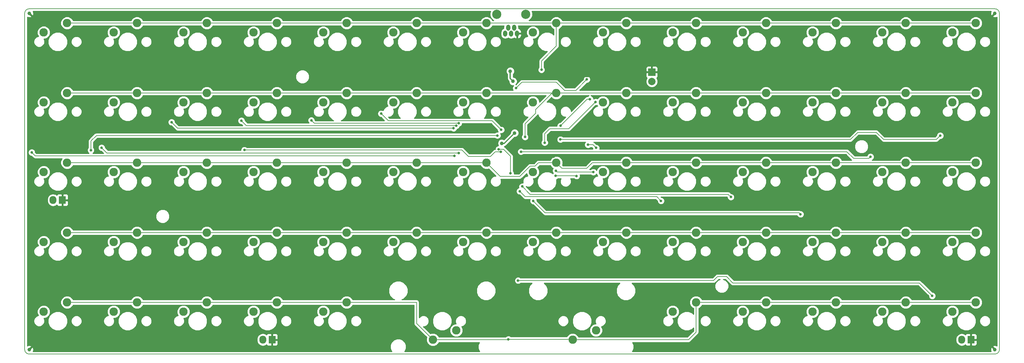
<source format=gbr>
G04 #@! TF.FileFunction,Copper,L1,Top,Signal*
%FSLAX46Y46*%
G04 Gerber Fmt 4.6, Leading zero omitted, Abs format (unit mm)*
G04 Created by KiCad (PCBNEW 4.0.1-stable) date 5/19/2016 2:34:44 PM*
%MOMM*%
G01*
G04 APERTURE LIST*
%ADD10C,0.100000*%
%ADD11C,0.150000*%
%ADD12C,2.286000*%
%ADD13C,1.000000*%
%ADD14O,1.905000X2.159000*%
%ADD15R,1.905000X2.159000*%
%ADD16R,2.000000X2.000000*%
%ADD17C,2.000000*%
%ADD18C,2.500000*%
%ADD19O,1.150000X1.651000*%
%ADD20C,0.700000*%
%ADD21C,0.300000*%
%ADD22C,0.180000*%
%ADD23C,0.254000*%
G04 APERTURE END LIST*
D10*
D11*
X81250000Y-60750000D02*
X343750000Y-60750000D01*
X80000000Y-153500000D02*
X80000000Y-62000000D01*
X343750000Y-154750000D02*
X81250000Y-154750000D01*
X345000000Y-62000000D02*
X345000000Y-153500000D01*
X343750000Y-154750000D02*
G75*
G03X345000000Y-153500000I0J1250000D01*
G01*
X345000000Y-62000000D02*
G75*
G03X343750000Y-60750000I-1250000J0D01*
G01*
X81250000Y-60750000D02*
G75*
G03X80000000Y-62000000I0J-1250000D01*
G01*
X80000000Y-153500000D02*
G75*
G03X81250000Y-154750000I1250000J0D01*
G01*
D12*
X228960000Y-150830000D03*
X235310000Y-148290000D03*
X190960000Y-150830000D03*
X197310000Y-148290000D03*
X224540000Y-83670000D03*
X218190000Y-86210000D03*
X148540000Y-140670000D03*
X142190000Y-143210000D03*
X338540000Y-64670000D03*
X332190000Y-67210000D03*
X338540000Y-102670000D03*
X332190000Y-105210000D03*
X281540000Y-102670000D03*
X275190000Y-105210000D03*
X300540000Y-83670000D03*
X294190000Y-86210000D03*
X338540000Y-121670000D03*
X332190000Y-124210000D03*
X338540000Y-140670000D03*
X332190000Y-143210000D03*
X338540000Y-83670000D03*
X332190000Y-86210000D03*
X300540000Y-102670000D03*
X294190000Y-105210000D03*
X300540000Y-121670000D03*
X294190000Y-124210000D03*
X300540000Y-140670000D03*
X294190000Y-143210000D03*
X319540000Y-83670000D03*
X313190000Y-86210000D03*
X319540000Y-140670000D03*
X313190000Y-143210000D03*
X319540000Y-121670000D03*
X313190000Y-124210000D03*
X319540000Y-64670000D03*
X313190000Y-67210000D03*
X319540000Y-102670000D03*
X313190000Y-105210000D03*
X300540000Y-64670000D03*
X294190000Y-67210000D03*
X186540000Y-102670000D03*
X180190000Y-105210000D03*
X186540000Y-64670000D03*
X180190000Y-67210000D03*
X186540000Y-121670000D03*
X180190000Y-124210000D03*
X186540000Y-83670000D03*
X180190000Y-86210000D03*
X205540000Y-83670000D03*
X199190000Y-86210000D03*
X205540000Y-121670000D03*
X199190000Y-124210000D03*
X224540000Y-64670000D03*
X218190000Y-67210000D03*
X205540000Y-64670000D03*
X199190000Y-67210000D03*
X205540000Y-102670000D03*
X199190000Y-105210000D03*
X243540000Y-83670000D03*
X237190000Y-86210000D03*
X243540000Y-64670000D03*
X237190000Y-67210000D03*
X262540000Y-83670000D03*
X256190000Y-86210000D03*
X262540000Y-64670000D03*
X256190000Y-67210000D03*
X281540000Y-64670000D03*
X275190000Y-67210000D03*
X281540000Y-121670000D03*
X275190000Y-124210000D03*
X281540000Y-140670000D03*
X275190000Y-143210000D03*
X281540000Y-83670000D03*
X275190000Y-86210000D03*
X224540000Y-102670000D03*
X218190000Y-105210000D03*
X224540000Y-121670000D03*
X218190000Y-124210000D03*
X262540000Y-140670000D03*
X256190000Y-143210000D03*
X262540000Y-121670000D03*
X256190000Y-124210000D03*
X262540000Y-102670000D03*
X256190000Y-105210000D03*
X243540000Y-102670000D03*
X237190000Y-105210000D03*
X243540000Y-121670000D03*
X237190000Y-124210000D03*
X129540000Y-140670000D03*
X123190000Y-143210000D03*
X129540000Y-121670000D03*
X123190000Y-124210000D03*
X129540000Y-102670000D03*
X123190000Y-105210000D03*
X148540000Y-102670000D03*
X142190000Y-105210000D03*
X148540000Y-121670000D03*
X142190000Y-124210000D03*
X110540000Y-140670000D03*
X104190000Y-143210000D03*
X110540000Y-121670000D03*
X104190000Y-124210000D03*
X110540000Y-102670000D03*
X104190000Y-105210000D03*
X167540000Y-83670000D03*
X161190000Y-86210000D03*
X167540000Y-140670000D03*
X161190000Y-143210000D03*
X167540000Y-121670000D03*
X161190000Y-124210000D03*
X167540000Y-64670000D03*
X161190000Y-67210000D03*
X167540000Y-102670000D03*
X161190000Y-105210000D03*
X148540000Y-64670000D03*
X142190000Y-67210000D03*
X148540000Y-83670000D03*
X142190000Y-86210000D03*
X129540000Y-64670000D03*
X123190000Y-67210000D03*
X129540000Y-83670000D03*
X123190000Y-86210000D03*
X91540000Y-102670000D03*
X85190000Y-105210000D03*
X110540000Y-83670000D03*
X104190000Y-86210000D03*
X91540000Y-64670000D03*
X85190000Y-67210000D03*
X110540000Y-64670000D03*
X104190000Y-67210000D03*
X91540000Y-121670000D03*
X85190000Y-124210000D03*
X91540000Y-140670000D03*
X85190000Y-143210000D03*
X91540000Y-83670000D03*
X85190000Y-86210000D03*
D13*
X81250000Y-62000000D03*
X343750000Y-62000000D03*
X343750000Y-153500000D03*
X81250000Y-153500000D03*
D14*
X334730000Y-150830000D03*
D15*
X337270000Y-150830000D03*
D14*
X144730000Y-150840000D03*
D15*
X147270000Y-150840000D03*
D14*
X87730000Y-112830000D03*
D15*
X90270000Y-112830000D03*
D16*
X250500000Y-78000000D03*
D17*
X250500000Y-80540000D03*
D18*
X216175000Y-62275000D03*
D19*
X210649800Y-67501760D03*
X211449900Y-65899020D03*
X212250000Y-67501760D03*
X213050100Y-65899020D03*
X213850200Y-67501760D03*
D18*
X208375000Y-62275000D03*
D13*
X222510000Y-77310000D03*
X225730000Y-79210000D03*
X237240000Y-79430000D03*
X223730000Y-100860000D03*
X232140000Y-102560000D03*
X223390000Y-97460000D03*
X228680000Y-97750000D03*
X214780000Y-78910000D03*
X218270000Y-78760000D03*
D20*
X211500000Y-150750000D03*
X216030000Y-95660000D03*
X220490000Y-77380000D03*
D13*
X212750000Y-80500000D03*
X212000000Y-77750000D03*
X213190000Y-94590000D03*
X209700000Y-97370000D03*
D20*
X232830000Y-79980000D03*
X213590000Y-82370000D03*
X98000000Y-99250000D03*
X208500000Y-95250000D03*
X224410000Y-104830000D03*
X234590000Y-105220000D03*
X235370000Y-98630000D03*
X233150000Y-97740000D03*
X230050000Y-106270000D03*
X224360000Y-106250000D03*
X81920000Y-99860000D03*
X196810000Y-100810000D03*
X100910000Y-98570000D03*
X197980000Y-100000000D03*
X196600000Y-93270000D03*
X119920000Y-91620000D03*
X138920000Y-91220000D03*
X197310000Y-92580000D03*
X209520000Y-93700000D03*
X176910000Y-89290000D03*
X157930000Y-91100000D03*
X197980000Y-91910000D03*
X209440000Y-99700000D03*
X139750000Y-99210000D03*
X326730000Y-138890000D03*
X214130000Y-134730000D03*
X212060000Y-105560000D03*
X208860000Y-99000000D03*
X328900000Y-95280000D03*
X225630000Y-96320000D03*
X309940000Y-101050000D03*
X214910000Y-99650000D03*
X290920000Y-116680000D03*
X218280000Y-113110000D03*
X271990000Y-112000000D03*
X215290000Y-109120000D03*
X214590000Y-110430000D03*
X252970000Y-113050000D03*
X233680000Y-85360000D03*
X225670000Y-92620000D03*
X235180000Y-86110000D03*
X221370000Y-97200000D03*
D21*
X222510000Y-77310000D02*
X221060000Y-78760000D01*
X237020000Y-79210000D02*
X225730000Y-79210000D01*
X237240000Y-79430000D02*
X237020000Y-79210000D01*
X232070000Y-102030000D02*
X232140000Y-102100000D01*
X223730000Y-100860000D02*
X230900000Y-100860000D01*
X232070000Y-102030000D02*
X230900000Y-100860000D01*
X232140000Y-102100000D02*
X232140000Y-102560000D01*
X228390000Y-97460000D02*
X223390000Y-97460000D01*
X228680000Y-97750000D02*
X228390000Y-97460000D01*
X214930000Y-78760000D02*
X218270000Y-78760000D01*
X214780000Y-78910000D02*
X214930000Y-78760000D01*
X221060000Y-78760000D02*
X218270000Y-78760000D01*
D22*
X211500000Y-150750000D02*
X228880000Y-150750000D01*
X228880000Y-150750000D02*
X228960000Y-150830000D01*
X211420000Y-150830000D02*
X190960000Y-150830000D01*
X211500000Y-150750000D02*
X211420000Y-150830000D01*
X200470000Y-150820000D02*
X200460000Y-150830000D01*
X281540000Y-140670000D02*
X300540000Y-140670000D01*
X300540000Y-140670000D02*
X319540000Y-140670000D01*
X319540000Y-140670000D02*
X338540000Y-140670000D01*
X262540000Y-140670000D02*
X281540000Y-140670000D01*
X228960000Y-150830000D02*
X238460000Y-150830000D01*
X238460000Y-150830000D02*
X260480000Y-150830000D01*
X262540000Y-148770000D02*
X262540000Y-140670000D01*
X260480000Y-150830000D02*
X262540000Y-148770000D01*
X186540000Y-140670000D02*
X186540000Y-146410000D01*
X186540000Y-146410000D02*
X190960000Y-150830000D01*
X190960000Y-150830000D02*
X200460000Y-150830000D01*
X91540000Y-140670000D02*
X110540000Y-140670000D01*
X110540000Y-140670000D02*
X129540000Y-140670000D01*
X129540000Y-140670000D02*
X148540000Y-140670000D01*
X148540000Y-140670000D02*
X167540000Y-140670000D01*
X167540000Y-140670000D02*
X186540000Y-140670000D01*
X338540000Y-121670000D02*
X319540000Y-121670000D01*
X319540000Y-121670000D02*
X300540000Y-121670000D01*
X300540000Y-121670000D02*
X281540000Y-121670000D01*
X281540000Y-121670000D02*
X262540000Y-121670000D01*
X262540000Y-121670000D02*
X243540000Y-121670000D01*
X243540000Y-121670000D02*
X224540000Y-121670000D01*
X224540000Y-121670000D02*
X205540000Y-121670000D01*
X205540000Y-121670000D02*
X186540000Y-121670000D01*
X186540000Y-121670000D02*
X167540000Y-121670000D01*
X167540000Y-121670000D02*
X148540000Y-121670000D01*
X148540000Y-121670000D02*
X129540000Y-121670000D01*
X129540000Y-121670000D02*
X110540000Y-121670000D01*
X110540000Y-121670000D02*
X91540000Y-121670000D01*
X243540000Y-102670000D02*
X234360000Y-102670000D01*
X226070000Y-104200000D02*
X224540000Y-102670000D01*
X232830000Y-104200000D02*
X226070000Y-104200000D01*
X234360000Y-102670000D02*
X232830000Y-104200000D01*
X224540000Y-102670000D02*
X219720000Y-102670000D01*
X219720000Y-102670000D02*
X218770000Y-103620000D01*
X218770000Y-103620000D02*
X217400000Y-103620000D01*
X217400000Y-103620000D02*
X214630000Y-106390000D01*
X214630000Y-106390000D02*
X209260000Y-106390000D01*
X209260000Y-106390000D02*
X205540000Y-102670000D01*
X91540000Y-102670000D02*
X110540000Y-102670000D01*
X110540000Y-102670000D02*
X129540000Y-102670000D01*
X129540000Y-102670000D02*
X148540000Y-102670000D01*
X148540000Y-102670000D02*
X167540000Y-102670000D01*
X167540000Y-102670000D02*
X186540000Y-102670000D01*
X186540000Y-102670000D02*
X205540000Y-102670000D01*
X243540000Y-102670000D02*
X262540000Y-102670000D01*
X262540000Y-102670000D02*
X281540000Y-102670000D01*
X281540000Y-102670000D02*
X300540000Y-102670000D01*
X300540000Y-102670000D02*
X319540000Y-102670000D01*
X319540000Y-102670000D02*
X338540000Y-102670000D01*
X218890000Y-88210000D02*
X223430000Y-83670000D01*
X218890000Y-89180000D02*
X218890000Y-88210000D01*
X216030000Y-92040000D02*
X218890000Y-89180000D01*
X216030000Y-95660000D02*
X216030000Y-92040000D01*
X223430000Y-83670000D02*
X224540000Y-83670000D01*
X223540000Y-83670000D02*
X224540000Y-83670000D01*
X224540000Y-83670000D02*
X205540000Y-83670000D01*
X223540000Y-83670000D02*
X224540000Y-83670000D01*
X129540000Y-83670000D02*
X110540000Y-83670000D01*
X110540000Y-83670000D02*
X91540000Y-83670000D01*
X338540000Y-83670000D02*
X319540000Y-83670000D01*
X319540000Y-83670000D02*
X300540000Y-83670000D01*
X300540000Y-83670000D02*
X281540000Y-83670000D01*
X281540000Y-83670000D02*
X262540000Y-83670000D01*
X262540000Y-83670000D02*
X243540000Y-83670000D01*
X243540000Y-83670000D02*
X224540000Y-83670000D01*
X205540000Y-83670000D02*
X186540000Y-83670000D01*
X186540000Y-83670000D02*
X167540000Y-83670000D01*
X167540000Y-83670000D02*
X148540000Y-83670000D01*
X148540000Y-83670000D02*
X129540000Y-83670000D01*
X224540000Y-70910000D02*
X224540000Y-64670000D01*
X220490000Y-74960000D02*
X224540000Y-70910000D01*
X220490000Y-77380000D02*
X220490000Y-74960000D01*
X91540000Y-64670000D02*
X110540000Y-64670000D01*
X110540000Y-64670000D02*
X129540000Y-64670000D01*
X129540000Y-64670000D02*
X148540000Y-64670000D01*
X148540000Y-64670000D02*
X167540000Y-64670000D01*
X167540000Y-64670000D02*
X186540000Y-64670000D01*
X186540000Y-64670000D02*
X205540000Y-64670000D01*
X205540000Y-64670000D02*
X224540000Y-64670000D01*
X224540000Y-64670000D02*
X243540000Y-64670000D01*
X243540000Y-64670000D02*
X262540000Y-64670000D01*
X262540000Y-64670000D02*
X281540000Y-64670000D01*
X281540000Y-64670000D02*
X300540000Y-64670000D01*
X300540000Y-64670000D02*
X319540000Y-64670000D01*
X319540000Y-64670000D02*
X338540000Y-64670000D01*
D21*
X212000000Y-79750000D02*
X212750000Y-80500000D01*
X212000000Y-77750000D02*
X212000000Y-79750000D01*
X210410000Y-97370000D02*
X209700000Y-97370000D01*
X210410000Y-97370000D02*
X213190000Y-94590000D01*
D22*
X232830000Y-79980000D02*
X229840000Y-82970000D01*
X229840000Y-82970000D02*
X226760000Y-82970000D01*
X226760000Y-82970000D02*
X224530000Y-80740000D01*
X224530000Y-80740000D02*
X215220000Y-80740000D01*
X215220000Y-80740000D02*
X213590000Y-82370000D01*
X98000000Y-96750000D02*
X98000000Y-99250000D01*
X99500000Y-95250000D02*
X98000000Y-96750000D01*
X208500000Y-95250000D02*
X99500000Y-95250000D01*
X224800000Y-105220000D02*
X224410000Y-104830000D01*
X234590000Y-105220000D02*
X224800000Y-105220000D01*
X234480000Y-97740000D02*
X235370000Y-98630000D01*
X233150000Y-97740000D02*
X234480000Y-97740000D01*
X230030000Y-106250000D02*
X230050000Y-106270000D01*
X224360000Y-106250000D02*
X230030000Y-106250000D01*
X82870000Y-100810000D02*
X81920000Y-99860000D01*
X196810000Y-100810000D02*
X82870000Y-100810000D01*
X102340000Y-100000000D02*
X100910000Y-98570000D01*
X197980000Y-100000000D02*
X102340000Y-100000000D01*
X196600000Y-93270000D02*
X121570000Y-93270000D01*
X121570000Y-93270000D02*
X119920000Y-91620000D01*
X140280000Y-92580000D02*
X138920000Y-91220000D01*
X197310000Y-92580000D02*
X140280000Y-92580000D01*
X178900000Y-91260000D02*
X176930000Y-89290000D01*
X209520000Y-93700000D02*
X207080000Y-91260000D01*
X207080000Y-91260000D02*
X178900000Y-91260000D01*
X176930000Y-89290000D02*
X176910000Y-89290000D01*
X158740000Y-91910000D02*
X157930000Y-91100000D01*
X197980000Y-91910000D02*
X158740000Y-91910000D01*
X209440000Y-99700000D02*
X207880000Y-99700000D01*
X207880000Y-99700000D02*
X206650000Y-100930000D01*
X206650000Y-100930000D02*
X200600000Y-100930000D01*
X200600000Y-100930000D02*
X198880000Y-99210000D01*
X198880000Y-99210000D02*
X139750000Y-99210000D01*
X208860000Y-99000000D02*
X210190000Y-99000000D01*
X323230000Y-135390000D02*
X326730000Y-138890000D01*
X272520000Y-135390000D02*
X323230000Y-135390000D01*
X270790000Y-133660000D02*
X272520000Y-135390000D01*
X268370000Y-133660000D02*
X270790000Y-133660000D01*
X267300000Y-134730000D02*
X268370000Y-133660000D01*
X214130000Y-134730000D02*
X267300000Y-134730000D01*
X212060000Y-100870000D02*
X212060000Y-105560000D01*
X210190000Y-99000000D02*
X212060000Y-100870000D01*
X208860000Y-99000000D02*
X208860000Y-98980000D01*
X304550000Y-96320000D02*
X306460000Y-94410000D01*
X311560000Y-94410000D02*
X313470000Y-96320000D01*
X306460000Y-94410000D02*
X311560000Y-94410000D01*
X327860000Y-96320000D02*
X328900000Y-95280000D01*
X225630000Y-96320000D02*
X304550000Y-96320000D01*
X313470000Y-96320000D02*
X327860000Y-96320000D01*
X309500000Y-101490000D02*
X309940000Y-101050000D01*
X305370000Y-101490000D02*
X309500000Y-101490000D01*
X303530000Y-99650000D02*
X305370000Y-101490000D01*
X235050000Y-99650000D02*
X303530000Y-99650000D01*
X214910000Y-99650000D02*
X235050000Y-99650000D01*
X290540000Y-116300000D02*
X290920000Y-116680000D01*
X221470000Y-116300000D02*
X290540000Y-116300000D01*
X218280000Y-113110000D02*
X221470000Y-116300000D01*
X271240000Y-111250000D02*
X271990000Y-112000000D01*
X217420000Y-111250000D02*
X271240000Y-111250000D01*
X215290000Y-109120000D02*
X217420000Y-111250000D01*
X214590000Y-110430000D02*
X216060000Y-111900000D01*
X216060000Y-111900000D02*
X251820000Y-111900000D01*
X251820000Y-111900000D02*
X252970000Y-113050000D01*
X232930000Y-85360000D02*
X233680000Y-85360000D01*
X225670000Y-92620000D02*
X232930000Y-85360000D01*
X235180000Y-86110000D02*
X227890000Y-93400000D01*
X227890000Y-93400000D02*
X222740000Y-93400000D01*
X222740000Y-93400000D02*
X221370000Y-94770000D01*
X221370000Y-94770000D02*
X221370000Y-97200000D01*
D23*
G36*
X206490328Y-61898405D02*
X206489674Y-62648305D01*
X206776043Y-63341372D01*
X207305839Y-63872093D01*
X207481418Y-63945000D01*
X207164235Y-63945000D01*
X207048194Y-63664160D01*
X206548471Y-63163564D01*
X205895218Y-62892309D01*
X205187886Y-62891692D01*
X204534160Y-63161806D01*
X204033564Y-63661529D01*
X203915856Y-63945000D01*
X188164235Y-63945000D01*
X188048194Y-63664160D01*
X187548471Y-63163564D01*
X186895218Y-62892309D01*
X186187886Y-62891692D01*
X185534160Y-63161806D01*
X185033564Y-63661529D01*
X184915856Y-63945000D01*
X169164235Y-63945000D01*
X169048194Y-63664160D01*
X168548471Y-63163564D01*
X167895218Y-62892309D01*
X167187886Y-62891692D01*
X166534160Y-63161806D01*
X166033564Y-63661529D01*
X165915856Y-63945000D01*
X150164235Y-63945000D01*
X150048194Y-63664160D01*
X149548471Y-63163564D01*
X148895218Y-62892309D01*
X148187886Y-62891692D01*
X147534160Y-63161806D01*
X147033564Y-63661529D01*
X146915856Y-63945000D01*
X131164235Y-63945000D01*
X131048194Y-63664160D01*
X130548471Y-63163564D01*
X129895218Y-62892309D01*
X129187886Y-62891692D01*
X128534160Y-63161806D01*
X128033564Y-63661529D01*
X127915856Y-63945000D01*
X112164235Y-63945000D01*
X112048194Y-63664160D01*
X111548471Y-63163564D01*
X110895218Y-62892309D01*
X110187886Y-62891692D01*
X109534160Y-63161806D01*
X109033564Y-63661529D01*
X108915856Y-63945000D01*
X93164235Y-63945000D01*
X93048194Y-63664160D01*
X92548471Y-63163564D01*
X91895218Y-62892309D01*
X91187886Y-62891692D01*
X90534160Y-63161806D01*
X90033564Y-63661529D01*
X89762309Y-64314782D01*
X89761692Y-65022114D01*
X90031806Y-65675840D01*
X90531529Y-66176436D01*
X91184782Y-66447691D01*
X91892114Y-66448308D01*
X92545840Y-66178194D01*
X93046436Y-65678471D01*
X93164144Y-65395000D01*
X108915765Y-65395000D01*
X109031806Y-65675840D01*
X109531529Y-66176436D01*
X110184782Y-66447691D01*
X110892114Y-66448308D01*
X111545840Y-66178194D01*
X112046436Y-65678471D01*
X112164144Y-65395000D01*
X127915765Y-65395000D01*
X128031806Y-65675840D01*
X128531529Y-66176436D01*
X129184782Y-66447691D01*
X129892114Y-66448308D01*
X130545840Y-66178194D01*
X131046436Y-65678471D01*
X131164144Y-65395000D01*
X146915765Y-65395000D01*
X147031806Y-65675840D01*
X147531529Y-66176436D01*
X148184782Y-66447691D01*
X148892114Y-66448308D01*
X149545840Y-66178194D01*
X150046436Y-65678471D01*
X150164144Y-65395000D01*
X165915765Y-65395000D01*
X166031806Y-65675840D01*
X166531529Y-66176436D01*
X167184782Y-66447691D01*
X167892114Y-66448308D01*
X168545840Y-66178194D01*
X169046436Y-65678471D01*
X169164144Y-65395000D01*
X184915765Y-65395000D01*
X185031806Y-65675840D01*
X185531529Y-66176436D01*
X186184782Y-66447691D01*
X186892114Y-66448308D01*
X187545840Y-66178194D01*
X188046436Y-65678471D01*
X188164144Y-65395000D01*
X203915765Y-65395000D01*
X204031806Y-65675840D01*
X204531529Y-66176436D01*
X205184782Y-66447691D01*
X205892114Y-66448308D01*
X206545840Y-66178194D01*
X207046436Y-65678471D01*
X207164144Y-65395000D01*
X210284637Y-65395000D01*
X210239900Y-65619907D01*
X210239900Y-66094181D01*
X210186753Y-66104753D01*
X209794201Y-66367048D01*
X209531906Y-66759600D01*
X209439800Y-67222647D01*
X209439800Y-67780873D01*
X209531906Y-68243920D01*
X209794201Y-68636472D01*
X210186753Y-68898767D01*
X210649800Y-68990873D01*
X211112847Y-68898767D01*
X211449900Y-68673555D01*
X211786953Y-68898767D01*
X212250000Y-68990873D01*
X212713047Y-68898767D01*
X213050899Y-68673021D01*
X213446138Y-68906272D01*
X213536523Y-68920895D01*
X213723200Y-68795810D01*
X213723200Y-67628760D01*
X213977200Y-67628760D01*
X213977200Y-68795810D01*
X214163877Y-68920895D01*
X214254262Y-68906272D01*
X214665126Y-68663800D01*
X214951925Y-68282554D01*
X215070996Y-67820576D01*
X214907903Y-67628760D01*
X213977200Y-67628760D01*
X213723200Y-67628760D01*
X213703200Y-67628760D01*
X213703200Y-67374760D01*
X213723200Y-67374760D01*
X213723200Y-67354760D01*
X213977200Y-67354760D01*
X213977200Y-67374760D01*
X214907903Y-67374760D01*
X215070996Y-67182944D01*
X214951925Y-66720966D01*
X214665126Y-66339720D01*
X214260100Y-66100693D01*
X214260100Y-65619907D01*
X214215363Y-65395000D01*
X222915765Y-65395000D01*
X223031806Y-65675840D01*
X223531529Y-66176436D01*
X223815000Y-66294144D01*
X223815000Y-67847097D01*
X223491096Y-67522627D01*
X222525215Y-67121558D01*
X221479374Y-67120645D01*
X220512793Y-67520028D01*
X219772627Y-68258904D01*
X219371558Y-69224785D01*
X219370645Y-70270626D01*
X219770028Y-71237207D01*
X220508904Y-71977373D01*
X221474785Y-72378442D01*
X222045756Y-72378940D01*
X219977348Y-74447348D01*
X219820187Y-74682554D01*
X219820187Y-74682555D01*
X219765000Y-74960000D01*
X219765000Y-76711950D01*
X219655445Y-76821314D01*
X219505172Y-77183212D01*
X219504830Y-77575069D01*
X219654471Y-77937229D01*
X219931314Y-78214555D01*
X220293212Y-78364828D01*
X220685069Y-78365170D01*
X221047229Y-78215529D01*
X221324555Y-77938686D01*
X221474828Y-77576788D01*
X221475170Y-77184931D01*
X221346569Y-76873690D01*
X248865000Y-76873690D01*
X248865000Y-77714250D01*
X249023750Y-77873000D01*
X250373000Y-77873000D01*
X250373000Y-76523750D01*
X250627000Y-76523750D01*
X250627000Y-77873000D01*
X251976250Y-77873000D01*
X252135000Y-77714250D01*
X252135000Y-76873690D01*
X252038327Y-76640301D01*
X251859698Y-76461673D01*
X251626309Y-76365000D01*
X250785750Y-76365000D01*
X250627000Y-76523750D01*
X250373000Y-76523750D01*
X250214250Y-76365000D01*
X249373691Y-76365000D01*
X249140302Y-76461673D01*
X248961673Y-76640301D01*
X248865000Y-76873690D01*
X221346569Y-76873690D01*
X221325529Y-76822771D01*
X221215000Y-76712049D01*
X221215000Y-75260304D01*
X225052652Y-71422652D01*
X225209813Y-71187446D01*
X225245025Y-71010420D01*
X225265000Y-70910000D01*
X225265000Y-70044267D01*
X225593842Y-70044267D01*
X225819580Y-70590595D01*
X226237206Y-71008951D01*
X226783139Y-71235642D01*
X227374267Y-71236158D01*
X227920595Y-71010420D01*
X228338951Y-70592794D01*
X228565642Y-70046861D01*
X228565644Y-70044267D01*
X234433842Y-70044267D01*
X234659580Y-70590595D01*
X235077206Y-71008951D01*
X235623139Y-71235642D01*
X236214267Y-71236158D01*
X236760595Y-71010420D01*
X237178951Y-70592794D01*
X237312726Y-70270626D01*
X238370645Y-70270626D01*
X238770028Y-71237207D01*
X239508904Y-71977373D01*
X240474785Y-72378442D01*
X241520626Y-72379355D01*
X242487207Y-71979972D01*
X243227373Y-71241096D01*
X243628442Y-70275215D01*
X243628643Y-70044267D01*
X244593842Y-70044267D01*
X244819580Y-70590595D01*
X245237206Y-71008951D01*
X245783139Y-71235642D01*
X246374267Y-71236158D01*
X246920595Y-71010420D01*
X247338951Y-70592794D01*
X247565642Y-70046861D01*
X247565644Y-70044267D01*
X253433842Y-70044267D01*
X253659580Y-70590595D01*
X254077206Y-71008951D01*
X254623139Y-71235642D01*
X255214267Y-71236158D01*
X255760595Y-71010420D01*
X256178951Y-70592794D01*
X256312726Y-70270626D01*
X257370645Y-70270626D01*
X257770028Y-71237207D01*
X258508904Y-71977373D01*
X259474785Y-72378442D01*
X260520626Y-72379355D01*
X261487207Y-71979972D01*
X262227373Y-71241096D01*
X262628442Y-70275215D01*
X262628643Y-70044267D01*
X263593842Y-70044267D01*
X263819580Y-70590595D01*
X264237206Y-71008951D01*
X264783139Y-71235642D01*
X265374267Y-71236158D01*
X265920595Y-71010420D01*
X266338951Y-70592794D01*
X266565642Y-70046861D01*
X266565644Y-70044267D01*
X272433842Y-70044267D01*
X272659580Y-70590595D01*
X273077206Y-71008951D01*
X273623139Y-71235642D01*
X274214267Y-71236158D01*
X274760595Y-71010420D01*
X275178951Y-70592794D01*
X275312726Y-70270626D01*
X276370645Y-70270626D01*
X276770028Y-71237207D01*
X277508904Y-71977373D01*
X278474785Y-72378442D01*
X279520626Y-72379355D01*
X280487207Y-71979972D01*
X281227373Y-71241096D01*
X281628442Y-70275215D01*
X281628643Y-70044267D01*
X282593842Y-70044267D01*
X282819580Y-70590595D01*
X283237206Y-71008951D01*
X283783139Y-71235642D01*
X284374267Y-71236158D01*
X284920595Y-71010420D01*
X285338951Y-70592794D01*
X285565642Y-70046861D01*
X285565644Y-70044267D01*
X291433842Y-70044267D01*
X291659580Y-70590595D01*
X292077206Y-71008951D01*
X292623139Y-71235642D01*
X293214267Y-71236158D01*
X293760595Y-71010420D01*
X294178951Y-70592794D01*
X294312726Y-70270626D01*
X295370645Y-70270626D01*
X295770028Y-71237207D01*
X296508904Y-71977373D01*
X297474785Y-72378442D01*
X298520626Y-72379355D01*
X299487207Y-71979972D01*
X300227373Y-71241096D01*
X300628442Y-70275215D01*
X300628643Y-70044267D01*
X301593842Y-70044267D01*
X301819580Y-70590595D01*
X302237206Y-71008951D01*
X302783139Y-71235642D01*
X303374267Y-71236158D01*
X303920595Y-71010420D01*
X304338951Y-70592794D01*
X304565642Y-70046861D01*
X304565644Y-70044267D01*
X310433842Y-70044267D01*
X310659580Y-70590595D01*
X311077206Y-71008951D01*
X311623139Y-71235642D01*
X312214267Y-71236158D01*
X312760595Y-71010420D01*
X313178951Y-70592794D01*
X313312726Y-70270626D01*
X314370645Y-70270626D01*
X314770028Y-71237207D01*
X315508904Y-71977373D01*
X316474785Y-72378442D01*
X317520626Y-72379355D01*
X318487207Y-71979972D01*
X319227373Y-71241096D01*
X319628442Y-70275215D01*
X319628643Y-70044267D01*
X320593842Y-70044267D01*
X320819580Y-70590595D01*
X321237206Y-71008951D01*
X321783139Y-71235642D01*
X322374267Y-71236158D01*
X322920595Y-71010420D01*
X323338951Y-70592794D01*
X323565642Y-70046861D01*
X323565644Y-70044267D01*
X329433842Y-70044267D01*
X329659580Y-70590595D01*
X330077206Y-71008951D01*
X330623139Y-71235642D01*
X331214267Y-71236158D01*
X331760595Y-71010420D01*
X332178951Y-70592794D01*
X332312726Y-70270626D01*
X333370645Y-70270626D01*
X333770028Y-71237207D01*
X334508904Y-71977373D01*
X335474785Y-72378442D01*
X336520626Y-72379355D01*
X337487207Y-71979972D01*
X338227373Y-71241096D01*
X338628442Y-70275215D01*
X338628643Y-70044267D01*
X339593842Y-70044267D01*
X339819580Y-70590595D01*
X340237206Y-71008951D01*
X340783139Y-71235642D01*
X341374267Y-71236158D01*
X341920595Y-71010420D01*
X342338951Y-70592794D01*
X342565642Y-70046861D01*
X342566158Y-69455733D01*
X342340420Y-68909405D01*
X341922794Y-68491049D01*
X341376861Y-68264358D01*
X340785733Y-68263842D01*
X340239405Y-68489580D01*
X339821049Y-68907206D01*
X339594358Y-69453139D01*
X339593842Y-70044267D01*
X338628643Y-70044267D01*
X338629355Y-69229374D01*
X338229972Y-68262793D01*
X337491096Y-67522627D01*
X336525215Y-67121558D01*
X335479374Y-67120645D01*
X334512793Y-67520028D01*
X333772627Y-68258904D01*
X333371558Y-69224785D01*
X333370645Y-70270626D01*
X332312726Y-70270626D01*
X332405642Y-70046861D01*
X332406158Y-69455733D01*
X332212903Y-68988021D01*
X332542114Y-68988308D01*
X333195840Y-68718194D01*
X333696436Y-68218471D01*
X333967691Y-67565218D01*
X333968308Y-66857886D01*
X333698194Y-66204160D01*
X333198471Y-65703564D01*
X332545218Y-65432309D01*
X331837886Y-65431692D01*
X331184160Y-65701806D01*
X330683564Y-66201529D01*
X330412309Y-66854782D01*
X330411692Y-67562114D01*
X330681806Y-68215840D01*
X330729815Y-68263933D01*
X330625733Y-68263842D01*
X330079405Y-68489580D01*
X329661049Y-68907206D01*
X329434358Y-69453139D01*
X329433842Y-70044267D01*
X323565644Y-70044267D01*
X323566158Y-69455733D01*
X323340420Y-68909405D01*
X322922794Y-68491049D01*
X322376861Y-68264358D01*
X321785733Y-68263842D01*
X321239405Y-68489580D01*
X320821049Y-68907206D01*
X320594358Y-69453139D01*
X320593842Y-70044267D01*
X319628643Y-70044267D01*
X319629355Y-69229374D01*
X319229972Y-68262793D01*
X318491096Y-67522627D01*
X317525215Y-67121558D01*
X316479374Y-67120645D01*
X315512793Y-67520028D01*
X314772627Y-68258904D01*
X314371558Y-69224785D01*
X314370645Y-70270626D01*
X313312726Y-70270626D01*
X313405642Y-70046861D01*
X313406158Y-69455733D01*
X313212903Y-68988021D01*
X313542114Y-68988308D01*
X314195840Y-68718194D01*
X314696436Y-68218471D01*
X314967691Y-67565218D01*
X314968308Y-66857886D01*
X314698194Y-66204160D01*
X314198471Y-65703564D01*
X313545218Y-65432309D01*
X312837886Y-65431692D01*
X312184160Y-65701806D01*
X311683564Y-66201529D01*
X311412309Y-66854782D01*
X311411692Y-67562114D01*
X311681806Y-68215840D01*
X311729815Y-68263933D01*
X311625733Y-68263842D01*
X311079405Y-68489580D01*
X310661049Y-68907206D01*
X310434358Y-69453139D01*
X310433842Y-70044267D01*
X304565644Y-70044267D01*
X304566158Y-69455733D01*
X304340420Y-68909405D01*
X303922794Y-68491049D01*
X303376861Y-68264358D01*
X302785733Y-68263842D01*
X302239405Y-68489580D01*
X301821049Y-68907206D01*
X301594358Y-69453139D01*
X301593842Y-70044267D01*
X300628643Y-70044267D01*
X300629355Y-69229374D01*
X300229972Y-68262793D01*
X299491096Y-67522627D01*
X298525215Y-67121558D01*
X297479374Y-67120645D01*
X296512793Y-67520028D01*
X295772627Y-68258904D01*
X295371558Y-69224785D01*
X295370645Y-70270626D01*
X294312726Y-70270626D01*
X294405642Y-70046861D01*
X294406158Y-69455733D01*
X294212903Y-68988021D01*
X294542114Y-68988308D01*
X295195840Y-68718194D01*
X295696436Y-68218471D01*
X295967691Y-67565218D01*
X295968308Y-66857886D01*
X295698194Y-66204160D01*
X295198471Y-65703564D01*
X294545218Y-65432309D01*
X293837886Y-65431692D01*
X293184160Y-65701806D01*
X292683564Y-66201529D01*
X292412309Y-66854782D01*
X292411692Y-67562114D01*
X292681806Y-68215840D01*
X292729815Y-68263933D01*
X292625733Y-68263842D01*
X292079405Y-68489580D01*
X291661049Y-68907206D01*
X291434358Y-69453139D01*
X291433842Y-70044267D01*
X285565644Y-70044267D01*
X285566158Y-69455733D01*
X285340420Y-68909405D01*
X284922794Y-68491049D01*
X284376861Y-68264358D01*
X283785733Y-68263842D01*
X283239405Y-68489580D01*
X282821049Y-68907206D01*
X282594358Y-69453139D01*
X282593842Y-70044267D01*
X281628643Y-70044267D01*
X281629355Y-69229374D01*
X281229972Y-68262793D01*
X280491096Y-67522627D01*
X279525215Y-67121558D01*
X278479374Y-67120645D01*
X277512793Y-67520028D01*
X276772627Y-68258904D01*
X276371558Y-69224785D01*
X276370645Y-70270626D01*
X275312726Y-70270626D01*
X275405642Y-70046861D01*
X275406158Y-69455733D01*
X275212903Y-68988021D01*
X275542114Y-68988308D01*
X276195840Y-68718194D01*
X276696436Y-68218471D01*
X276967691Y-67565218D01*
X276968308Y-66857886D01*
X276698194Y-66204160D01*
X276198471Y-65703564D01*
X275545218Y-65432309D01*
X274837886Y-65431692D01*
X274184160Y-65701806D01*
X273683564Y-66201529D01*
X273412309Y-66854782D01*
X273411692Y-67562114D01*
X273681806Y-68215840D01*
X273729815Y-68263933D01*
X273625733Y-68263842D01*
X273079405Y-68489580D01*
X272661049Y-68907206D01*
X272434358Y-69453139D01*
X272433842Y-70044267D01*
X266565644Y-70044267D01*
X266566158Y-69455733D01*
X266340420Y-68909405D01*
X265922794Y-68491049D01*
X265376861Y-68264358D01*
X264785733Y-68263842D01*
X264239405Y-68489580D01*
X263821049Y-68907206D01*
X263594358Y-69453139D01*
X263593842Y-70044267D01*
X262628643Y-70044267D01*
X262629355Y-69229374D01*
X262229972Y-68262793D01*
X261491096Y-67522627D01*
X260525215Y-67121558D01*
X259479374Y-67120645D01*
X258512793Y-67520028D01*
X257772627Y-68258904D01*
X257371558Y-69224785D01*
X257370645Y-70270626D01*
X256312726Y-70270626D01*
X256405642Y-70046861D01*
X256406158Y-69455733D01*
X256212903Y-68988021D01*
X256542114Y-68988308D01*
X257195840Y-68718194D01*
X257696436Y-68218471D01*
X257967691Y-67565218D01*
X257968308Y-66857886D01*
X257698194Y-66204160D01*
X257198471Y-65703564D01*
X256545218Y-65432309D01*
X255837886Y-65431692D01*
X255184160Y-65701806D01*
X254683564Y-66201529D01*
X254412309Y-66854782D01*
X254411692Y-67562114D01*
X254681806Y-68215840D01*
X254729815Y-68263933D01*
X254625733Y-68263842D01*
X254079405Y-68489580D01*
X253661049Y-68907206D01*
X253434358Y-69453139D01*
X253433842Y-70044267D01*
X247565644Y-70044267D01*
X247566158Y-69455733D01*
X247340420Y-68909405D01*
X246922794Y-68491049D01*
X246376861Y-68264358D01*
X245785733Y-68263842D01*
X245239405Y-68489580D01*
X244821049Y-68907206D01*
X244594358Y-69453139D01*
X244593842Y-70044267D01*
X243628643Y-70044267D01*
X243629355Y-69229374D01*
X243229972Y-68262793D01*
X242491096Y-67522627D01*
X241525215Y-67121558D01*
X240479374Y-67120645D01*
X239512793Y-67520028D01*
X238772627Y-68258904D01*
X238371558Y-69224785D01*
X238370645Y-70270626D01*
X237312726Y-70270626D01*
X237405642Y-70046861D01*
X237406158Y-69455733D01*
X237212903Y-68988021D01*
X237542114Y-68988308D01*
X238195840Y-68718194D01*
X238696436Y-68218471D01*
X238967691Y-67565218D01*
X238968308Y-66857886D01*
X238698194Y-66204160D01*
X238198471Y-65703564D01*
X237545218Y-65432309D01*
X236837886Y-65431692D01*
X236184160Y-65701806D01*
X235683564Y-66201529D01*
X235412309Y-66854782D01*
X235411692Y-67562114D01*
X235681806Y-68215840D01*
X235729815Y-68263933D01*
X235625733Y-68263842D01*
X235079405Y-68489580D01*
X234661049Y-68907206D01*
X234434358Y-69453139D01*
X234433842Y-70044267D01*
X228565644Y-70044267D01*
X228566158Y-69455733D01*
X228340420Y-68909405D01*
X227922794Y-68491049D01*
X227376861Y-68264358D01*
X226785733Y-68263842D01*
X226239405Y-68489580D01*
X225821049Y-68907206D01*
X225594358Y-69453139D01*
X225593842Y-70044267D01*
X225265000Y-70044267D01*
X225265000Y-66294235D01*
X225545840Y-66178194D01*
X226046436Y-65678471D01*
X226164144Y-65395000D01*
X241915765Y-65395000D01*
X242031806Y-65675840D01*
X242531529Y-66176436D01*
X243184782Y-66447691D01*
X243892114Y-66448308D01*
X244545840Y-66178194D01*
X245046436Y-65678471D01*
X245164144Y-65395000D01*
X260915765Y-65395000D01*
X261031806Y-65675840D01*
X261531529Y-66176436D01*
X262184782Y-66447691D01*
X262892114Y-66448308D01*
X263545840Y-66178194D01*
X264046436Y-65678471D01*
X264164144Y-65395000D01*
X279915765Y-65395000D01*
X280031806Y-65675840D01*
X280531529Y-66176436D01*
X281184782Y-66447691D01*
X281892114Y-66448308D01*
X282545840Y-66178194D01*
X283046436Y-65678471D01*
X283164144Y-65395000D01*
X298915765Y-65395000D01*
X299031806Y-65675840D01*
X299531529Y-66176436D01*
X300184782Y-66447691D01*
X300892114Y-66448308D01*
X301545840Y-66178194D01*
X302046436Y-65678471D01*
X302164144Y-65395000D01*
X317915765Y-65395000D01*
X318031806Y-65675840D01*
X318531529Y-66176436D01*
X319184782Y-66447691D01*
X319892114Y-66448308D01*
X320545840Y-66178194D01*
X321046436Y-65678471D01*
X321164144Y-65395000D01*
X336915765Y-65395000D01*
X337031806Y-65675840D01*
X337531529Y-66176436D01*
X338184782Y-66447691D01*
X338892114Y-66448308D01*
X339545840Y-66178194D01*
X340046436Y-65678471D01*
X340317691Y-65025218D01*
X340318308Y-64317886D01*
X340048194Y-63664160D01*
X339548471Y-63163564D01*
X338895218Y-62892309D01*
X338187886Y-62891692D01*
X337534160Y-63161806D01*
X337033564Y-63661529D01*
X336915856Y-63945000D01*
X321164235Y-63945000D01*
X321048194Y-63664160D01*
X320548471Y-63163564D01*
X319895218Y-62892309D01*
X319187886Y-62891692D01*
X318534160Y-63161806D01*
X318033564Y-63661529D01*
X317915856Y-63945000D01*
X302164235Y-63945000D01*
X302048194Y-63664160D01*
X301548471Y-63163564D01*
X300895218Y-62892309D01*
X300187886Y-62891692D01*
X299534160Y-63161806D01*
X299033564Y-63661529D01*
X298915856Y-63945000D01*
X283164235Y-63945000D01*
X283048194Y-63664160D01*
X282548471Y-63163564D01*
X281895218Y-62892309D01*
X281187886Y-62891692D01*
X280534160Y-63161806D01*
X280033564Y-63661529D01*
X279915856Y-63945000D01*
X264164235Y-63945000D01*
X264048194Y-63664160D01*
X263548471Y-63163564D01*
X262895218Y-62892309D01*
X262187886Y-62891692D01*
X261534160Y-63161806D01*
X261033564Y-63661529D01*
X260915856Y-63945000D01*
X245164235Y-63945000D01*
X245048194Y-63664160D01*
X244548471Y-63163564D01*
X243895218Y-62892309D01*
X243187886Y-62891692D01*
X242534160Y-63161806D01*
X242033564Y-63661529D01*
X241915856Y-63945000D01*
X226164235Y-63945000D01*
X226048194Y-63664160D01*
X225548471Y-63163564D01*
X224895218Y-62892309D01*
X224187886Y-62891692D01*
X223534160Y-63161806D01*
X223033564Y-63661529D01*
X222915856Y-63945000D01*
X217069435Y-63945000D01*
X217241372Y-63873957D01*
X217772093Y-63344161D01*
X218059672Y-62651595D01*
X218060326Y-61901695D01*
X217877822Y-61460000D01*
X342733656Y-61460000D01*
X342601888Y-61854972D01*
X342633783Y-62305375D01*
X342744783Y-62573352D01*
X342959896Y-62610499D01*
X343570395Y-62000000D01*
X343556253Y-61985858D01*
X343735858Y-61806253D01*
X343750000Y-61820395D01*
X343764143Y-61806253D01*
X343943748Y-61985858D01*
X343929605Y-62000000D01*
X343943748Y-62014143D01*
X343764143Y-62193748D01*
X343750000Y-62179605D01*
X343139501Y-62790104D01*
X343176648Y-63005217D01*
X343604972Y-63148112D01*
X344055375Y-63116217D01*
X344290000Y-63019032D01*
X344290000Y-152483656D01*
X343895028Y-152351888D01*
X343444625Y-152383783D01*
X343176648Y-152494783D01*
X343139501Y-152709896D01*
X343750000Y-153320395D01*
X343764143Y-153306253D01*
X343943748Y-153485858D01*
X343929605Y-153500000D01*
X343943748Y-153514143D01*
X343764143Y-153693748D01*
X343750000Y-153679605D01*
X343735858Y-153693748D01*
X343556253Y-153514143D01*
X343570395Y-153500000D01*
X342959896Y-152889501D01*
X342744783Y-152926648D01*
X342601888Y-153354972D01*
X342633783Y-153805375D01*
X342730968Y-154040000D01*
X245186675Y-154040000D01*
X245267244Y-153959572D01*
X245596624Y-153166336D01*
X245597374Y-152307433D01*
X245286475Y-151555000D01*
X260480000Y-151555000D01*
X260711415Y-151508969D01*
X260757446Y-151499813D01*
X260992652Y-151342652D01*
X261665893Y-150669411D01*
X333142500Y-150669411D01*
X333142500Y-150990589D01*
X333263341Y-151598099D01*
X333607468Y-152113121D01*
X334122490Y-152457248D01*
X334730000Y-152578089D01*
X335337510Y-152457248D01*
X335744440Y-152185346D01*
X335779173Y-152269199D01*
X335957802Y-152447827D01*
X336191191Y-152544500D01*
X336984250Y-152544500D01*
X337143000Y-152385750D01*
X337143000Y-150957000D01*
X337397000Y-150957000D01*
X337397000Y-152385750D01*
X337555750Y-152544500D01*
X338348809Y-152544500D01*
X338582198Y-152447827D01*
X338760827Y-152269199D01*
X338857500Y-152035810D01*
X338857500Y-151115750D01*
X338698750Y-150957000D01*
X337397000Y-150957000D01*
X337143000Y-150957000D01*
X337123000Y-150957000D01*
X337123000Y-150703000D01*
X337143000Y-150703000D01*
X337143000Y-149274250D01*
X337397000Y-149274250D01*
X337397000Y-150703000D01*
X338698750Y-150703000D01*
X338857500Y-150544250D01*
X338857500Y-149624190D01*
X338760827Y-149390801D01*
X338582198Y-149212173D01*
X338348809Y-149115500D01*
X337555750Y-149115500D01*
X337397000Y-149274250D01*
X337143000Y-149274250D01*
X336984250Y-149115500D01*
X336191191Y-149115500D01*
X335957802Y-149212173D01*
X335779173Y-149390801D01*
X335744440Y-149474654D01*
X335337510Y-149202752D01*
X334730000Y-149081911D01*
X334122490Y-149202752D01*
X333607468Y-149546879D01*
X333263341Y-150061901D01*
X333142500Y-150669411D01*
X261665893Y-150669411D01*
X263052652Y-149282652D01*
X263209813Y-149047446D01*
X263218969Y-149001415D01*
X263265000Y-148770000D01*
X263265000Y-146044267D01*
X263593842Y-146044267D01*
X263819580Y-146590595D01*
X264237206Y-147008951D01*
X264783139Y-147235642D01*
X265374267Y-147236158D01*
X265920595Y-147010420D01*
X266338951Y-146592794D01*
X266565642Y-146046861D01*
X266565644Y-146044267D01*
X272433842Y-146044267D01*
X272659580Y-146590595D01*
X273077206Y-147008951D01*
X273623139Y-147235642D01*
X274214267Y-147236158D01*
X274760595Y-147010420D01*
X275178951Y-146592794D01*
X275312726Y-146270626D01*
X276370645Y-146270626D01*
X276770028Y-147237207D01*
X277508904Y-147977373D01*
X278474785Y-148378442D01*
X279520626Y-148379355D01*
X280487207Y-147979972D01*
X281227373Y-147241096D01*
X281628442Y-146275215D01*
X281628643Y-146044267D01*
X282593842Y-146044267D01*
X282819580Y-146590595D01*
X283237206Y-147008951D01*
X283783139Y-147235642D01*
X284374267Y-147236158D01*
X284920595Y-147010420D01*
X285338951Y-146592794D01*
X285565642Y-146046861D01*
X285565644Y-146044267D01*
X291433842Y-146044267D01*
X291659580Y-146590595D01*
X292077206Y-147008951D01*
X292623139Y-147235642D01*
X293214267Y-147236158D01*
X293760595Y-147010420D01*
X294178951Y-146592794D01*
X294312726Y-146270626D01*
X295370645Y-146270626D01*
X295770028Y-147237207D01*
X296508904Y-147977373D01*
X297474785Y-148378442D01*
X298520626Y-148379355D01*
X299487207Y-147979972D01*
X300227373Y-147241096D01*
X300628442Y-146275215D01*
X300628643Y-146044267D01*
X301593842Y-146044267D01*
X301819580Y-146590595D01*
X302237206Y-147008951D01*
X302783139Y-147235642D01*
X303374267Y-147236158D01*
X303920595Y-147010420D01*
X304338951Y-146592794D01*
X304565642Y-146046861D01*
X304565644Y-146044267D01*
X310433842Y-146044267D01*
X310659580Y-146590595D01*
X311077206Y-147008951D01*
X311623139Y-147235642D01*
X312214267Y-147236158D01*
X312760595Y-147010420D01*
X313178951Y-146592794D01*
X313312726Y-146270626D01*
X314370645Y-146270626D01*
X314770028Y-147237207D01*
X315508904Y-147977373D01*
X316474785Y-148378442D01*
X317520626Y-148379355D01*
X318487207Y-147979972D01*
X319227373Y-147241096D01*
X319628442Y-146275215D01*
X319628643Y-146044267D01*
X320593842Y-146044267D01*
X320819580Y-146590595D01*
X321237206Y-147008951D01*
X321783139Y-147235642D01*
X322374267Y-147236158D01*
X322920595Y-147010420D01*
X323338951Y-146592794D01*
X323565642Y-146046861D01*
X323565644Y-146044267D01*
X329433842Y-146044267D01*
X329659580Y-146590595D01*
X330077206Y-147008951D01*
X330623139Y-147235642D01*
X331214267Y-147236158D01*
X331760595Y-147010420D01*
X332178951Y-146592794D01*
X332312726Y-146270626D01*
X333370645Y-146270626D01*
X333770028Y-147237207D01*
X334508904Y-147977373D01*
X335474785Y-148378442D01*
X336520626Y-148379355D01*
X337487207Y-147979972D01*
X338227373Y-147241096D01*
X338628442Y-146275215D01*
X338628643Y-146044267D01*
X339593842Y-146044267D01*
X339819580Y-146590595D01*
X340237206Y-147008951D01*
X340783139Y-147235642D01*
X341374267Y-147236158D01*
X341920595Y-147010420D01*
X342338951Y-146592794D01*
X342565642Y-146046861D01*
X342566158Y-145455733D01*
X342340420Y-144909405D01*
X341922794Y-144491049D01*
X341376861Y-144264358D01*
X340785733Y-144263842D01*
X340239405Y-144489580D01*
X339821049Y-144907206D01*
X339594358Y-145453139D01*
X339593842Y-146044267D01*
X338628643Y-146044267D01*
X338629355Y-145229374D01*
X338229972Y-144262793D01*
X337491096Y-143522627D01*
X336525215Y-143121558D01*
X335479374Y-143120645D01*
X334512793Y-143520028D01*
X333772627Y-144258904D01*
X333371558Y-145224785D01*
X333370645Y-146270626D01*
X332312726Y-146270626D01*
X332405642Y-146046861D01*
X332406158Y-145455733D01*
X332212903Y-144988021D01*
X332542114Y-144988308D01*
X333195840Y-144718194D01*
X333696436Y-144218471D01*
X333967691Y-143565218D01*
X333968308Y-142857886D01*
X333698194Y-142204160D01*
X333198471Y-141703564D01*
X332545218Y-141432309D01*
X331837886Y-141431692D01*
X331184160Y-141701806D01*
X330683564Y-142201529D01*
X330412309Y-142854782D01*
X330411692Y-143562114D01*
X330681806Y-144215840D01*
X330729815Y-144263933D01*
X330625733Y-144263842D01*
X330079405Y-144489580D01*
X329661049Y-144907206D01*
X329434358Y-145453139D01*
X329433842Y-146044267D01*
X323565644Y-146044267D01*
X323566158Y-145455733D01*
X323340420Y-144909405D01*
X322922794Y-144491049D01*
X322376861Y-144264358D01*
X321785733Y-144263842D01*
X321239405Y-144489580D01*
X320821049Y-144907206D01*
X320594358Y-145453139D01*
X320593842Y-146044267D01*
X319628643Y-146044267D01*
X319629355Y-145229374D01*
X319229972Y-144262793D01*
X318491096Y-143522627D01*
X317525215Y-143121558D01*
X316479374Y-143120645D01*
X315512793Y-143520028D01*
X314772627Y-144258904D01*
X314371558Y-145224785D01*
X314370645Y-146270626D01*
X313312726Y-146270626D01*
X313405642Y-146046861D01*
X313406158Y-145455733D01*
X313212903Y-144988021D01*
X313542114Y-144988308D01*
X314195840Y-144718194D01*
X314696436Y-144218471D01*
X314967691Y-143565218D01*
X314968308Y-142857886D01*
X314698194Y-142204160D01*
X314198471Y-141703564D01*
X313545218Y-141432309D01*
X312837886Y-141431692D01*
X312184160Y-141701806D01*
X311683564Y-142201529D01*
X311412309Y-142854782D01*
X311411692Y-143562114D01*
X311681806Y-144215840D01*
X311729815Y-144263933D01*
X311625733Y-144263842D01*
X311079405Y-144489580D01*
X310661049Y-144907206D01*
X310434358Y-145453139D01*
X310433842Y-146044267D01*
X304565644Y-146044267D01*
X304566158Y-145455733D01*
X304340420Y-144909405D01*
X303922794Y-144491049D01*
X303376861Y-144264358D01*
X302785733Y-144263842D01*
X302239405Y-144489580D01*
X301821049Y-144907206D01*
X301594358Y-145453139D01*
X301593842Y-146044267D01*
X300628643Y-146044267D01*
X300629355Y-145229374D01*
X300229972Y-144262793D01*
X299491096Y-143522627D01*
X298525215Y-143121558D01*
X297479374Y-143120645D01*
X296512793Y-143520028D01*
X295772627Y-144258904D01*
X295371558Y-145224785D01*
X295370645Y-146270626D01*
X294312726Y-146270626D01*
X294405642Y-146046861D01*
X294406158Y-145455733D01*
X294212903Y-144988021D01*
X294542114Y-144988308D01*
X295195840Y-144718194D01*
X295696436Y-144218471D01*
X295967691Y-143565218D01*
X295968308Y-142857886D01*
X295698194Y-142204160D01*
X295198471Y-141703564D01*
X294545218Y-141432309D01*
X293837886Y-141431692D01*
X293184160Y-141701806D01*
X292683564Y-142201529D01*
X292412309Y-142854782D01*
X292411692Y-143562114D01*
X292681806Y-144215840D01*
X292729815Y-144263933D01*
X292625733Y-144263842D01*
X292079405Y-144489580D01*
X291661049Y-144907206D01*
X291434358Y-145453139D01*
X291433842Y-146044267D01*
X285565644Y-146044267D01*
X285566158Y-145455733D01*
X285340420Y-144909405D01*
X284922794Y-144491049D01*
X284376861Y-144264358D01*
X283785733Y-144263842D01*
X283239405Y-144489580D01*
X282821049Y-144907206D01*
X282594358Y-145453139D01*
X282593842Y-146044267D01*
X281628643Y-146044267D01*
X281629355Y-145229374D01*
X281229972Y-144262793D01*
X280491096Y-143522627D01*
X279525215Y-143121558D01*
X278479374Y-143120645D01*
X277512793Y-143520028D01*
X276772627Y-144258904D01*
X276371558Y-145224785D01*
X276370645Y-146270626D01*
X275312726Y-146270626D01*
X275405642Y-146046861D01*
X275406158Y-145455733D01*
X275212903Y-144988021D01*
X275542114Y-144988308D01*
X276195840Y-144718194D01*
X276696436Y-144218471D01*
X276967691Y-143565218D01*
X276968308Y-142857886D01*
X276698194Y-142204160D01*
X276198471Y-141703564D01*
X275545218Y-141432309D01*
X274837886Y-141431692D01*
X274184160Y-141701806D01*
X273683564Y-142201529D01*
X273412309Y-142854782D01*
X273411692Y-143562114D01*
X273681806Y-144215840D01*
X273729815Y-144263933D01*
X273625733Y-144263842D01*
X273079405Y-144489580D01*
X272661049Y-144907206D01*
X272434358Y-145453139D01*
X272433842Y-146044267D01*
X266565644Y-146044267D01*
X266566158Y-145455733D01*
X266340420Y-144909405D01*
X265922794Y-144491049D01*
X265376861Y-144264358D01*
X264785733Y-144263842D01*
X264239405Y-144489580D01*
X263821049Y-144907206D01*
X263594358Y-145453139D01*
X263593842Y-146044267D01*
X263265000Y-146044267D01*
X263265000Y-142294235D01*
X263545840Y-142178194D01*
X264046436Y-141678471D01*
X264164144Y-141395000D01*
X279915765Y-141395000D01*
X280031806Y-141675840D01*
X280531529Y-142176436D01*
X281184782Y-142447691D01*
X281892114Y-142448308D01*
X282545840Y-142178194D01*
X283046436Y-141678471D01*
X283164144Y-141395000D01*
X298915765Y-141395000D01*
X299031806Y-141675840D01*
X299531529Y-142176436D01*
X300184782Y-142447691D01*
X300892114Y-142448308D01*
X301545840Y-142178194D01*
X302046436Y-141678471D01*
X302164144Y-141395000D01*
X317915765Y-141395000D01*
X318031806Y-141675840D01*
X318531529Y-142176436D01*
X319184782Y-142447691D01*
X319892114Y-142448308D01*
X320545840Y-142178194D01*
X321046436Y-141678471D01*
X321164144Y-141395000D01*
X336915765Y-141395000D01*
X337031806Y-141675840D01*
X337531529Y-142176436D01*
X338184782Y-142447691D01*
X338892114Y-142448308D01*
X339545840Y-142178194D01*
X340046436Y-141678471D01*
X340317691Y-141025218D01*
X340318308Y-140317886D01*
X340048194Y-139664160D01*
X339548471Y-139163564D01*
X338895218Y-138892309D01*
X338187886Y-138891692D01*
X337534160Y-139161806D01*
X337033564Y-139661529D01*
X336915856Y-139945000D01*
X321164235Y-139945000D01*
X321048194Y-139664160D01*
X320548471Y-139163564D01*
X319895218Y-138892309D01*
X319187886Y-138891692D01*
X318534160Y-139161806D01*
X318033564Y-139661529D01*
X317915856Y-139945000D01*
X302164235Y-139945000D01*
X302048194Y-139664160D01*
X301548471Y-139163564D01*
X300895218Y-138892309D01*
X300187886Y-138891692D01*
X299534160Y-139161806D01*
X299033564Y-139661529D01*
X298915856Y-139945000D01*
X283164235Y-139945000D01*
X283048194Y-139664160D01*
X282548471Y-139163564D01*
X281895218Y-138892309D01*
X281187886Y-138891692D01*
X280534160Y-139161806D01*
X280033564Y-139661529D01*
X279915856Y-139945000D01*
X264164235Y-139945000D01*
X264048194Y-139664160D01*
X263548471Y-139163564D01*
X262895218Y-138892309D01*
X262187886Y-138891692D01*
X261534160Y-139161806D01*
X261033564Y-139661529D01*
X260762309Y-140314782D01*
X260761692Y-141022114D01*
X261031806Y-141675840D01*
X261531529Y-142176436D01*
X261815000Y-142294144D01*
X261815000Y-143847097D01*
X261491096Y-143522627D01*
X260525215Y-143121558D01*
X259479374Y-143120645D01*
X258512793Y-143520028D01*
X257772627Y-144258904D01*
X257371558Y-145224785D01*
X257370645Y-146270626D01*
X257770028Y-147237207D01*
X258508904Y-147977373D01*
X259474785Y-148378442D01*
X260520626Y-148379355D01*
X261487207Y-147979972D01*
X261815000Y-147652750D01*
X261815000Y-148469696D01*
X260179696Y-150105000D01*
X230584235Y-150105000D01*
X230468194Y-149824160D01*
X229968471Y-149323564D01*
X229315218Y-149052309D01*
X228607886Y-149051692D01*
X227954160Y-149321806D01*
X227453564Y-149821529D01*
X227369075Y-150025000D01*
X212168050Y-150025000D01*
X212058686Y-149915445D01*
X211696788Y-149765172D01*
X211304931Y-149764830D01*
X210942771Y-149914471D01*
X210751910Y-150105000D01*
X200520269Y-150105000D01*
X200470000Y-150095001D01*
X200419731Y-150105000D01*
X192584235Y-150105000D01*
X192468194Y-149824160D01*
X191968471Y-149323564D01*
X191315218Y-149052309D01*
X190607886Y-149051692D01*
X190324209Y-149168905D01*
X189797418Y-148642114D01*
X195531692Y-148642114D01*
X195801806Y-149295840D01*
X196301529Y-149796436D01*
X196954782Y-150067691D01*
X197662114Y-150068308D01*
X198315840Y-149798194D01*
X198816436Y-149298471D01*
X199087691Y-148645218D01*
X199087693Y-148642114D01*
X233531692Y-148642114D01*
X233801806Y-149295840D01*
X234301529Y-149796436D01*
X234954782Y-150067691D01*
X235662114Y-150068308D01*
X236315840Y-149798194D01*
X236816436Y-149298471D01*
X237087691Y-148645218D01*
X237088308Y-147937886D01*
X236818194Y-147284160D01*
X236770185Y-147236067D01*
X236874267Y-147236158D01*
X237420595Y-147010420D01*
X237838951Y-146592794D01*
X238065642Y-146046861D01*
X238065644Y-146044267D01*
X253433842Y-146044267D01*
X253659580Y-146590595D01*
X254077206Y-147008951D01*
X254623139Y-147235642D01*
X255214267Y-147236158D01*
X255760595Y-147010420D01*
X256178951Y-146592794D01*
X256405642Y-146046861D01*
X256406158Y-145455733D01*
X256212903Y-144988021D01*
X256542114Y-144988308D01*
X257195840Y-144718194D01*
X257696436Y-144218471D01*
X257967691Y-143565218D01*
X257968308Y-142857886D01*
X257698194Y-142204160D01*
X257198471Y-141703564D01*
X256545218Y-141432309D01*
X255837886Y-141431692D01*
X255184160Y-141701806D01*
X254683564Y-142201529D01*
X254412309Y-142854782D01*
X254411692Y-143562114D01*
X254681806Y-144215840D01*
X254729815Y-144263933D01*
X254625733Y-144263842D01*
X254079405Y-144489580D01*
X253661049Y-144907206D01*
X253434358Y-145453139D01*
X253433842Y-146044267D01*
X238065644Y-146044267D01*
X238066158Y-145455733D01*
X237840420Y-144909405D01*
X237422794Y-144491049D01*
X236876861Y-144264358D01*
X236285733Y-144263842D01*
X235739405Y-144489580D01*
X235321049Y-144907206D01*
X235094358Y-145453139D01*
X235093842Y-146044267D01*
X235287097Y-146511979D01*
X234957886Y-146511692D01*
X234304160Y-146781806D01*
X233803564Y-147281529D01*
X233532309Y-147934782D01*
X233531692Y-148642114D01*
X199087693Y-148642114D01*
X199088308Y-147937886D01*
X198818194Y-147284160D01*
X198770185Y-147236067D01*
X198874267Y-147236158D01*
X199420595Y-147010420D01*
X199838951Y-146592794D01*
X200065642Y-146046861D01*
X200065644Y-146044267D01*
X224933842Y-146044267D01*
X225159580Y-146590595D01*
X225577206Y-147008951D01*
X226123139Y-147235642D01*
X226714267Y-147236158D01*
X227260595Y-147010420D01*
X227678951Y-146592794D01*
X227812726Y-146270626D01*
X228870645Y-146270626D01*
X229270028Y-147237207D01*
X230008904Y-147977373D01*
X230974785Y-148378442D01*
X232020626Y-148379355D01*
X232987207Y-147979972D01*
X233727373Y-147241096D01*
X234128442Y-146275215D01*
X234129355Y-145229374D01*
X233729972Y-144262793D01*
X232991096Y-143522627D01*
X232025215Y-143121558D01*
X230979374Y-143120645D01*
X230012793Y-143520028D01*
X229272627Y-144258904D01*
X228871558Y-145224785D01*
X228870645Y-146270626D01*
X227812726Y-146270626D01*
X227905642Y-146046861D01*
X227906158Y-145455733D01*
X227680420Y-144909405D01*
X227262794Y-144491049D01*
X226716861Y-144264358D01*
X226125733Y-144263842D01*
X225579405Y-144489580D01*
X225161049Y-144907206D01*
X224934358Y-145453139D01*
X224933842Y-146044267D01*
X200065644Y-146044267D01*
X200066158Y-145455733D01*
X199840420Y-144909405D01*
X199422794Y-144491049D01*
X198876861Y-144264358D01*
X198285733Y-144263842D01*
X197739405Y-144489580D01*
X197321049Y-144907206D01*
X197094358Y-145453139D01*
X197093842Y-146044267D01*
X197287097Y-146511979D01*
X196957886Y-146511692D01*
X196304160Y-146781806D01*
X195803564Y-147281529D01*
X195532309Y-147934782D01*
X195531692Y-148642114D01*
X189797418Y-148642114D01*
X188391180Y-147235876D01*
X188714267Y-147236158D01*
X189260595Y-147010420D01*
X189678951Y-146592794D01*
X189812726Y-146270626D01*
X190870645Y-146270626D01*
X191270028Y-147237207D01*
X192008904Y-147977373D01*
X192974785Y-148378442D01*
X194020626Y-148379355D01*
X194987207Y-147979972D01*
X195727373Y-147241096D01*
X196128442Y-146275215D01*
X196129355Y-145229374D01*
X195729972Y-144262793D01*
X194991096Y-143522627D01*
X194025215Y-143121558D01*
X192979374Y-143120645D01*
X192012793Y-143520028D01*
X191272627Y-144258904D01*
X190871558Y-145224785D01*
X190870645Y-146270626D01*
X189812726Y-146270626D01*
X189905642Y-146046861D01*
X189906158Y-145455733D01*
X189680420Y-144909405D01*
X189262794Y-144491049D01*
X188716861Y-144264358D01*
X188125733Y-144263842D01*
X187579405Y-144489580D01*
X187265000Y-144803436D01*
X187265000Y-140670000D01*
X187209813Y-140392555D01*
X187052652Y-140157348D01*
X186817445Y-140000187D01*
X186540000Y-139945000D01*
X182516698Y-139945000D01*
X183049207Y-139724972D01*
X183789373Y-138986096D01*
X184190442Y-138020215D01*
X184190446Y-138015626D01*
X202808645Y-138015626D01*
X203208028Y-138982207D01*
X203946904Y-139722373D01*
X204912785Y-140123442D01*
X205958626Y-140124355D01*
X206925207Y-139724972D01*
X207665373Y-138986096D01*
X208066442Y-138020215D01*
X208067355Y-136974374D01*
X207667972Y-136007793D01*
X206929096Y-135267627D01*
X206104126Y-134925069D01*
X213144830Y-134925069D01*
X213294471Y-135287229D01*
X213571314Y-135564555D01*
X213933212Y-135714828D01*
X214325069Y-135715170D01*
X214687229Y-135565529D01*
X214797951Y-135455000D01*
X217884489Y-135455000D01*
X217334627Y-136003904D01*
X216933558Y-136969785D01*
X216932645Y-138015626D01*
X217332028Y-138982207D01*
X218070904Y-139722373D01*
X219036785Y-140123442D01*
X220082626Y-140124355D01*
X221049207Y-139724972D01*
X221789373Y-138986096D01*
X222190442Y-138020215D01*
X222191355Y-136974374D01*
X221791972Y-136007793D01*
X221240142Y-135455000D01*
X241760489Y-135455000D01*
X241210627Y-136003904D01*
X240809558Y-136969785D01*
X240808645Y-138015626D01*
X241208028Y-138982207D01*
X241946904Y-139722373D01*
X242912785Y-140123442D01*
X243958626Y-140124355D01*
X244925207Y-139724972D01*
X245665373Y-138986096D01*
X246066442Y-138020215D01*
X246067355Y-136974374D01*
X245667972Y-136007793D01*
X245116142Y-135455000D01*
X267300000Y-135455000D01*
X267531415Y-135408969D01*
X267577446Y-135399813D01*
X267812652Y-135242652D01*
X268670305Y-134385000D01*
X269077502Y-134385000D01*
X268433628Y-134651043D01*
X267902907Y-135180839D01*
X267615328Y-135873405D01*
X267614674Y-136623305D01*
X267901043Y-137316372D01*
X268430839Y-137847093D01*
X269123405Y-138134672D01*
X269873305Y-138135326D01*
X270566372Y-137848957D01*
X271097093Y-137319161D01*
X271384672Y-136626595D01*
X271385326Y-135876695D01*
X271098957Y-135183628D01*
X270569161Y-134652907D01*
X269923970Y-134385000D01*
X270489696Y-134385000D01*
X272007347Y-135902652D01*
X272158882Y-136003904D01*
X272242555Y-136059813D01*
X272520000Y-136115000D01*
X322929696Y-136115000D01*
X325744965Y-138930270D01*
X325744830Y-139085069D01*
X325894471Y-139447229D01*
X326171314Y-139724555D01*
X326533212Y-139874828D01*
X326925069Y-139875170D01*
X327287229Y-139725529D01*
X327564555Y-139448686D01*
X327714828Y-139086788D01*
X327715170Y-138694931D01*
X327565529Y-138332771D01*
X327288686Y-138055445D01*
X326926788Y-137905172D01*
X326770340Y-137905035D01*
X323742652Y-134877348D01*
X323507446Y-134720187D01*
X323461415Y-134711031D01*
X323230000Y-134665000D01*
X272820305Y-134665000D01*
X271302652Y-133147348D01*
X271067446Y-132990187D01*
X271021415Y-132981031D01*
X270790000Y-132935000D01*
X268370000Y-132935000D01*
X268092554Y-132990187D01*
X267857348Y-133147347D01*
X266999696Y-134005000D01*
X214798050Y-134005000D01*
X214688686Y-133895445D01*
X214326788Y-133745172D01*
X213934931Y-133744830D01*
X213572771Y-133894471D01*
X213295445Y-134171314D01*
X213145172Y-134533212D01*
X213144830Y-134925069D01*
X206104126Y-134925069D01*
X205963215Y-134866558D01*
X204917374Y-134865645D01*
X203950793Y-135265028D01*
X203210627Y-136003904D01*
X202809558Y-136969785D01*
X202808645Y-138015626D01*
X184190446Y-138015626D01*
X184191355Y-136974374D01*
X183791972Y-136007793D01*
X183053096Y-135267627D01*
X182087215Y-134866558D01*
X181041374Y-134865645D01*
X180074793Y-135265028D01*
X179334627Y-136003904D01*
X178933558Y-136969785D01*
X178932645Y-138015626D01*
X179332028Y-138982207D01*
X180070904Y-139722373D01*
X180607049Y-139945000D01*
X169164235Y-139945000D01*
X169048194Y-139664160D01*
X168548471Y-139163564D01*
X167895218Y-138892309D01*
X167187886Y-138891692D01*
X166534160Y-139161806D01*
X166033564Y-139661529D01*
X165915856Y-139945000D01*
X150164235Y-139945000D01*
X150048194Y-139664160D01*
X149548471Y-139163564D01*
X148895218Y-138892309D01*
X148187886Y-138891692D01*
X147534160Y-139161806D01*
X147033564Y-139661529D01*
X146915856Y-139945000D01*
X131164235Y-139945000D01*
X131048194Y-139664160D01*
X130548471Y-139163564D01*
X129895218Y-138892309D01*
X129187886Y-138891692D01*
X128534160Y-139161806D01*
X128033564Y-139661529D01*
X127915856Y-139945000D01*
X112164235Y-139945000D01*
X112048194Y-139664160D01*
X111548471Y-139163564D01*
X110895218Y-138892309D01*
X110187886Y-138891692D01*
X109534160Y-139161806D01*
X109033564Y-139661529D01*
X108915856Y-139945000D01*
X93164235Y-139945000D01*
X93048194Y-139664160D01*
X92548471Y-139163564D01*
X91895218Y-138892309D01*
X91187886Y-138891692D01*
X90534160Y-139161806D01*
X90033564Y-139661529D01*
X89762309Y-140314782D01*
X89761692Y-141022114D01*
X90031806Y-141675840D01*
X90531529Y-142176436D01*
X91184782Y-142447691D01*
X91892114Y-142448308D01*
X92545840Y-142178194D01*
X93046436Y-141678471D01*
X93164144Y-141395000D01*
X108915765Y-141395000D01*
X109031806Y-141675840D01*
X109531529Y-142176436D01*
X110184782Y-142447691D01*
X110892114Y-142448308D01*
X111545840Y-142178194D01*
X112046436Y-141678471D01*
X112164144Y-141395000D01*
X127915765Y-141395000D01*
X128031806Y-141675840D01*
X128531529Y-142176436D01*
X129184782Y-142447691D01*
X129892114Y-142448308D01*
X130545840Y-142178194D01*
X131046436Y-141678471D01*
X131164144Y-141395000D01*
X146915765Y-141395000D01*
X147031806Y-141675840D01*
X147531529Y-142176436D01*
X148184782Y-142447691D01*
X148892114Y-142448308D01*
X149545840Y-142178194D01*
X150046436Y-141678471D01*
X150164144Y-141395000D01*
X165915765Y-141395000D01*
X166031806Y-141675840D01*
X166531529Y-142176436D01*
X167184782Y-142447691D01*
X167892114Y-142448308D01*
X168545840Y-142178194D01*
X169046436Y-141678471D01*
X169164144Y-141395000D01*
X185815000Y-141395000D01*
X185815000Y-146410000D01*
X185851360Y-146592794D01*
X185870187Y-146687446D01*
X186027348Y-146922652D01*
X189298840Y-150194144D01*
X189182309Y-150474782D01*
X189181692Y-151182114D01*
X189451806Y-151835840D01*
X189951529Y-152336436D01*
X190604782Y-152607691D01*
X191312114Y-152608308D01*
X191965840Y-152338194D01*
X192466436Y-151838471D01*
X192584144Y-151555000D01*
X203590248Y-151555000D01*
X203279376Y-152303664D01*
X203278626Y-153162567D01*
X203606622Y-153956377D01*
X203690099Y-154040000D01*
X183310675Y-154040000D01*
X183391244Y-153959572D01*
X183720624Y-153166336D01*
X183721374Y-152307433D01*
X183393378Y-151513623D01*
X182786572Y-150905756D01*
X181993336Y-150576376D01*
X181134433Y-150575626D01*
X180340623Y-150903622D01*
X179732756Y-151510428D01*
X179403376Y-152303664D01*
X179402626Y-153162567D01*
X179730622Y-153956377D01*
X179814099Y-154040000D01*
X82266344Y-154040000D01*
X82398112Y-153645028D01*
X82366217Y-153194625D01*
X82255217Y-152926648D01*
X82040104Y-152889501D01*
X81429605Y-153500000D01*
X81443748Y-153514143D01*
X81264143Y-153693748D01*
X81250000Y-153679605D01*
X81235858Y-153693748D01*
X81056253Y-153514143D01*
X81070395Y-153500000D01*
X81056253Y-153485858D01*
X81235858Y-153306253D01*
X81250000Y-153320395D01*
X81860499Y-152709896D01*
X81823352Y-152494783D01*
X81395028Y-152351888D01*
X80944625Y-152383783D01*
X80710000Y-152480968D01*
X80710000Y-150679411D01*
X143142500Y-150679411D01*
X143142500Y-151000589D01*
X143263341Y-151608099D01*
X143607468Y-152123121D01*
X144122490Y-152467248D01*
X144730000Y-152588089D01*
X145337510Y-152467248D01*
X145744440Y-152195346D01*
X145779173Y-152279199D01*
X145957802Y-152457827D01*
X146191191Y-152554500D01*
X146984250Y-152554500D01*
X147143000Y-152395750D01*
X147143000Y-150967000D01*
X147397000Y-150967000D01*
X147397000Y-152395750D01*
X147555750Y-152554500D01*
X148348809Y-152554500D01*
X148582198Y-152457827D01*
X148760827Y-152279199D01*
X148857500Y-152045810D01*
X148857500Y-151125750D01*
X148698750Y-150967000D01*
X147397000Y-150967000D01*
X147143000Y-150967000D01*
X147123000Y-150967000D01*
X147123000Y-150713000D01*
X147143000Y-150713000D01*
X147143000Y-149284250D01*
X147397000Y-149284250D01*
X147397000Y-150713000D01*
X148698750Y-150713000D01*
X148857500Y-150554250D01*
X148857500Y-149634190D01*
X148760827Y-149400801D01*
X148582198Y-149222173D01*
X148348809Y-149125500D01*
X147555750Y-149125500D01*
X147397000Y-149284250D01*
X147143000Y-149284250D01*
X146984250Y-149125500D01*
X146191191Y-149125500D01*
X145957802Y-149222173D01*
X145779173Y-149400801D01*
X145744440Y-149484654D01*
X145337510Y-149212752D01*
X144730000Y-149091911D01*
X144122490Y-149212752D01*
X143607468Y-149556879D01*
X143263341Y-150071901D01*
X143142500Y-150679411D01*
X80710000Y-150679411D01*
X80710000Y-146044267D01*
X82433842Y-146044267D01*
X82659580Y-146590595D01*
X83077206Y-147008951D01*
X83623139Y-147235642D01*
X84214267Y-147236158D01*
X84760595Y-147010420D01*
X85178951Y-146592794D01*
X85312726Y-146270626D01*
X86370645Y-146270626D01*
X86770028Y-147237207D01*
X87508904Y-147977373D01*
X88474785Y-148378442D01*
X89520626Y-148379355D01*
X90487207Y-147979972D01*
X91227373Y-147241096D01*
X91628442Y-146275215D01*
X91628643Y-146044267D01*
X92593842Y-146044267D01*
X92819580Y-146590595D01*
X93237206Y-147008951D01*
X93783139Y-147235642D01*
X94374267Y-147236158D01*
X94920595Y-147010420D01*
X95338951Y-146592794D01*
X95565642Y-146046861D01*
X95565644Y-146044267D01*
X101433842Y-146044267D01*
X101659580Y-146590595D01*
X102077206Y-147008951D01*
X102623139Y-147235642D01*
X103214267Y-147236158D01*
X103760595Y-147010420D01*
X104178951Y-146592794D01*
X104312726Y-146270626D01*
X105370645Y-146270626D01*
X105770028Y-147237207D01*
X106508904Y-147977373D01*
X107474785Y-148378442D01*
X108520626Y-148379355D01*
X109487207Y-147979972D01*
X110227373Y-147241096D01*
X110628442Y-146275215D01*
X110628643Y-146044267D01*
X111593842Y-146044267D01*
X111819580Y-146590595D01*
X112237206Y-147008951D01*
X112783139Y-147235642D01*
X113374267Y-147236158D01*
X113920595Y-147010420D01*
X114338951Y-146592794D01*
X114565642Y-146046861D01*
X114565644Y-146044267D01*
X120433842Y-146044267D01*
X120659580Y-146590595D01*
X121077206Y-147008951D01*
X121623139Y-147235642D01*
X122214267Y-147236158D01*
X122760595Y-147010420D01*
X123178951Y-146592794D01*
X123312726Y-146270626D01*
X124370645Y-146270626D01*
X124770028Y-147237207D01*
X125508904Y-147977373D01*
X126474785Y-148378442D01*
X127520626Y-148379355D01*
X128487207Y-147979972D01*
X129227373Y-147241096D01*
X129628442Y-146275215D01*
X129628643Y-146044267D01*
X130593842Y-146044267D01*
X130819580Y-146590595D01*
X131237206Y-147008951D01*
X131783139Y-147235642D01*
X132374267Y-147236158D01*
X132920595Y-147010420D01*
X133338951Y-146592794D01*
X133565642Y-146046861D01*
X133565644Y-146044267D01*
X139433842Y-146044267D01*
X139659580Y-146590595D01*
X140077206Y-147008951D01*
X140623139Y-147235642D01*
X141214267Y-147236158D01*
X141760595Y-147010420D01*
X142178951Y-146592794D01*
X142312726Y-146270626D01*
X143370645Y-146270626D01*
X143770028Y-147237207D01*
X144508904Y-147977373D01*
X145474785Y-148378442D01*
X146520626Y-148379355D01*
X147487207Y-147979972D01*
X148227373Y-147241096D01*
X148628442Y-146275215D01*
X148628643Y-146044267D01*
X149593842Y-146044267D01*
X149819580Y-146590595D01*
X150237206Y-147008951D01*
X150783139Y-147235642D01*
X151374267Y-147236158D01*
X151920595Y-147010420D01*
X152338951Y-146592794D01*
X152565642Y-146046861D01*
X152565644Y-146044267D01*
X158433842Y-146044267D01*
X158659580Y-146590595D01*
X159077206Y-147008951D01*
X159623139Y-147235642D01*
X160214267Y-147236158D01*
X160760595Y-147010420D01*
X161178951Y-146592794D01*
X161312726Y-146270626D01*
X162370645Y-146270626D01*
X162770028Y-147237207D01*
X163508904Y-147977373D01*
X164474785Y-148378442D01*
X165520626Y-148379355D01*
X166487207Y-147979972D01*
X167227373Y-147241096D01*
X167628442Y-146275215D01*
X167628643Y-146044267D01*
X168593842Y-146044267D01*
X168819580Y-146590595D01*
X169237206Y-147008951D01*
X169783139Y-147235642D01*
X170374267Y-147236158D01*
X170920595Y-147010420D01*
X171338951Y-146592794D01*
X171565642Y-146046861D01*
X171566158Y-145455733D01*
X171340420Y-144909405D01*
X170922794Y-144491049D01*
X170376861Y-144264358D01*
X169785733Y-144263842D01*
X169239405Y-144489580D01*
X168821049Y-144907206D01*
X168594358Y-145453139D01*
X168593842Y-146044267D01*
X167628643Y-146044267D01*
X167629355Y-145229374D01*
X167229972Y-144262793D01*
X166491096Y-143522627D01*
X165525215Y-143121558D01*
X164479374Y-143120645D01*
X163512793Y-143520028D01*
X162772627Y-144258904D01*
X162371558Y-145224785D01*
X162370645Y-146270626D01*
X161312726Y-146270626D01*
X161405642Y-146046861D01*
X161406158Y-145455733D01*
X161212903Y-144988021D01*
X161542114Y-144988308D01*
X162195840Y-144718194D01*
X162696436Y-144218471D01*
X162967691Y-143565218D01*
X162968308Y-142857886D01*
X162698194Y-142204160D01*
X162198471Y-141703564D01*
X161545218Y-141432309D01*
X160837886Y-141431692D01*
X160184160Y-141701806D01*
X159683564Y-142201529D01*
X159412309Y-142854782D01*
X159411692Y-143562114D01*
X159681806Y-144215840D01*
X159729815Y-144263933D01*
X159625733Y-144263842D01*
X159079405Y-144489580D01*
X158661049Y-144907206D01*
X158434358Y-145453139D01*
X158433842Y-146044267D01*
X152565644Y-146044267D01*
X152566158Y-145455733D01*
X152340420Y-144909405D01*
X151922794Y-144491049D01*
X151376861Y-144264358D01*
X150785733Y-144263842D01*
X150239405Y-144489580D01*
X149821049Y-144907206D01*
X149594358Y-145453139D01*
X149593842Y-146044267D01*
X148628643Y-146044267D01*
X148629355Y-145229374D01*
X148229972Y-144262793D01*
X147491096Y-143522627D01*
X146525215Y-143121558D01*
X145479374Y-143120645D01*
X144512793Y-143520028D01*
X143772627Y-144258904D01*
X143371558Y-145224785D01*
X143370645Y-146270626D01*
X142312726Y-146270626D01*
X142405642Y-146046861D01*
X142406158Y-145455733D01*
X142212903Y-144988021D01*
X142542114Y-144988308D01*
X143195840Y-144718194D01*
X143696436Y-144218471D01*
X143967691Y-143565218D01*
X143968308Y-142857886D01*
X143698194Y-142204160D01*
X143198471Y-141703564D01*
X142545218Y-141432309D01*
X141837886Y-141431692D01*
X141184160Y-141701806D01*
X140683564Y-142201529D01*
X140412309Y-142854782D01*
X140411692Y-143562114D01*
X140681806Y-144215840D01*
X140729815Y-144263933D01*
X140625733Y-144263842D01*
X140079405Y-144489580D01*
X139661049Y-144907206D01*
X139434358Y-145453139D01*
X139433842Y-146044267D01*
X133565644Y-146044267D01*
X133566158Y-145455733D01*
X133340420Y-144909405D01*
X132922794Y-144491049D01*
X132376861Y-144264358D01*
X131785733Y-144263842D01*
X131239405Y-144489580D01*
X130821049Y-144907206D01*
X130594358Y-145453139D01*
X130593842Y-146044267D01*
X129628643Y-146044267D01*
X129629355Y-145229374D01*
X129229972Y-144262793D01*
X128491096Y-143522627D01*
X127525215Y-143121558D01*
X126479374Y-143120645D01*
X125512793Y-143520028D01*
X124772627Y-144258904D01*
X124371558Y-145224785D01*
X124370645Y-146270626D01*
X123312726Y-146270626D01*
X123405642Y-146046861D01*
X123406158Y-145455733D01*
X123212903Y-144988021D01*
X123542114Y-144988308D01*
X124195840Y-144718194D01*
X124696436Y-144218471D01*
X124967691Y-143565218D01*
X124968308Y-142857886D01*
X124698194Y-142204160D01*
X124198471Y-141703564D01*
X123545218Y-141432309D01*
X122837886Y-141431692D01*
X122184160Y-141701806D01*
X121683564Y-142201529D01*
X121412309Y-142854782D01*
X121411692Y-143562114D01*
X121681806Y-144215840D01*
X121729815Y-144263933D01*
X121625733Y-144263842D01*
X121079405Y-144489580D01*
X120661049Y-144907206D01*
X120434358Y-145453139D01*
X120433842Y-146044267D01*
X114565644Y-146044267D01*
X114566158Y-145455733D01*
X114340420Y-144909405D01*
X113922794Y-144491049D01*
X113376861Y-144264358D01*
X112785733Y-144263842D01*
X112239405Y-144489580D01*
X111821049Y-144907206D01*
X111594358Y-145453139D01*
X111593842Y-146044267D01*
X110628643Y-146044267D01*
X110629355Y-145229374D01*
X110229972Y-144262793D01*
X109491096Y-143522627D01*
X108525215Y-143121558D01*
X107479374Y-143120645D01*
X106512793Y-143520028D01*
X105772627Y-144258904D01*
X105371558Y-145224785D01*
X105370645Y-146270626D01*
X104312726Y-146270626D01*
X104405642Y-146046861D01*
X104406158Y-145455733D01*
X104212903Y-144988021D01*
X104542114Y-144988308D01*
X105195840Y-144718194D01*
X105696436Y-144218471D01*
X105967691Y-143565218D01*
X105968308Y-142857886D01*
X105698194Y-142204160D01*
X105198471Y-141703564D01*
X104545218Y-141432309D01*
X103837886Y-141431692D01*
X103184160Y-141701806D01*
X102683564Y-142201529D01*
X102412309Y-142854782D01*
X102411692Y-143562114D01*
X102681806Y-144215840D01*
X102729815Y-144263933D01*
X102625733Y-144263842D01*
X102079405Y-144489580D01*
X101661049Y-144907206D01*
X101434358Y-145453139D01*
X101433842Y-146044267D01*
X95565644Y-146044267D01*
X95566158Y-145455733D01*
X95340420Y-144909405D01*
X94922794Y-144491049D01*
X94376861Y-144264358D01*
X93785733Y-144263842D01*
X93239405Y-144489580D01*
X92821049Y-144907206D01*
X92594358Y-145453139D01*
X92593842Y-146044267D01*
X91628643Y-146044267D01*
X91629355Y-145229374D01*
X91229972Y-144262793D01*
X90491096Y-143522627D01*
X89525215Y-143121558D01*
X88479374Y-143120645D01*
X87512793Y-143520028D01*
X86772627Y-144258904D01*
X86371558Y-145224785D01*
X86370645Y-146270626D01*
X85312726Y-146270626D01*
X85405642Y-146046861D01*
X85406158Y-145455733D01*
X85212903Y-144988021D01*
X85542114Y-144988308D01*
X86195840Y-144718194D01*
X86696436Y-144218471D01*
X86967691Y-143565218D01*
X86968308Y-142857886D01*
X86698194Y-142204160D01*
X86198471Y-141703564D01*
X85545218Y-141432309D01*
X84837886Y-141431692D01*
X84184160Y-141701806D01*
X83683564Y-142201529D01*
X83412309Y-142854782D01*
X83411692Y-143562114D01*
X83681806Y-144215840D01*
X83729815Y-144263933D01*
X83625733Y-144263842D01*
X83079405Y-144489580D01*
X82661049Y-144907206D01*
X82434358Y-145453139D01*
X82433842Y-146044267D01*
X80710000Y-146044267D01*
X80710000Y-127044267D01*
X82433842Y-127044267D01*
X82659580Y-127590595D01*
X83077206Y-128008951D01*
X83623139Y-128235642D01*
X84214267Y-128236158D01*
X84760595Y-128010420D01*
X85178951Y-127592794D01*
X85312726Y-127270626D01*
X86370645Y-127270626D01*
X86770028Y-128237207D01*
X87508904Y-128977373D01*
X88474785Y-129378442D01*
X89520626Y-129379355D01*
X90487207Y-128979972D01*
X91227373Y-128241096D01*
X91628442Y-127275215D01*
X91628643Y-127044267D01*
X92593842Y-127044267D01*
X92819580Y-127590595D01*
X93237206Y-128008951D01*
X93783139Y-128235642D01*
X94374267Y-128236158D01*
X94920595Y-128010420D01*
X95338951Y-127592794D01*
X95565642Y-127046861D01*
X95565644Y-127044267D01*
X101433842Y-127044267D01*
X101659580Y-127590595D01*
X102077206Y-128008951D01*
X102623139Y-128235642D01*
X103214267Y-128236158D01*
X103760595Y-128010420D01*
X104178951Y-127592794D01*
X104312726Y-127270626D01*
X105370645Y-127270626D01*
X105770028Y-128237207D01*
X106508904Y-128977373D01*
X107474785Y-129378442D01*
X108520626Y-129379355D01*
X109487207Y-128979972D01*
X110227373Y-128241096D01*
X110628442Y-127275215D01*
X110628643Y-127044267D01*
X111593842Y-127044267D01*
X111819580Y-127590595D01*
X112237206Y-128008951D01*
X112783139Y-128235642D01*
X113374267Y-128236158D01*
X113920595Y-128010420D01*
X114338951Y-127592794D01*
X114565642Y-127046861D01*
X114565644Y-127044267D01*
X120433842Y-127044267D01*
X120659580Y-127590595D01*
X121077206Y-128008951D01*
X121623139Y-128235642D01*
X122214267Y-128236158D01*
X122760595Y-128010420D01*
X123178951Y-127592794D01*
X123312726Y-127270626D01*
X124370645Y-127270626D01*
X124770028Y-128237207D01*
X125508904Y-128977373D01*
X126474785Y-129378442D01*
X127520626Y-129379355D01*
X128487207Y-128979972D01*
X129227373Y-128241096D01*
X129628442Y-127275215D01*
X129628643Y-127044267D01*
X130593842Y-127044267D01*
X130819580Y-127590595D01*
X131237206Y-128008951D01*
X131783139Y-128235642D01*
X132374267Y-128236158D01*
X132920595Y-128010420D01*
X133338951Y-127592794D01*
X133565642Y-127046861D01*
X133565644Y-127044267D01*
X139433842Y-127044267D01*
X139659580Y-127590595D01*
X140077206Y-128008951D01*
X140623139Y-128235642D01*
X141214267Y-128236158D01*
X141760595Y-128010420D01*
X142178951Y-127592794D01*
X142312726Y-127270626D01*
X143370645Y-127270626D01*
X143770028Y-128237207D01*
X144508904Y-128977373D01*
X145474785Y-129378442D01*
X146520626Y-129379355D01*
X147487207Y-128979972D01*
X148227373Y-128241096D01*
X148628442Y-127275215D01*
X148628643Y-127044267D01*
X149593842Y-127044267D01*
X149819580Y-127590595D01*
X150237206Y-128008951D01*
X150783139Y-128235642D01*
X151374267Y-128236158D01*
X151920595Y-128010420D01*
X152338951Y-127592794D01*
X152565642Y-127046861D01*
X152565644Y-127044267D01*
X158433842Y-127044267D01*
X158659580Y-127590595D01*
X159077206Y-128008951D01*
X159623139Y-128235642D01*
X160214267Y-128236158D01*
X160760595Y-128010420D01*
X161178951Y-127592794D01*
X161312726Y-127270626D01*
X162370645Y-127270626D01*
X162770028Y-128237207D01*
X163508904Y-128977373D01*
X164474785Y-129378442D01*
X165520626Y-129379355D01*
X166487207Y-128979972D01*
X167227373Y-128241096D01*
X167628442Y-127275215D01*
X167628643Y-127044267D01*
X168593842Y-127044267D01*
X168819580Y-127590595D01*
X169237206Y-128008951D01*
X169783139Y-128235642D01*
X170374267Y-128236158D01*
X170920595Y-128010420D01*
X171338951Y-127592794D01*
X171565642Y-127046861D01*
X171565644Y-127044267D01*
X177433842Y-127044267D01*
X177659580Y-127590595D01*
X178077206Y-128008951D01*
X178623139Y-128235642D01*
X179214267Y-128236158D01*
X179760595Y-128010420D01*
X180178951Y-127592794D01*
X180312726Y-127270626D01*
X181370645Y-127270626D01*
X181770028Y-128237207D01*
X182508904Y-128977373D01*
X183474785Y-129378442D01*
X184520626Y-129379355D01*
X185487207Y-128979972D01*
X186227373Y-128241096D01*
X186628442Y-127275215D01*
X186628643Y-127044267D01*
X187593842Y-127044267D01*
X187819580Y-127590595D01*
X188237206Y-128008951D01*
X188783139Y-128235642D01*
X189374267Y-128236158D01*
X189920595Y-128010420D01*
X190338951Y-127592794D01*
X190565642Y-127046861D01*
X190565644Y-127044267D01*
X196433842Y-127044267D01*
X196659580Y-127590595D01*
X197077206Y-128008951D01*
X197623139Y-128235642D01*
X198214267Y-128236158D01*
X198760595Y-128010420D01*
X199178951Y-127592794D01*
X199312726Y-127270626D01*
X200370645Y-127270626D01*
X200770028Y-128237207D01*
X201508904Y-128977373D01*
X202474785Y-129378442D01*
X203520626Y-129379355D01*
X204487207Y-128979972D01*
X205227373Y-128241096D01*
X205628442Y-127275215D01*
X205628643Y-127044267D01*
X206593842Y-127044267D01*
X206819580Y-127590595D01*
X207237206Y-128008951D01*
X207783139Y-128235642D01*
X208374267Y-128236158D01*
X208920595Y-128010420D01*
X209338951Y-127592794D01*
X209565642Y-127046861D01*
X209565644Y-127044267D01*
X215433842Y-127044267D01*
X215659580Y-127590595D01*
X216077206Y-128008951D01*
X216623139Y-128235642D01*
X217214267Y-128236158D01*
X217760595Y-128010420D01*
X218178951Y-127592794D01*
X218312726Y-127270626D01*
X219370645Y-127270626D01*
X219770028Y-128237207D01*
X220508904Y-128977373D01*
X221474785Y-129378442D01*
X222520626Y-129379355D01*
X223487207Y-128979972D01*
X224227373Y-128241096D01*
X224628442Y-127275215D01*
X224628643Y-127044267D01*
X225593842Y-127044267D01*
X225819580Y-127590595D01*
X226237206Y-128008951D01*
X226783139Y-128235642D01*
X227374267Y-128236158D01*
X227920595Y-128010420D01*
X228338951Y-127592794D01*
X228565642Y-127046861D01*
X228565644Y-127044267D01*
X234433842Y-127044267D01*
X234659580Y-127590595D01*
X235077206Y-128008951D01*
X235623139Y-128235642D01*
X236214267Y-128236158D01*
X236760595Y-128010420D01*
X237178951Y-127592794D01*
X237312726Y-127270626D01*
X238370645Y-127270626D01*
X238770028Y-128237207D01*
X239508904Y-128977373D01*
X240474785Y-129378442D01*
X241520626Y-129379355D01*
X242487207Y-128979972D01*
X243227373Y-128241096D01*
X243628442Y-127275215D01*
X243628643Y-127044267D01*
X244593842Y-127044267D01*
X244819580Y-127590595D01*
X245237206Y-128008951D01*
X245783139Y-128235642D01*
X246374267Y-128236158D01*
X246920595Y-128010420D01*
X247338951Y-127592794D01*
X247565642Y-127046861D01*
X247565644Y-127044267D01*
X253433842Y-127044267D01*
X253659580Y-127590595D01*
X254077206Y-128008951D01*
X254623139Y-128235642D01*
X255214267Y-128236158D01*
X255760595Y-128010420D01*
X256178951Y-127592794D01*
X256312726Y-127270626D01*
X257370645Y-127270626D01*
X257770028Y-128237207D01*
X258508904Y-128977373D01*
X259474785Y-129378442D01*
X260520626Y-129379355D01*
X261487207Y-128979972D01*
X262227373Y-128241096D01*
X262628442Y-127275215D01*
X262628643Y-127044267D01*
X263593842Y-127044267D01*
X263819580Y-127590595D01*
X264237206Y-128008951D01*
X264783139Y-128235642D01*
X265374267Y-128236158D01*
X265920595Y-128010420D01*
X266338951Y-127592794D01*
X266565642Y-127046861D01*
X266565644Y-127044267D01*
X272433842Y-127044267D01*
X272659580Y-127590595D01*
X273077206Y-128008951D01*
X273623139Y-128235642D01*
X274214267Y-128236158D01*
X274760595Y-128010420D01*
X275178951Y-127592794D01*
X275312726Y-127270626D01*
X276370645Y-127270626D01*
X276770028Y-128237207D01*
X277508904Y-128977373D01*
X278474785Y-129378442D01*
X279520626Y-129379355D01*
X280487207Y-128979972D01*
X281227373Y-128241096D01*
X281628442Y-127275215D01*
X281628643Y-127044267D01*
X282593842Y-127044267D01*
X282819580Y-127590595D01*
X283237206Y-128008951D01*
X283783139Y-128235642D01*
X284374267Y-128236158D01*
X284920595Y-128010420D01*
X285338951Y-127592794D01*
X285565642Y-127046861D01*
X285565644Y-127044267D01*
X291433842Y-127044267D01*
X291659580Y-127590595D01*
X292077206Y-128008951D01*
X292623139Y-128235642D01*
X293214267Y-128236158D01*
X293760595Y-128010420D01*
X294178951Y-127592794D01*
X294312726Y-127270626D01*
X295370645Y-127270626D01*
X295770028Y-128237207D01*
X296508904Y-128977373D01*
X297474785Y-129378442D01*
X298520626Y-129379355D01*
X299487207Y-128979972D01*
X300227373Y-128241096D01*
X300628442Y-127275215D01*
X300628643Y-127044267D01*
X301593842Y-127044267D01*
X301819580Y-127590595D01*
X302237206Y-128008951D01*
X302783139Y-128235642D01*
X303374267Y-128236158D01*
X303920595Y-128010420D01*
X304338951Y-127592794D01*
X304565642Y-127046861D01*
X304565644Y-127044267D01*
X310433842Y-127044267D01*
X310659580Y-127590595D01*
X311077206Y-128008951D01*
X311623139Y-128235642D01*
X312214267Y-128236158D01*
X312760595Y-128010420D01*
X313178951Y-127592794D01*
X313312726Y-127270626D01*
X314370645Y-127270626D01*
X314770028Y-128237207D01*
X315508904Y-128977373D01*
X316474785Y-129378442D01*
X317520626Y-129379355D01*
X318487207Y-128979972D01*
X319227373Y-128241096D01*
X319628442Y-127275215D01*
X319628643Y-127044267D01*
X320593842Y-127044267D01*
X320819580Y-127590595D01*
X321237206Y-128008951D01*
X321783139Y-128235642D01*
X322374267Y-128236158D01*
X322920595Y-128010420D01*
X323338951Y-127592794D01*
X323565642Y-127046861D01*
X323565644Y-127044267D01*
X329433842Y-127044267D01*
X329659580Y-127590595D01*
X330077206Y-128008951D01*
X330623139Y-128235642D01*
X331214267Y-128236158D01*
X331760595Y-128010420D01*
X332178951Y-127592794D01*
X332312726Y-127270626D01*
X333370645Y-127270626D01*
X333770028Y-128237207D01*
X334508904Y-128977373D01*
X335474785Y-129378442D01*
X336520626Y-129379355D01*
X337487207Y-128979972D01*
X338227373Y-128241096D01*
X338628442Y-127275215D01*
X338628643Y-127044267D01*
X339593842Y-127044267D01*
X339819580Y-127590595D01*
X340237206Y-128008951D01*
X340783139Y-128235642D01*
X341374267Y-128236158D01*
X341920595Y-128010420D01*
X342338951Y-127592794D01*
X342565642Y-127046861D01*
X342566158Y-126455733D01*
X342340420Y-125909405D01*
X341922794Y-125491049D01*
X341376861Y-125264358D01*
X340785733Y-125263842D01*
X340239405Y-125489580D01*
X339821049Y-125907206D01*
X339594358Y-126453139D01*
X339593842Y-127044267D01*
X338628643Y-127044267D01*
X338629355Y-126229374D01*
X338229972Y-125262793D01*
X337491096Y-124522627D01*
X336525215Y-124121558D01*
X335479374Y-124120645D01*
X334512793Y-124520028D01*
X333772627Y-125258904D01*
X333371558Y-126224785D01*
X333370645Y-127270626D01*
X332312726Y-127270626D01*
X332405642Y-127046861D01*
X332406158Y-126455733D01*
X332212903Y-125988021D01*
X332542114Y-125988308D01*
X333195840Y-125718194D01*
X333696436Y-125218471D01*
X333967691Y-124565218D01*
X333968308Y-123857886D01*
X333698194Y-123204160D01*
X333198471Y-122703564D01*
X332545218Y-122432309D01*
X331837886Y-122431692D01*
X331184160Y-122701806D01*
X330683564Y-123201529D01*
X330412309Y-123854782D01*
X330411692Y-124562114D01*
X330681806Y-125215840D01*
X330729815Y-125263933D01*
X330625733Y-125263842D01*
X330079405Y-125489580D01*
X329661049Y-125907206D01*
X329434358Y-126453139D01*
X329433842Y-127044267D01*
X323565644Y-127044267D01*
X323566158Y-126455733D01*
X323340420Y-125909405D01*
X322922794Y-125491049D01*
X322376861Y-125264358D01*
X321785733Y-125263842D01*
X321239405Y-125489580D01*
X320821049Y-125907206D01*
X320594358Y-126453139D01*
X320593842Y-127044267D01*
X319628643Y-127044267D01*
X319629355Y-126229374D01*
X319229972Y-125262793D01*
X318491096Y-124522627D01*
X317525215Y-124121558D01*
X316479374Y-124120645D01*
X315512793Y-124520028D01*
X314772627Y-125258904D01*
X314371558Y-126224785D01*
X314370645Y-127270626D01*
X313312726Y-127270626D01*
X313405642Y-127046861D01*
X313406158Y-126455733D01*
X313212903Y-125988021D01*
X313542114Y-125988308D01*
X314195840Y-125718194D01*
X314696436Y-125218471D01*
X314967691Y-124565218D01*
X314968308Y-123857886D01*
X314698194Y-123204160D01*
X314198471Y-122703564D01*
X313545218Y-122432309D01*
X312837886Y-122431692D01*
X312184160Y-122701806D01*
X311683564Y-123201529D01*
X311412309Y-123854782D01*
X311411692Y-124562114D01*
X311681806Y-125215840D01*
X311729815Y-125263933D01*
X311625733Y-125263842D01*
X311079405Y-125489580D01*
X310661049Y-125907206D01*
X310434358Y-126453139D01*
X310433842Y-127044267D01*
X304565644Y-127044267D01*
X304566158Y-126455733D01*
X304340420Y-125909405D01*
X303922794Y-125491049D01*
X303376861Y-125264358D01*
X302785733Y-125263842D01*
X302239405Y-125489580D01*
X301821049Y-125907206D01*
X301594358Y-126453139D01*
X301593842Y-127044267D01*
X300628643Y-127044267D01*
X300629355Y-126229374D01*
X300229972Y-125262793D01*
X299491096Y-124522627D01*
X298525215Y-124121558D01*
X297479374Y-124120645D01*
X296512793Y-124520028D01*
X295772627Y-125258904D01*
X295371558Y-126224785D01*
X295370645Y-127270626D01*
X294312726Y-127270626D01*
X294405642Y-127046861D01*
X294406158Y-126455733D01*
X294212903Y-125988021D01*
X294542114Y-125988308D01*
X295195840Y-125718194D01*
X295696436Y-125218471D01*
X295967691Y-124565218D01*
X295968308Y-123857886D01*
X295698194Y-123204160D01*
X295198471Y-122703564D01*
X294545218Y-122432309D01*
X293837886Y-122431692D01*
X293184160Y-122701806D01*
X292683564Y-123201529D01*
X292412309Y-123854782D01*
X292411692Y-124562114D01*
X292681806Y-125215840D01*
X292729815Y-125263933D01*
X292625733Y-125263842D01*
X292079405Y-125489580D01*
X291661049Y-125907206D01*
X291434358Y-126453139D01*
X291433842Y-127044267D01*
X285565644Y-127044267D01*
X285566158Y-126455733D01*
X285340420Y-125909405D01*
X284922794Y-125491049D01*
X284376861Y-125264358D01*
X283785733Y-125263842D01*
X283239405Y-125489580D01*
X282821049Y-125907206D01*
X282594358Y-126453139D01*
X282593842Y-127044267D01*
X281628643Y-127044267D01*
X281629355Y-126229374D01*
X281229972Y-125262793D01*
X280491096Y-124522627D01*
X279525215Y-124121558D01*
X278479374Y-124120645D01*
X277512793Y-124520028D01*
X276772627Y-125258904D01*
X276371558Y-126224785D01*
X276370645Y-127270626D01*
X275312726Y-127270626D01*
X275405642Y-127046861D01*
X275406158Y-126455733D01*
X275212903Y-125988021D01*
X275542114Y-125988308D01*
X276195840Y-125718194D01*
X276696436Y-125218471D01*
X276967691Y-124565218D01*
X276968308Y-123857886D01*
X276698194Y-123204160D01*
X276198471Y-122703564D01*
X275545218Y-122432309D01*
X274837886Y-122431692D01*
X274184160Y-122701806D01*
X273683564Y-123201529D01*
X273412309Y-123854782D01*
X273411692Y-124562114D01*
X273681806Y-125215840D01*
X273729815Y-125263933D01*
X273625733Y-125263842D01*
X273079405Y-125489580D01*
X272661049Y-125907206D01*
X272434358Y-126453139D01*
X272433842Y-127044267D01*
X266565644Y-127044267D01*
X266566158Y-126455733D01*
X266340420Y-125909405D01*
X265922794Y-125491049D01*
X265376861Y-125264358D01*
X264785733Y-125263842D01*
X264239405Y-125489580D01*
X263821049Y-125907206D01*
X263594358Y-126453139D01*
X263593842Y-127044267D01*
X262628643Y-127044267D01*
X262629355Y-126229374D01*
X262229972Y-125262793D01*
X261491096Y-124522627D01*
X260525215Y-124121558D01*
X259479374Y-124120645D01*
X258512793Y-124520028D01*
X257772627Y-125258904D01*
X257371558Y-126224785D01*
X257370645Y-127270626D01*
X256312726Y-127270626D01*
X256405642Y-127046861D01*
X256406158Y-126455733D01*
X256212903Y-125988021D01*
X256542114Y-125988308D01*
X257195840Y-125718194D01*
X257696436Y-125218471D01*
X257967691Y-124565218D01*
X257968308Y-123857886D01*
X257698194Y-123204160D01*
X257198471Y-122703564D01*
X256545218Y-122432309D01*
X255837886Y-122431692D01*
X255184160Y-122701806D01*
X254683564Y-123201529D01*
X254412309Y-123854782D01*
X254411692Y-124562114D01*
X254681806Y-125215840D01*
X254729815Y-125263933D01*
X254625733Y-125263842D01*
X254079405Y-125489580D01*
X253661049Y-125907206D01*
X253434358Y-126453139D01*
X253433842Y-127044267D01*
X247565644Y-127044267D01*
X247566158Y-126455733D01*
X247340420Y-125909405D01*
X246922794Y-125491049D01*
X246376861Y-125264358D01*
X245785733Y-125263842D01*
X245239405Y-125489580D01*
X244821049Y-125907206D01*
X244594358Y-126453139D01*
X244593842Y-127044267D01*
X243628643Y-127044267D01*
X243629355Y-126229374D01*
X243229972Y-125262793D01*
X242491096Y-124522627D01*
X241525215Y-124121558D01*
X240479374Y-124120645D01*
X239512793Y-124520028D01*
X238772627Y-125258904D01*
X238371558Y-126224785D01*
X238370645Y-127270626D01*
X237312726Y-127270626D01*
X237405642Y-127046861D01*
X237406158Y-126455733D01*
X237212903Y-125988021D01*
X237542114Y-125988308D01*
X238195840Y-125718194D01*
X238696436Y-125218471D01*
X238967691Y-124565218D01*
X238968308Y-123857886D01*
X238698194Y-123204160D01*
X238198471Y-122703564D01*
X237545218Y-122432309D01*
X236837886Y-122431692D01*
X236184160Y-122701806D01*
X235683564Y-123201529D01*
X235412309Y-123854782D01*
X235411692Y-124562114D01*
X235681806Y-125215840D01*
X235729815Y-125263933D01*
X235625733Y-125263842D01*
X235079405Y-125489580D01*
X234661049Y-125907206D01*
X234434358Y-126453139D01*
X234433842Y-127044267D01*
X228565644Y-127044267D01*
X228566158Y-126455733D01*
X228340420Y-125909405D01*
X227922794Y-125491049D01*
X227376861Y-125264358D01*
X226785733Y-125263842D01*
X226239405Y-125489580D01*
X225821049Y-125907206D01*
X225594358Y-126453139D01*
X225593842Y-127044267D01*
X224628643Y-127044267D01*
X224629355Y-126229374D01*
X224229972Y-125262793D01*
X223491096Y-124522627D01*
X222525215Y-124121558D01*
X221479374Y-124120645D01*
X220512793Y-124520028D01*
X219772627Y-125258904D01*
X219371558Y-126224785D01*
X219370645Y-127270626D01*
X218312726Y-127270626D01*
X218405642Y-127046861D01*
X218406158Y-126455733D01*
X218212903Y-125988021D01*
X218542114Y-125988308D01*
X219195840Y-125718194D01*
X219696436Y-125218471D01*
X219967691Y-124565218D01*
X219968308Y-123857886D01*
X219698194Y-123204160D01*
X219198471Y-122703564D01*
X218545218Y-122432309D01*
X217837886Y-122431692D01*
X217184160Y-122701806D01*
X216683564Y-123201529D01*
X216412309Y-123854782D01*
X216411692Y-124562114D01*
X216681806Y-125215840D01*
X216729815Y-125263933D01*
X216625733Y-125263842D01*
X216079405Y-125489580D01*
X215661049Y-125907206D01*
X215434358Y-126453139D01*
X215433842Y-127044267D01*
X209565644Y-127044267D01*
X209566158Y-126455733D01*
X209340420Y-125909405D01*
X208922794Y-125491049D01*
X208376861Y-125264358D01*
X207785733Y-125263842D01*
X207239405Y-125489580D01*
X206821049Y-125907206D01*
X206594358Y-126453139D01*
X206593842Y-127044267D01*
X205628643Y-127044267D01*
X205629355Y-126229374D01*
X205229972Y-125262793D01*
X204491096Y-124522627D01*
X203525215Y-124121558D01*
X202479374Y-124120645D01*
X201512793Y-124520028D01*
X200772627Y-125258904D01*
X200371558Y-126224785D01*
X200370645Y-127270626D01*
X199312726Y-127270626D01*
X199405642Y-127046861D01*
X199406158Y-126455733D01*
X199212903Y-125988021D01*
X199542114Y-125988308D01*
X200195840Y-125718194D01*
X200696436Y-125218471D01*
X200967691Y-124565218D01*
X200968308Y-123857886D01*
X200698194Y-123204160D01*
X200198471Y-122703564D01*
X199545218Y-122432309D01*
X198837886Y-122431692D01*
X198184160Y-122701806D01*
X197683564Y-123201529D01*
X197412309Y-123854782D01*
X197411692Y-124562114D01*
X197681806Y-125215840D01*
X197729815Y-125263933D01*
X197625733Y-125263842D01*
X197079405Y-125489580D01*
X196661049Y-125907206D01*
X196434358Y-126453139D01*
X196433842Y-127044267D01*
X190565644Y-127044267D01*
X190566158Y-126455733D01*
X190340420Y-125909405D01*
X189922794Y-125491049D01*
X189376861Y-125264358D01*
X188785733Y-125263842D01*
X188239405Y-125489580D01*
X187821049Y-125907206D01*
X187594358Y-126453139D01*
X187593842Y-127044267D01*
X186628643Y-127044267D01*
X186629355Y-126229374D01*
X186229972Y-125262793D01*
X185491096Y-124522627D01*
X184525215Y-124121558D01*
X183479374Y-124120645D01*
X182512793Y-124520028D01*
X181772627Y-125258904D01*
X181371558Y-126224785D01*
X181370645Y-127270626D01*
X180312726Y-127270626D01*
X180405642Y-127046861D01*
X180406158Y-126455733D01*
X180212903Y-125988021D01*
X180542114Y-125988308D01*
X181195840Y-125718194D01*
X181696436Y-125218471D01*
X181967691Y-124565218D01*
X181968308Y-123857886D01*
X181698194Y-123204160D01*
X181198471Y-122703564D01*
X180545218Y-122432309D01*
X179837886Y-122431692D01*
X179184160Y-122701806D01*
X178683564Y-123201529D01*
X178412309Y-123854782D01*
X178411692Y-124562114D01*
X178681806Y-125215840D01*
X178729815Y-125263933D01*
X178625733Y-125263842D01*
X178079405Y-125489580D01*
X177661049Y-125907206D01*
X177434358Y-126453139D01*
X177433842Y-127044267D01*
X171565644Y-127044267D01*
X171566158Y-126455733D01*
X171340420Y-125909405D01*
X170922794Y-125491049D01*
X170376861Y-125264358D01*
X169785733Y-125263842D01*
X169239405Y-125489580D01*
X168821049Y-125907206D01*
X168594358Y-126453139D01*
X168593842Y-127044267D01*
X167628643Y-127044267D01*
X167629355Y-126229374D01*
X167229972Y-125262793D01*
X166491096Y-124522627D01*
X165525215Y-124121558D01*
X164479374Y-124120645D01*
X163512793Y-124520028D01*
X162772627Y-125258904D01*
X162371558Y-126224785D01*
X162370645Y-127270626D01*
X161312726Y-127270626D01*
X161405642Y-127046861D01*
X161406158Y-126455733D01*
X161212903Y-125988021D01*
X161542114Y-125988308D01*
X162195840Y-125718194D01*
X162696436Y-125218471D01*
X162967691Y-124565218D01*
X162968308Y-123857886D01*
X162698194Y-123204160D01*
X162198471Y-122703564D01*
X161545218Y-122432309D01*
X160837886Y-122431692D01*
X160184160Y-122701806D01*
X159683564Y-123201529D01*
X159412309Y-123854782D01*
X159411692Y-124562114D01*
X159681806Y-125215840D01*
X159729815Y-125263933D01*
X159625733Y-125263842D01*
X159079405Y-125489580D01*
X158661049Y-125907206D01*
X158434358Y-126453139D01*
X158433842Y-127044267D01*
X152565644Y-127044267D01*
X152566158Y-126455733D01*
X152340420Y-125909405D01*
X151922794Y-125491049D01*
X151376861Y-125264358D01*
X150785733Y-125263842D01*
X150239405Y-125489580D01*
X149821049Y-125907206D01*
X149594358Y-126453139D01*
X149593842Y-127044267D01*
X148628643Y-127044267D01*
X148629355Y-126229374D01*
X148229972Y-125262793D01*
X147491096Y-124522627D01*
X146525215Y-124121558D01*
X145479374Y-124120645D01*
X144512793Y-124520028D01*
X143772627Y-125258904D01*
X143371558Y-126224785D01*
X143370645Y-127270626D01*
X142312726Y-127270626D01*
X142405642Y-127046861D01*
X142406158Y-126455733D01*
X142212903Y-125988021D01*
X142542114Y-125988308D01*
X143195840Y-125718194D01*
X143696436Y-125218471D01*
X143967691Y-124565218D01*
X143968308Y-123857886D01*
X143698194Y-123204160D01*
X143198471Y-122703564D01*
X142545218Y-122432309D01*
X141837886Y-122431692D01*
X141184160Y-122701806D01*
X140683564Y-123201529D01*
X140412309Y-123854782D01*
X140411692Y-124562114D01*
X140681806Y-125215840D01*
X140729815Y-125263933D01*
X140625733Y-125263842D01*
X140079405Y-125489580D01*
X139661049Y-125907206D01*
X139434358Y-126453139D01*
X139433842Y-127044267D01*
X133565644Y-127044267D01*
X133566158Y-126455733D01*
X133340420Y-125909405D01*
X132922794Y-125491049D01*
X132376861Y-125264358D01*
X131785733Y-125263842D01*
X131239405Y-125489580D01*
X130821049Y-125907206D01*
X130594358Y-126453139D01*
X130593842Y-127044267D01*
X129628643Y-127044267D01*
X129629355Y-126229374D01*
X129229972Y-125262793D01*
X128491096Y-124522627D01*
X127525215Y-124121558D01*
X126479374Y-124120645D01*
X125512793Y-124520028D01*
X124772627Y-125258904D01*
X124371558Y-126224785D01*
X124370645Y-127270626D01*
X123312726Y-127270626D01*
X123405642Y-127046861D01*
X123406158Y-126455733D01*
X123212903Y-125988021D01*
X123542114Y-125988308D01*
X124195840Y-125718194D01*
X124696436Y-125218471D01*
X124967691Y-124565218D01*
X124968308Y-123857886D01*
X124698194Y-123204160D01*
X124198471Y-122703564D01*
X123545218Y-122432309D01*
X122837886Y-122431692D01*
X122184160Y-122701806D01*
X121683564Y-123201529D01*
X121412309Y-123854782D01*
X121411692Y-124562114D01*
X121681806Y-125215840D01*
X121729815Y-125263933D01*
X121625733Y-125263842D01*
X121079405Y-125489580D01*
X120661049Y-125907206D01*
X120434358Y-126453139D01*
X120433842Y-127044267D01*
X114565644Y-127044267D01*
X114566158Y-126455733D01*
X114340420Y-125909405D01*
X113922794Y-125491049D01*
X113376861Y-125264358D01*
X112785733Y-125263842D01*
X112239405Y-125489580D01*
X111821049Y-125907206D01*
X111594358Y-126453139D01*
X111593842Y-127044267D01*
X110628643Y-127044267D01*
X110629355Y-126229374D01*
X110229972Y-125262793D01*
X109491096Y-124522627D01*
X108525215Y-124121558D01*
X107479374Y-124120645D01*
X106512793Y-124520028D01*
X105772627Y-125258904D01*
X105371558Y-126224785D01*
X105370645Y-127270626D01*
X104312726Y-127270626D01*
X104405642Y-127046861D01*
X104406158Y-126455733D01*
X104212903Y-125988021D01*
X104542114Y-125988308D01*
X105195840Y-125718194D01*
X105696436Y-125218471D01*
X105967691Y-124565218D01*
X105968308Y-123857886D01*
X105698194Y-123204160D01*
X105198471Y-122703564D01*
X104545218Y-122432309D01*
X103837886Y-122431692D01*
X103184160Y-122701806D01*
X102683564Y-123201529D01*
X102412309Y-123854782D01*
X102411692Y-124562114D01*
X102681806Y-125215840D01*
X102729815Y-125263933D01*
X102625733Y-125263842D01*
X102079405Y-125489580D01*
X101661049Y-125907206D01*
X101434358Y-126453139D01*
X101433842Y-127044267D01*
X95565644Y-127044267D01*
X95566158Y-126455733D01*
X95340420Y-125909405D01*
X94922794Y-125491049D01*
X94376861Y-125264358D01*
X93785733Y-125263842D01*
X93239405Y-125489580D01*
X92821049Y-125907206D01*
X92594358Y-126453139D01*
X92593842Y-127044267D01*
X91628643Y-127044267D01*
X91629355Y-126229374D01*
X91229972Y-125262793D01*
X90491096Y-124522627D01*
X89525215Y-124121558D01*
X88479374Y-124120645D01*
X87512793Y-124520028D01*
X86772627Y-125258904D01*
X86371558Y-126224785D01*
X86370645Y-127270626D01*
X85312726Y-127270626D01*
X85405642Y-127046861D01*
X85406158Y-126455733D01*
X85212903Y-125988021D01*
X85542114Y-125988308D01*
X86195840Y-125718194D01*
X86696436Y-125218471D01*
X86967691Y-124565218D01*
X86968308Y-123857886D01*
X86698194Y-123204160D01*
X86198471Y-122703564D01*
X85545218Y-122432309D01*
X84837886Y-122431692D01*
X84184160Y-122701806D01*
X83683564Y-123201529D01*
X83412309Y-123854782D01*
X83411692Y-124562114D01*
X83681806Y-125215840D01*
X83729815Y-125263933D01*
X83625733Y-125263842D01*
X83079405Y-125489580D01*
X82661049Y-125907206D01*
X82434358Y-126453139D01*
X82433842Y-127044267D01*
X80710000Y-127044267D01*
X80710000Y-122022114D01*
X89761692Y-122022114D01*
X90031806Y-122675840D01*
X90531529Y-123176436D01*
X91184782Y-123447691D01*
X91892114Y-123448308D01*
X92545840Y-123178194D01*
X93046436Y-122678471D01*
X93164144Y-122395000D01*
X108915765Y-122395000D01*
X109031806Y-122675840D01*
X109531529Y-123176436D01*
X110184782Y-123447691D01*
X110892114Y-123448308D01*
X111545840Y-123178194D01*
X112046436Y-122678471D01*
X112164144Y-122395000D01*
X127915765Y-122395000D01*
X128031806Y-122675840D01*
X128531529Y-123176436D01*
X129184782Y-123447691D01*
X129892114Y-123448308D01*
X130545840Y-123178194D01*
X131046436Y-122678471D01*
X131164144Y-122395000D01*
X146915765Y-122395000D01*
X147031806Y-122675840D01*
X147531529Y-123176436D01*
X148184782Y-123447691D01*
X148892114Y-123448308D01*
X149545840Y-123178194D01*
X150046436Y-122678471D01*
X150164144Y-122395000D01*
X165915765Y-122395000D01*
X166031806Y-122675840D01*
X166531529Y-123176436D01*
X167184782Y-123447691D01*
X167892114Y-123448308D01*
X168545840Y-123178194D01*
X169046436Y-122678471D01*
X169164144Y-122395000D01*
X184915765Y-122395000D01*
X185031806Y-122675840D01*
X185531529Y-123176436D01*
X186184782Y-123447691D01*
X186892114Y-123448308D01*
X187545840Y-123178194D01*
X188046436Y-122678471D01*
X188164144Y-122395000D01*
X203915765Y-122395000D01*
X204031806Y-122675840D01*
X204531529Y-123176436D01*
X205184782Y-123447691D01*
X205892114Y-123448308D01*
X206545840Y-123178194D01*
X207046436Y-122678471D01*
X207164144Y-122395000D01*
X222915765Y-122395000D01*
X223031806Y-122675840D01*
X223531529Y-123176436D01*
X224184782Y-123447691D01*
X224892114Y-123448308D01*
X225545840Y-123178194D01*
X226046436Y-122678471D01*
X226164144Y-122395000D01*
X241915765Y-122395000D01*
X242031806Y-122675840D01*
X242531529Y-123176436D01*
X243184782Y-123447691D01*
X243892114Y-123448308D01*
X244545840Y-123178194D01*
X245046436Y-122678471D01*
X245164144Y-122395000D01*
X260915765Y-122395000D01*
X261031806Y-122675840D01*
X261531529Y-123176436D01*
X262184782Y-123447691D01*
X262892114Y-123448308D01*
X263545840Y-123178194D01*
X264046436Y-122678471D01*
X264164144Y-122395000D01*
X279915765Y-122395000D01*
X280031806Y-122675840D01*
X280531529Y-123176436D01*
X281184782Y-123447691D01*
X281892114Y-123448308D01*
X282545840Y-123178194D01*
X283046436Y-122678471D01*
X283164144Y-122395000D01*
X298915765Y-122395000D01*
X299031806Y-122675840D01*
X299531529Y-123176436D01*
X300184782Y-123447691D01*
X300892114Y-123448308D01*
X301545840Y-123178194D01*
X302046436Y-122678471D01*
X302164144Y-122395000D01*
X317915765Y-122395000D01*
X318031806Y-122675840D01*
X318531529Y-123176436D01*
X319184782Y-123447691D01*
X319892114Y-123448308D01*
X320545840Y-123178194D01*
X321046436Y-122678471D01*
X321164144Y-122395000D01*
X336915765Y-122395000D01*
X337031806Y-122675840D01*
X337531529Y-123176436D01*
X338184782Y-123447691D01*
X338892114Y-123448308D01*
X339545840Y-123178194D01*
X340046436Y-122678471D01*
X340317691Y-122025218D01*
X340318308Y-121317886D01*
X340048194Y-120664160D01*
X339548471Y-120163564D01*
X338895218Y-119892309D01*
X338187886Y-119891692D01*
X337534160Y-120161806D01*
X337033564Y-120661529D01*
X336915856Y-120945000D01*
X321164235Y-120945000D01*
X321048194Y-120664160D01*
X320548471Y-120163564D01*
X319895218Y-119892309D01*
X319187886Y-119891692D01*
X318534160Y-120161806D01*
X318033564Y-120661529D01*
X317915856Y-120945000D01*
X302164235Y-120945000D01*
X302048194Y-120664160D01*
X301548471Y-120163564D01*
X300895218Y-119892309D01*
X300187886Y-119891692D01*
X299534160Y-120161806D01*
X299033564Y-120661529D01*
X298915856Y-120945000D01*
X283164235Y-120945000D01*
X283048194Y-120664160D01*
X282548471Y-120163564D01*
X281895218Y-119892309D01*
X281187886Y-119891692D01*
X280534160Y-120161806D01*
X280033564Y-120661529D01*
X279915856Y-120945000D01*
X264164235Y-120945000D01*
X264048194Y-120664160D01*
X263548471Y-120163564D01*
X262895218Y-119892309D01*
X262187886Y-119891692D01*
X261534160Y-120161806D01*
X261033564Y-120661529D01*
X260915856Y-120945000D01*
X245164235Y-120945000D01*
X245048194Y-120664160D01*
X244548471Y-120163564D01*
X243895218Y-119892309D01*
X243187886Y-119891692D01*
X242534160Y-120161806D01*
X242033564Y-120661529D01*
X241915856Y-120945000D01*
X226164235Y-120945000D01*
X226048194Y-120664160D01*
X225548471Y-120163564D01*
X224895218Y-119892309D01*
X224187886Y-119891692D01*
X223534160Y-120161806D01*
X223033564Y-120661529D01*
X222915856Y-120945000D01*
X207164235Y-120945000D01*
X207048194Y-120664160D01*
X206548471Y-120163564D01*
X205895218Y-119892309D01*
X205187886Y-119891692D01*
X204534160Y-120161806D01*
X204033564Y-120661529D01*
X203915856Y-120945000D01*
X188164235Y-120945000D01*
X188048194Y-120664160D01*
X187548471Y-120163564D01*
X186895218Y-119892309D01*
X186187886Y-119891692D01*
X185534160Y-120161806D01*
X185033564Y-120661529D01*
X184915856Y-120945000D01*
X169164235Y-120945000D01*
X169048194Y-120664160D01*
X168548471Y-120163564D01*
X167895218Y-119892309D01*
X167187886Y-119891692D01*
X166534160Y-120161806D01*
X166033564Y-120661529D01*
X165915856Y-120945000D01*
X150164235Y-120945000D01*
X150048194Y-120664160D01*
X149548471Y-120163564D01*
X148895218Y-119892309D01*
X148187886Y-119891692D01*
X147534160Y-120161806D01*
X147033564Y-120661529D01*
X146915856Y-120945000D01*
X131164235Y-120945000D01*
X131048194Y-120664160D01*
X130548471Y-120163564D01*
X129895218Y-119892309D01*
X129187886Y-119891692D01*
X128534160Y-120161806D01*
X128033564Y-120661529D01*
X127915856Y-120945000D01*
X112164235Y-120945000D01*
X112048194Y-120664160D01*
X111548471Y-120163564D01*
X110895218Y-119892309D01*
X110187886Y-119891692D01*
X109534160Y-120161806D01*
X109033564Y-120661529D01*
X108915856Y-120945000D01*
X93164235Y-120945000D01*
X93048194Y-120664160D01*
X92548471Y-120163564D01*
X91895218Y-119892309D01*
X91187886Y-119891692D01*
X90534160Y-120161806D01*
X90033564Y-120661529D01*
X89762309Y-121314782D01*
X89761692Y-122022114D01*
X80710000Y-122022114D01*
X80710000Y-117613305D01*
X115614674Y-117613305D01*
X115901043Y-118306372D01*
X116430839Y-118837093D01*
X117123405Y-119124672D01*
X117873305Y-119125326D01*
X118566372Y-118838957D01*
X119097093Y-118309161D01*
X119384672Y-117616595D01*
X119385326Y-116866695D01*
X119098957Y-116173628D01*
X118569161Y-115642907D01*
X117876595Y-115355328D01*
X117126695Y-115354674D01*
X116433628Y-115641043D01*
X115902907Y-116170839D01*
X115615328Y-116863405D01*
X115614674Y-117613305D01*
X80710000Y-117613305D01*
X80710000Y-112669411D01*
X86142500Y-112669411D01*
X86142500Y-112990589D01*
X86263341Y-113598099D01*
X86607468Y-114113121D01*
X87122490Y-114457248D01*
X87730000Y-114578089D01*
X88337510Y-114457248D01*
X88744440Y-114185346D01*
X88779173Y-114269199D01*
X88957802Y-114447827D01*
X89191191Y-114544500D01*
X89984250Y-114544500D01*
X90143000Y-114385750D01*
X90143000Y-112957000D01*
X90397000Y-112957000D01*
X90397000Y-114385750D01*
X90555750Y-114544500D01*
X91348809Y-114544500D01*
X91582198Y-114447827D01*
X91760827Y-114269199D01*
X91857500Y-114035810D01*
X91857500Y-113115750D01*
X91698750Y-112957000D01*
X90397000Y-112957000D01*
X90143000Y-112957000D01*
X90123000Y-112957000D01*
X90123000Y-112703000D01*
X90143000Y-112703000D01*
X90143000Y-111274250D01*
X90397000Y-111274250D01*
X90397000Y-112703000D01*
X91698750Y-112703000D01*
X91857500Y-112544250D01*
X91857500Y-111624190D01*
X91760827Y-111390801D01*
X91582198Y-111212173D01*
X91348809Y-111115500D01*
X90555750Y-111115500D01*
X90397000Y-111274250D01*
X90143000Y-111274250D01*
X89984250Y-111115500D01*
X89191191Y-111115500D01*
X88957802Y-111212173D01*
X88779173Y-111390801D01*
X88744440Y-111474654D01*
X88337510Y-111202752D01*
X87730000Y-111081911D01*
X87122490Y-111202752D01*
X86607468Y-111546879D01*
X86263341Y-112061901D01*
X86142500Y-112669411D01*
X80710000Y-112669411D01*
X80710000Y-108044267D01*
X82433842Y-108044267D01*
X82659580Y-108590595D01*
X83077206Y-109008951D01*
X83623139Y-109235642D01*
X84214267Y-109236158D01*
X84760595Y-109010420D01*
X85178951Y-108592794D01*
X85312726Y-108270626D01*
X86370645Y-108270626D01*
X86770028Y-109237207D01*
X87508904Y-109977373D01*
X88474785Y-110378442D01*
X89520626Y-110379355D01*
X90487207Y-109979972D01*
X91227373Y-109241096D01*
X91628442Y-108275215D01*
X91628643Y-108044267D01*
X92593842Y-108044267D01*
X92819580Y-108590595D01*
X93237206Y-109008951D01*
X93783139Y-109235642D01*
X94374267Y-109236158D01*
X94920595Y-109010420D01*
X95338951Y-108592794D01*
X95565642Y-108046861D01*
X95565644Y-108044267D01*
X101433842Y-108044267D01*
X101659580Y-108590595D01*
X102077206Y-109008951D01*
X102623139Y-109235642D01*
X103214267Y-109236158D01*
X103760595Y-109010420D01*
X104178951Y-108592794D01*
X104312726Y-108270626D01*
X105370645Y-108270626D01*
X105770028Y-109237207D01*
X106508904Y-109977373D01*
X107474785Y-110378442D01*
X108520626Y-110379355D01*
X109487207Y-109979972D01*
X110227373Y-109241096D01*
X110628442Y-108275215D01*
X110628643Y-108044267D01*
X111593842Y-108044267D01*
X111819580Y-108590595D01*
X112237206Y-109008951D01*
X112783139Y-109235642D01*
X113374267Y-109236158D01*
X113920595Y-109010420D01*
X114338951Y-108592794D01*
X114565642Y-108046861D01*
X114565644Y-108044267D01*
X120433842Y-108044267D01*
X120659580Y-108590595D01*
X121077206Y-109008951D01*
X121623139Y-109235642D01*
X122214267Y-109236158D01*
X122760595Y-109010420D01*
X123178951Y-108592794D01*
X123312726Y-108270626D01*
X124370645Y-108270626D01*
X124770028Y-109237207D01*
X125508904Y-109977373D01*
X126474785Y-110378442D01*
X127520626Y-110379355D01*
X128487207Y-109979972D01*
X129227373Y-109241096D01*
X129628442Y-108275215D01*
X129628643Y-108044267D01*
X130593842Y-108044267D01*
X130819580Y-108590595D01*
X131237206Y-109008951D01*
X131783139Y-109235642D01*
X132374267Y-109236158D01*
X132920595Y-109010420D01*
X133338951Y-108592794D01*
X133565642Y-108046861D01*
X133565644Y-108044267D01*
X139433842Y-108044267D01*
X139659580Y-108590595D01*
X140077206Y-109008951D01*
X140623139Y-109235642D01*
X141214267Y-109236158D01*
X141760595Y-109010420D01*
X142178951Y-108592794D01*
X142312726Y-108270626D01*
X143370645Y-108270626D01*
X143770028Y-109237207D01*
X144508904Y-109977373D01*
X145474785Y-110378442D01*
X146520626Y-110379355D01*
X147487207Y-109979972D01*
X148227373Y-109241096D01*
X148628442Y-108275215D01*
X148628643Y-108044267D01*
X149593842Y-108044267D01*
X149819580Y-108590595D01*
X150237206Y-109008951D01*
X150783139Y-109235642D01*
X151374267Y-109236158D01*
X151920595Y-109010420D01*
X152338951Y-108592794D01*
X152565642Y-108046861D01*
X152565644Y-108044267D01*
X158433842Y-108044267D01*
X158659580Y-108590595D01*
X159077206Y-109008951D01*
X159623139Y-109235642D01*
X160214267Y-109236158D01*
X160760595Y-109010420D01*
X161178951Y-108592794D01*
X161312726Y-108270626D01*
X162370645Y-108270626D01*
X162770028Y-109237207D01*
X163508904Y-109977373D01*
X164474785Y-110378442D01*
X165520626Y-110379355D01*
X166487207Y-109979972D01*
X167227373Y-109241096D01*
X167628442Y-108275215D01*
X167628643Y-108044267D01*
X168593842Y-108044267D01*
X168819580Y-108590595D01*
X169237206Y-109008951D01*
X169783139Y-109235642D01*
X170374267Y-109236158D01*
X170920595Y-109010420D01*
X171338951Y-108592794D01*
X171565642Y-108046861D01*
X171565644Y-108044267D01*
X177433842Y-108044267D01*
X177659580Y-108590595D01*
X178077206Y-109008951D01*
X178623139Y-109235642D01*
X179214267Y-109236158D01*
X179760595Y-109010420D01*
X180178951Y-108592794D01*
X180312726Y-108270626D01*
X181370645Y-108270626D01*
X181770028Y-109237207D01*
X182508904Y-109977373D01*
X183474785Y-110378442D01*
X184520626Y-110379355D01*
X185487207Y-109979972D01*
X186227373Y-109241096D01*
X186628442Y-108275215D01*
X186628643Y-108044267D01*
X187593842Y-108044267D01*
X187819580Y-108590595D01*
X188237206Y-109008951D01*
X188783139Y-109235642D01*
X189374267Y-109236158D01*
X189920595Y-109010420D01*
X190338951Y-108592794D01*
X190565642Y-108046861D01*
X190565644Y-108044267D01*
X196433842Y-108044267D01*
X196659580Y-108590595D01*
X197077206Y-109008951D01*
X197623139Y-109235642D01*
X198214267Y-109236158D01*
X198760595Y-109010420D01*
X199178951Y-108592794D01*
X199312726Y-108270626D01*
X200370645Y-108270626D01*
X200770028Y-109237207D01*
X201508904Y-109977373D01*
X202474785Y-110378442D01*
X203520626Y-110379355D01*
X204487207Y-109979972D01*
X205227373Y-109241096D01*
X205628442Y-108275215D01*
X205629355Y-107229374D01*
X205229972Y-106262793D01*
X204491096Y-105522627D01*
X203525215Y-105121558D01*
X202479374Y-105120645D01*
X201512793Y-105520028D01*
X200772627Y-106258904D01*
X200371558Y-107224785D01*
X200370645Y-108270626D01*
X199312726Y-108270626D01*
X199405642Y-108046861D01*
X199406158Y-107455733D01*
X199212903Y-106988021D01*
X199542114Y-106988308D01*
X200195840Y-106718194D01*
X200696436Y-106218471D01*
X200967691Y-105565218D01*
X200968308Y-104857886D01*
X200698194Y-104204160D01*
X200198471Y-103703564D01*
X199545218Y-103432309D01*
X198837886Y-103431692D01*
X198184160Y-103701806D01*
X197683564Y-104201529D01*
X197412309Y-104854782D01*
X197411692Y-105562114D01*
X197681806Y-106215840D01*
X197729815Y-106263933D01*
X197625733Y-106263842D01*
X197079405Y-106489580D01*
X196661049Y-106907206D01*
X196434358Y-107453139D01*
X196433842Y-108044267D01*
X190565644Y-108044267D01*
X190566158Y-107455733D01*
X190340420Y-106909405D01*
X189922794Y-106491049D01*
X189376861Y-106264358D01*
X188785733Y-106263842D01*
X188239405Y-106489580D01*
X187821049Y-106907206D01*
X187594358Y-107453139D01*
X187593842Y-108044267D01*
X186628643Y-108044267D01*
X186629355Y-107229374D01*
X186229972Y-106262793D01*
X185491096Y-105522627D01*
X184525215Y-105121558D01*
X183479374Y-105120645D01*
X182512793Y-105520028D01*
X181772627Y-106258904D01*
X181371558Y-107224785D01*
X181370645Y-108270626D01*
X180312726Y-108270626D01*
X180405642Y-108046861D01*
X180406158Y-107455733D01*
X180212903Y-106988021D01*
X180542114Y-106988308D01*
X181195840Y-106718194D01*
X181696436Y-106218471D01*
X181967691Y-105565218D01*
X181968308Y-104857886D01*
X181698194Y-104204160D01*
X181198471Y-103703564D01*
X180545218Y-103432309D01*
X179837886Y-103431692D01*
X179184160Y-103701806D01*
X178683564Y-104201529D01*
X178412309Y-104854782D01*
X178411692Y-105562114D01*
X178681806Y-106215840D01*
X178729815Y-106263933D01*
X178625733Y-106263842D01*
X178079405Y-106489580D01*
X177661049Y-106907206D01*
X177434358Y-107453139D01*
X177433842Y-108044267D01*
X171565644Y-108044267D01*
X171566158Y-107455733D01*
X171340420Y-106909405D01*
X170922794Y-106491049D01*
X170376861Y-106264358D01*
X169785733Y-106263842D01*
X169239405Y-106489580D01*
X168821049Y-106907206D01*
X168594358Y-107453139D01*
X168593842Y-108044267D01*
X167628643Y-108044267D01*
X167629355Y-107229374D01*
X167229972Y-106262793D01*
X166491096Y-105522627D01*
X165525215Y-105121558D01*
X164479374Y-105120645D01*
X163512793Y-105520028D01*
X162772627Y-106258904D01*
X162371558Y-107224785D01*
X162370645Y-108270626D01*
X161312726Y-108270626D01*
X161405642Y-108046861D01*
X161406158Y-107455733D01*
X161212903Y-106988021D01*
X161542114Y-106988308D01*
X162195840Y-106718194D01*
X162696436Y-106218471D01*
X162967691Y-105565218D01*
X162968308Y-104857886D01*
X162698194Y-104204160D01*
X162198471Y-103703564D01*
X161545218Y-103432309D01*
X160837886Y-103431692D01*
X160184160Y-103701806D01*
X159683564Y-104201529D01*
X159412309Y-104854782D01*
X159411692Y-105562114D01*
X159681806Y-106215840D01*
X159729815Y-106263933D01*
X159625733Y-106263842D01*
X159079405Y-106489580D01*
X158661049Y-106907206D01*
X158434358Y-107453139D01*
X158433842Y-108044267D01*
X152565644Y-108044267D01*
X152566158Y-107455733D01*
X152340420Y-106909405D01*
X151922794Y-106491049D01*
X151376861Y-106264358D01*
X150785733Y-106263842D01*
X150239405Y-106489580D01*
X149821049Y-106907206D01*
X149594358Y-107453139D01*
X149593842Y-108044267D01*
X148628643Y-108044267D01*
X148629355Y-107229374D01*
X148229972Y-106262793D01*
X147491096Y-105522627D01*
X146525215Y-105121558D01*
X145479374Y-105120645D01*
X144512793Y-105520028D01*
X143772627Y-106258904D01*
X143371558Y-107224785D01*
X143370645Y-108270626D01*
X142312726Y-108270626D01*
X142405642Y-108046861D01*
X142406158Y-107455733D01*
X142212903Y-106988021D01*
X142542114Y-106988308D01*
X143195840Y-106718194D01*
X143696436Y-106218471D01*
X143967691Y-105565218D01*
X143968308Y-104857886D01*
X143698194Y-104204160D01*
X143198471Y-103703564D01*
X142545218Y-103432309D01*
X141837886Y-103431692D01*
X141184160Y-103701806D01*
X140683564Y-104201529D01*
X140412309Y-104854782D01*
X140411692Y-105562114D01*
X140681806Y-106215840D01*
X140729815Y-106263933D01*
X140625733Y-106263842D01*
X140079405Y-106489580D01*
X139661049Y-106907206D01*
X139434358Y-107453139D01*
X139433842Y-108044267D01*
X133565644Y-108044267D01*
X133566158Y-107455733D01*
X133340420Y-106909405D01*
X132922794Y-106491049D01*
X132376861Y-106264358D01*
X131785733Y-106263842D01*
X131239405Y-106489580D01*
X130821049Y-106907206D01*
X130594358Y-107453139D01*
X130593842Y-108044267D01*
X129628643Y-108044267D01*
X129629355Y-107229374D01*
X129229972Y-106262793D01*
X128491096Y-105522627D01*
X127525215Y-105121558D01*
X126479374Y-105120645D01*
X125512793Y-105520028D01*
X124772627Y-106258904D01*
X124371558Y-107224785D01*
X124370645Y-108270626D01*
X123312726Y-108270626D01*
X123405642Y-108046861D01*
X123406158Y-107455733D01*
X123212903Y-106988021D01*
X123542114Y-106988308D01*
X124195840Y-106718194D01*
X124696436Y-106218471D01*
X124967691Y-105565218D01*
X124968308Y-104857886D01*
X124698194Y-104204160D01*
X124198471Y-103703564D01*
X123545218Y-103432309D01*
X122837886Y-103431692D01*
X122184160Y-103701806D01*
X121683564Y-104201529D01*
X121412309Y-104854782D01*
X121411692Y-105562114D01*
X121681806Y-106215840D01*
X121729815Y-106263933D01*
X121625733Y-106263842D01*
X121079405Y-106489580D01*
X120661049Y-106907206D01*
X120434358Y-107453139D01*
X120433842Y-108044267D01*
X114565644Y-108044267D01*
X114566158Y-107455733D01*
X114340420Y-106909405D01*
X113922794Y-106491049D01*
X113376861Y-106264358D01*
X112785733Y-106263842D01*
X112239405Y-106489580D01*
X111821049Y-106907206D01*
X111594358Y-107453139D01*
X111593842Y-108044267D01*
X110628643Y-108044267D01*
X110629355Y-107229374D01*
X110229972Y-106262793D01*
X109491096Y-105522627D01*
X108525215Y-105121558D01*
X107479374Y-105120645D01*
X106512793Y-105520028D01*
X105772627Y-106258904D01*
X105371558Y-107224785D01*
X105370645Y-108270626D01*
X104312726Y-108270626D01*
X104405642Y-108046861D01*
X104406158Y-107455733D01*
X104212903Y-106988021D01*
X104542114Y-106988308D01*
X105195840Y-106718194D01*
X105696436Y-106218471D01*
X105967691Y-105565218D01*
X105968308Y-104857886D01*
X105698194Y-104204160D01*
X105198471Y-103703564D01*
X104545218Y-103432309D01*
X103837886Y-103431692D01*
X103184160Y-103701806D01*
X102683564Y-104201529D01*
X102412309Y-104854782D01*
X102411692Y-105562114D01*
X102681806Y-106215840D01*
X102729815Y-106263933D01*
X102625733Y-106263842D01*
X102079405Y-106489580D01*
X101661049Y-106907206D01*
X101434358Y-107453139D01*
X101433842Y-108044267D01*
X95565644Y-108044267D01*
X95566158Y-107455733D01*
X95340420Y-106909405D01*
X94922794Y-106491049D01*
X94376861Y-106264358D01*
X93785733Y-106263842D01*
X93239405Y-106489580D01*
X92821049Y-106907206D01*
X92594358Y-107453139D01*
X92593842Y-108044267D01*
X91628643Y-108044267D01*
X91629355Y-107229374D01*
X91229972Y-106262793D01*
X90491096Y-105522627D01*
X89525215Y-105121558D01*
X88479374Y-105120645D01*
X87512793Y-105520028D01*
X86772627Y-106258904D01*
X86371558Y-107224785D01*
X86370645Y-108270626D01*
X85312726Y-108270626D01*
X85405642Y-108046861D01*
X85406158Y-107455733D01*
X85212903Y-106988021D01*
X85542114Y-106988308D01*
X86195840Y-106718194D01*
X86696436Y-106218471D01*
X86967691Y-105565218D01*
X86968308Y-104857886D01*
X86698194Y-104204160D01*
X86198471Y-103703564D01*
X85545218Y-103432309D01*
X84837886Y-103431692D01*
X84184160Y-103701806D01*
X83683564Y-104201529D01*
X83412309Y-104854782D01*
X83411692Y-105562114D01*
X83681806Y-106215840D01*
X83729815Y-106263933D01*
X83625733Y-106263842D01*
X83079405Y-106489580D01*
X82661049Y-106907206D01*
X82434358Y-107453139D01*
X82433842Y-108044267D01*
X80710000Y-108044267D01*
X80710000Y-100055069D01*
X80934830Y-100055069D01*
X81084471Y-100417229D01*
X81361314Y-100694555D01*
X81723212Y-100844828D01*
X81879661Y-100844965D01*
X82357348Y-101322652D01*
X82592554Y-101479813D01*
X82638585Y-101488969D01*
X82870000Y-101535000D01*
X90160314Y-101535000D01*
X90033564Y-101661529D01*
X89762309Y-102314782D01*
X89761692Y-103022114D01*
X90031806Y-103675840D01*
X90531529Y-104176436D01*
X91184782Y-104447691D01*
X91892114Y-104448308D01*
X92545840Y-104178194D01*
X93046436Y-103678471D01*
X93164144Y-103395000D01*
X108915765Y-103395000D01*
X109031806Y-103675840D01*
X109531529Y-104176436D01*
X110184782Y-104447691D01*
X110892114Y-104448308D01*
X111545840Y-104178194D01*
X112046436Y-103678471D01*
X112164144Y-103395000D01*
X127915765Y-103395000D01*
X128031806Y-103675840D01*
X128531529Y-104176436D01*
X129184782Y-104447691D01*
X129892114Y-104448308D01*
X130545840Y-104178194D01*
X131046436Y-103678471D01*
X131164144Y-103395000D01*
X146915765Y-103395000D01*
X147031806Y-103675840D01*
X147531529Y-104176436D01*
X148184782Y-104447691D01*
X148892114Y-104448308D01*
X149545840Y-104178194D01*
X150046436Y-103678471D01*
X150164144Y-103395000D01*
X165915765Y-103395000D01*
X166031806Y-103675840D01*
X166531529Y-104176436D01*
X167184782Y-104447691D01*
X167892114Y-104448308D01*
X168545840Y-104178194D01*
X169046436Y-103678471D01*
X169164144Y-103395000D01*
X184915765Y-103395000D01*
X185031806Y-103675840D01*
X185531529Y-104176436D01*
X186184782Y-104447691D01*
X186892114Y-104448308D01*
X187545840Y-104178194D01*
X188046436Y-103678471D01*
X188164144Y-103395000D01*
X203915765Y-103395000D01*
X204031806Y-103675840D01*
X204531529Y-104176436D01*
X205184782Y-104447691D01*
X205892114Y-104448308D01*
X206175791Y-104331095D01*
X208108819Y-106264124D01*
X207785733Y-106263842D01*
X207239405Y-106489580D01*
X206821049Y-106907206D01*
X206594358Y-107453139D01*
X206593842Y-108044267D01*
X206819580Y-108590595D01*
X207237206Y-109008951D01*
X207783139Y-109235642D01*
X208374267Y-109236158D01*
X208920595Y-109010420D01*
X209338951Y-108592794D01*
X209565642Y-108046861D01*
X209566158Y-107455733D01*
X209425370Y-107115000D01*
X214630000Y-107115000D01*
X214861415Y-107068969D01*
X214907446Y-107059813D01*
X215142652Y-106902652D01*
X216432597Y-105612708D01*
X216681806Y-106215840D01*
X216729815Y-106263933D01*
X216625733Y-106263842D01*
X216079405Y-106489580D01*
X215661049Y-106907206D01*
X215434358Y-107453139D01*
X215433842Y-108044267D01*
X215471398Y-108135159D01*
X215094931Y-108134830D01*
X214732771Y-108284471D01*
X214455445Y-108561314D01*
X214305172Y-108923212D01*
X214304830Y-109315069D01*
X214363767Y-109457707D01*
X214032771Y-109594471D01*
X213755445Y-109871314D01*
X213605172Y-110233212D01*
X213604830Y-110625069D01*
X213754471Y-110987229D01*
X214031314Y-111264555D01*
X214393212Y-111414828D01*
X214549661Y-111414965D01*
X215547348Y-112412652D01*
X215782554Y-112569813D01*
X215828585Y-112578969D01*
X216060000Y-112625000D01*
X217414848Y-112625000D01*
X217295172Y-112913212D01*
X217294830Y-113305069D01*
X217444471Y-113667229D01*
X217721314Y-113944555D01*
X218083212Y-114094828D01*
X218239660Y-114094965D01*
X220957347Y-116812652D01*
X221114508Y-116917663D01*
X221192555Y-116969813D01*
X221470000Y-117025000D01*
X289996780Y-117025000D01*
X290084471Y-117237229D01*
X290361314Y-117514555D01*
X290723212Y-117664828D01*
X291115069Y-117665170D01*
X291477229Y-117515529D01*
X291754555Y-117238686D01*
X291904828Y-116876788D01*
X291905170Y-116484931D01*
X291755529Y-116122771D01*
X291478686Y-115845445D01*
X291116788Y-115695172D01*
X290914438Y-115694995D01*
X290817446Y-115630187D01*
X290771415Y-115621031D01*
X290540000Y-115575000D01*
X221770305Y-115575000D01*
X219265035Y-113069731D01*
X219265170Y-112914931D01*
X219145373Y-112625000D01*
X251519696Y-112625000D01*
X251984965Y-113090270D01*
X251984830Y-113245069D01*
X252134471Y-113607229D01*
X252411314Y-113884555D01*
X252773212Y-114034828D01*
X253165069Y-114035170D01*
X253527229Y-113885529D01*
X253804555Y-113608686D01*
X253954828Y-113246788D01*
X253955170Y-112854931D01*
X253805529Y-112492771D01*
X253528686Y-112215445D01*
X253166788Y-112065172D01*
X253010340Y-112065035D01*
X252920305Y-111975000D01*
X270939696Y-111975000D01*
X271004965Y-112040269D01*
X271004830Y-112195069D01*
X271154471Y-112557229D01*
X271431314Y-112834555D01*
X271793212Y-112984828D01*
X272185069Y-112985170D01*
X272547229Y-112835529D01*
X272824555Y-112558686D01*
X272974828Y-112196788D01*
X272975170Y-111804931D01*
X272825529Y-111442771D01*
X272548686Y-111165445D01*
X272186788Y-111015172D01*
X272030340Y-111015035D01*
X271752652Y-110737348D01*
X271517446Y-110580187D01*
X271471415Y-110571031D01*
X271240000Y-110525000D01*
X217720304Y-110525000D01*
X216294471Y-109099167D01*
X216623139Y-109235642D01*
X217214267Y-109236158D01*
X217760595Y-109010420D01*
X218178951Y-108592794D01*
X218405642Y-108046861D01*
X218406158Y-107455733D01*
X218212903Y-106988021D01*
X218542114Y-106988308D01*
X219195840Y-106718194D01*
X219696436Y-106218471D01*
X219967691Y-105565218D01*
X219968308Y-104857886D01*
X219698194Y-104204160D01*
X219454882Y-103960422D01*
X220020304Y-103395000D01*
X222915765Y-103395000D01*
X223031806Y-103675840D01*
X223531529Y-104176436D01*
X223629667Y-104217187D01*
X223575445Y-104271314D01*
X223425172Y-104633212D01*
X223424830Y-105025069D01*
X223574471Y-105387229D01*
X223702043Y-105515024D01*
X223592584Y-105624292D01*
X223491096Y-105522627D01*
X222525215Y-105121558D01*
X221479374Y-105120645D01*
X220512793Y-105520028D01*
X219772627Y-106258904D01*
X219371558Y-107224785D01*
X219370645Y-108270626D01*
X219770028Y-109237207D01*
X220508904Y-109977373D01*
X221474785Y-110378442D01*
X222520626Y-110379355D01*
X223487207Y-109979972D01*
X224227373Y-109241096D01*
X224628442Y-108275215D01*
X224629355Y-107229374D01*
X224620568Y-107208107D01*
X224917229Y-107085529D01*
X225027951Y-106975000D01*
X225792898Y-106975000D01*
X225594358Y-107453139D01*
X225593842Y-108044267D01*
X225819580Y-108590595D01*
X226237206Y-109008951D01*
X226783139Y-109235642D01*
X227374267Y-109236158D01*
X227920595Y-109010420D01*
X228338951Y-108592794D01*
X228565642Y-108046861D01*
X228566158Y-107455733D01*
X228367523Y-106975000D01*
X229361985Y-106975000D01*
X229491314Y-107104555D01*
X229853212Y-107254828D01*
X230245069Y-107255170D01*
X230607229Y-107105529D01*
X230884555Y-106828686D01*
X231034828Y-106466788D01*
X231035170Y-106074931D01*
X230981484Y-105945000D01*
X233921950Y-105945000D01*
X234031314Y-106054555D01*
X234393212Y-106204828D01*
X234785069Y-106205170D01*
X235147229Y-106055529D01*
X235424555Y-105778686D01*
X235462961Y-105686194D01*
X235681806Y-106215840D01*
X235729815Y-106263933D01*
X235625733Y-106263842D01*
X235079405Y-106489580D01*
X234661049Y-106907206D01*
X234434358Y-107453139D01*
X234433842Y-108044267D01*
X234659580Y-108590595D01*
X235077206Y-109008951D01*
X235623139Y-109235642D01*
X236214267Y-109236158D01*
X236760595Y-109010420D01*
X237178951Y-108592794D01*
X237312726Y-108270626D01*
X238370645Y-108270626D01*
X238770028Y-109237207D01*
X239508904Y-109977373D01*
X240474785Y-110378442D01*
X241520626Y-110379355D01*
X242487207Y-109979972D01*
X243227373Y-109241096D01*
X243628442Y-108275215D01*
X243628643Y-108044267D01*
X244593842Y-108044267D01*
X244819580Y-108590595D01*
X245237206Y-109008951D01*
X245783139Y-109235642D01*
X246374267Y-109236158D01*
X246920595Y-109010420D01*
X247338951Y-108592794D01*
X247565642Y-108046861D01*
X247565644Y-108044267D01*
X253433842Y-108044267D01*
X253659580Y-108590595D01*
X254077206Y-109008951D01*
X254623139Y-109235642D01*
X255214267Y-109236158D01*
X255760595Y-109010420D01*
X256178951Y-108592794D01*
X256312726Y-108270626D01*
X257370645Y-108270626D01*
X257770028Y-109237207D01*
X258508904Y-109977373D01*
X259474785Y-110378442D01*
X260520626Y-110379355D01*
X261487207Y-109979972D01*
X262227373Y-109241096D01*
X262628442Y-108275215D01*
X262628643Y-108044267D01*
X263593842Y-108044267D01*
X263819580Y-108590595D01*
X264237206Y-109008951D01*
X264783139Y-109235642D01*
X265374267Y-109236158D01*
X265920595Y-109010420D01*
X266338951Y-108592794D01*
X266565642Y-108046861D01*
X266565644Y-108044267D01*
X272433842Y-108044267D01*
X272659580Y-108590595D01*
X273077206Y-109008951D01*
X273623139Y-109235642D01*
X274214267Y-109236158D01*
X274760595Y-109010420D01*
X275178951Y-108592794D01*
X275312726Y-108270626D01*
X276370645Y-108270626D01*
X276770028Y-109237207D01*
X277508904Y-109977373D01*
X278474785Y-110378442D01*
X279520626Y-110379355D01*
X280487207Y-109979972D01*
X281227373Y-109241096D01*
X281628442Y-108275215D01*
X281628643Y-108044267D01*
X282593842Y-108044267D01*
X282819580Y-108590595D01*
X283237206Y-109008951D01*
X283783139Y-109235642D01*
X284374267Y-109236158D01*
X284920595Y-109010420D01*
X285338951Y-108592794D01*
X285565642Y-108046861D01*
X285565644Y-108044267D01*
X291433842Y-108044267D01*
X291659580Y-108590595D01*
X292077206Y-109008951D01*
X292623139Y-109235642D01*
X293214267Y-109236158D01*
X293760595Y-109010420D01*
X294178951Y-108592794D01*
X294312726Y-108270626D01*
X295370645Y-108270626D01*
X295770028Y-109237207D01*
X296508904Y-109977373D01*
X297474785Y-110378442D01*
X298520626Y-110379355D01*
X299487207Y-109979972D01*
X300227373Y-109241096D01*
X300628442Y-108275215D01*
X300628643Y-108044267D01*
X301593842Y-108044267D01*
X301819580Y-108590595D01*
X302237206Y-109008951D01*
X302783139Y-109235642D01*
X303374267Y-109236158D01*
X303920595Y-109010420D01*
X304338951Y-108592794D01*
X304565642Y-108046861D01*
X304565644Y-108044267D01*
X310433842Y-108044267D01*
X310659580Y-108590595D01*
X311077206Y-109008951D01*
X311623139Y-109235642D01*
X312214267Y-109236158D01*
X312760595Y-109010420D01*
X313178951Y-108592794D01*
X313312726Y-108270626D01*
X314370645Y-108270626D01*
X314770028Y-109237207D01*
X315508904Y-109977373D01*
X316474785Y-110378442D01*
X317520626Y-110379355D01*
X318487207Y-109979972D01*
X319227373Y-109241096D01*
X319628442Y-108275215D01*
X319628643Y-108044267D01*
X320593842Y-108044267D01*
X320819580Y-108590595D01*
X321237206Y-109008951D01*
X321783139Y-109235642D01*
X322374267Y-109236158D01*
X322920595Y-109010420D01*
X323338951Y-108592794D01*
X323565642Y-108046861D01*
X323565644Y-108044267D01*
X329433842Y-108044267D01*
X329659580Y-108590595D01*
X330077206Y-109008951D01*
X330623139Y-109235642D01*
X331214267Y-109236158D01*
X331760595Y-109010420D01*
X332178951Y-108592794D01*
X332312726Y-108270626D01*
X333370645Y-108270626D01*
X333770028Y-109237207D01*
X334508904Y-109977373D01*
X335474785Y-110378442D01*
X336520626Y-110379355D01*
X337487207Y-109979972D01*
X338227373Y-109241096D01*
X338628442Y-108275215D01*
X338628643Y-108044267D01*
X339593842Y-108044267D01*
X339819580Y-108590595D01*
X340237206Y-109008951D01*
X340783139Y-109235642D01*
X341374267Y-109236158D01*
X341920595Y-109010420D01*
X342338951Y-108592794D01*
X342565642Y-108046861D01*
X342566158Y-107455733D01*
X342340420Y-106909405D01*
X341922794Y-106491049D01*
X341376861Y-106264358D01*
X340785733Y-106263842D01*
X340239405Y-106489580D01*
X339821049Y-106907206D01*
X339594358Y-107453139D01*
X339593842Y-108044267D01*
X338628643Y-108044267D01*
X338629355Y-107229374D01*
X338229972Y-106262793D01*
X337491096Y-105522627D01*
X336525215Y-105121558D01*
X335479374Y-105120645D01*
X334512793Y-105520028D01*
X333772627Y-106258904D01*
X333371558Y-107224785D01*
X333370645Y-108270626D01*
X332312726Y-108270626D01*
X332405642Y-108046861D01*
X332406158Y-107455733D01*
X332212903Y-106988021D01*
X332542114Y-106988308D01*
X333195840Y-106718194D01*
X333696436Y-106218471D01*
X333967691Y-105565218D01*
X333968308Y-104857886D01*
X333698194Y-104204160D01*
X333198471Y-103703564D01*
X332545218Y-103432309D01*
X331837886Y-103431692D01*
X331184160Y-103701806D01*
X330683564Y-104201529D01*
X330412309Y-104854782D01*
X330411692Y-105562114D01*
X330681806Y-106215840D01*
X330729815Y-106263933D01*
X330625733Y-106263842D01*
X330079405Y-106489580D01*
X329661049Y-106907206D01*
X329434358Y-107453139D01*
X329433842Y-108044267D01*
X323565644Y-108044267D01*
X323566158Y-107455733D01*
X323340420Y-106909405D01*
X322922794Y-106491049D01*
X322376861Y-106264358D01*
X321785733Y-106263842D01*
X321239405Y-106489580D01*
X320821049Y-106907206D01*
X320594358Y-107453139D01*
X320593842Y-108044267D01*
X319628643Y-108044267D01*
X319629355Y-107229374D01*
X319229972Y-106262793D01*
X318491096Y-105522627D01*
X317525215Y-105121558D01*
X316479374Y-105120645D01*
X315512793Y-105520028D01*
X314772627Y-106258904D01*
X314371558Y-107224785D01*
X314370645Y-108270626D01*
X313312726Y-108270626D01*
X313405642Y-108046861D01*
X313406158Y-107455733D01*
X313212903Y-106988021D01*
X313542114Y-106988308D01*
X314195840Y-106718194D01*
X314696436Y-106218471D01*
X314967691Y-105565218D01*
X314968308Y-104857886D01*
X314698194Y-104204160D01*
X314198471Y-103703564D01*
X313545218Y-103432309D01*
X312837886Y-103431692D01*
X312184160Y-103701806D01*
X311683564Y-104201529D01*
X311412309Y-104854782D01*
X311411692Y-105562114D01*
X311681806Y-106215840D01*
X311729815Y-106263933D01*
X311625733Y-106263842D01*
X311079405Y-106489580D01*
X310661049Y-106907206D01*
X310434358Y-107453139D01*
X310433842Y-108044267D01*
X304565644Y-108044267D01*
X304566158Y-107455733D01*
X304340420Y-106909405D01*
X303922794Y-106491049D01*
X303376861Y-106264358D01*
X302785733Y-106263842D01*
X302239405Y-106489580D01*
X301821049Y-106907206D01*
X301594358Y-107453139D01*
X301593842Y-108044267D01*
X300628643Y-108044267D01*
X300629355Y-107229374D01*
X300229972Y-106262793D01*
X299491096Y-105522627D01*
X298525215Y-105121558D01*
X297479374Y-105120645D01*
X296512793Y-105520028D01*
X295772627Y-106258904D01*
X295371558Y-107224785D01*
X295370645Y-108270626D01*
X294312726Y-108270626D01*
X294405642Y-108046861D01*
X294406158Y-107455733D01*
X294212903Y-106988021D01*
X294542114Y-106988308D01*
X295195840Y-106718194D01*
X295696436Y-106218471D01*
X295967691Y-105565218D01*
X295968308Y-104857886D01*
X295698194Y-104204160D01*
X295198471Y-103703564D01*
X294545218Y-103432309D01*
X293837886Y-103431692D01*
X293184160Y-103701806D01*
X292683564Y-104201529D01*
X292412309Y-104854782D01*
X292411692Y-105562114D01*
X292681806Y-106215840D01*
X292729815Y-106263933D01*
X292625733Y-106263842D01*
X292079405Y-106489580D01*
X291661049Y-106907206D01*
X291434358Y-107453139D01*
X291433842Y-108044267D01*
X285565644Y-108044267D01*
X285566158Y-107455733D01*
X285340420Y-106909405D01*
X284922794Y-106491049D01*
X284376861Y-106264358D01*
X283785733Y-106263842D01*
X283239405Y-106489580D01*
X282821049Y-106907206D01*
X282594358Y-107453139D01*
X282593842Y-108044267D01*
X281628643Y-108044267D01*
X281629355Y-107229374D01*
X281229972Y-106262793D01*
X280491096Y-105522627D01*
X279525215Y-105121558D01*
X278479374Y-105120645D01*
X277512793Y-105520028D01*
X276772627Y-106258904D01*
X276371558Y-107224785D01*
X276370645Y-108270626D01*
X275312726Y-108270626D01*
X275405642Y-108046861D01*
X275406158Y-107455733D01*
X275212903Y-106988021D01*
X275542114Y-106988308D01*
X276195840Y-106718194D01*
X276696436Y-106218471D01*
X276967691Y-105565218D01*
X276968308Y-104857886D01*
X276698194Y-104204160D01*
X276198471Y-103703564D01*
X275545218Y-103432309D01*
X274837886Y-103431692D01*
X274184160Y-103701806D01*
X273683564Y-104201529D01*
X273412309Y-104854782D01*
X273411692Y-105562114D01*
X273681806Y-106215840D01*
X273729815Y-106263933D01*
X273625733Y-106263842D01*
X273079405Y-106489580D01*
X272661049Y-106907206D01*
X272434358Y-107453139D01*
X272433842Y-108044267D01*
X266565644Y-108044267D01*
X266566158Y-107455733D01*
X266340420Y-106909405D01*
X265922794Y-106491049D01*
X265376861Y-106264358D01*
X264785733Y-106263842D01*
X264239405Y-106489580D01*
X263821049Y-106907206D01*
X263594358Y-107453139D01*
X263593842Y-108044267D01*
X262628643Y-108044267D01*
X262629355Y-107229374D01*
X262229972Y-106262793D01*
X261491096Y-105522627D01*
X260525215Y-105121558D01*
X259479374Y-105120645D01*
X258512793Y-105520028D01*
X257772627Y-106258904D01*
X257371558Y-107224785D01*
X257370645Y-108270626D01*
X256312726Y-108270626D01*
X256405642Y-108046861D01*
X256406158Y-107455733D01*
X256212903Y-106988021D01*
X256542114Y-106988308D01*
X257195840Y-106718194D01*
X257696436Y-106218471D01*
X257967691Y-105565218D01*
X257968308Y-104857886D01*
X257698194Y-104204160D01*
X257198471Y-103703564D01*
X256545218Y-103432309D01*
X255837886Y-103431692D01*
X255184160Y-103701806D01*
X254683564Y-104201529D01*
X254412309Y-104854782D01*
X254411692Y-105562114D01*
X254681806Y-106215840D01*
X254729815Y-106263933D01*
X254625733Y-106263842D01*
X254079405Y-106489580D01*
X253661049Y-106907206D01*
X253434358Y-107453139D01*
X253433842Y-108044267D01*
X247565644Y-108044267D01*
X247566158Y-107455733D01*
X247340420Y-106909405D01*
X246922794Y-106491049D01*
X246376861Y-106264358D01*
X245785733Y-106263842D01*
X245239405Y-106489580D01*
X244821049Y-106907206D01*
X244594358Y-107453139D01*
X244593842Y-108044267D01*
X243628643Y-108044267D01*
X243629355Y-107229374D01*
X243229972Y-106262793D01*
X242491096Y-105522627D01*
X241525215Y-105121558D01*
X240479374Y-105120645D01*
X239512793Y-105520028D01*
X238772627Y-106258904D01*
X238371558Y-107224785D01*
X238370645Y-108270626D01*
X237312726Y-108270626D01*
X237405642Y-108046861D01*
X237406158Y-107455733D01*
X237212903Y-106988021D01*
X237542114Y-106988308D01*
X238195840Y-106718194D01*
X238696436Y-106218471D01*
X238967691Y-105565218D01*
X238968308Y-104857886D01*
X238698194Y-104204160D01*
X238198471Y-103703564D01*
X237545218Y-103432309D01*
X236837886Y-103431692D01*
X236184160Y-103701806D01*
X235683564Y-104201529D01*
X235458702Y-104743056D01*
X235425529Y-104662771D01*
X235148686Y-104385445D01*
X234786788Y-104235172D01*
X234394931Y-104234830D01*
X234032771Y-104384471D01*
X233922049Y-104495000D01*
X233560304Y-104495000D01*
X234660305Y-103395000D01*
X241915765Y-103395000D01*
X242031806Y-103675840D01*
X242531529Y-104176436D01*
X243184782Y-104447691D01*
X243892114Y-104448308D01*
X244545840Y-104178194D01*
X245046436Y-103678471D01*
X245164144Y-103395000D01*
X260915765Y-103395000D01*
X261031806Y-103675840D01*
X261531529Y-104176436D01*
X262184782Y-104447691D01*
X262892114Y-104448308D01*
X263545840Y-104178194D01*
X264046436Y-103678471D01*
X264164144Y-103395000D01*
X279915765Y-103395000D01*
X280031806Y-103675840D01*
X280531529Y-104176436D01*
X281184782Y-104447691D01*
X281892114Y-104448308D01*
X282545840Y-104178194D01*
X283046436Y-103678471D01*
X283164144Y-103395000D01*
X298915765Y-103395000D01*
X299031806Y-103675840D01*
X299531529Y-104176436D01*
X300184782Y-104447691D01*
X300892114Y-104448308D01*
X301545840Y-104178194D01*
X302046436Y-103678471D01*
X302164144Y-103395000D01*
X317915765Y-103395000D01*
X318031806Y-103675840D01*
X318531529Y-104176436D01*
X319184782Y-104447691D01*
X319892114Y-104448308D01*
X320545840Y-104178194D01*
X321046436Y-103678471D01*
X321164144Y-103395000D01*
X336915765Y-103395000D01*
X337031806Y-103675840D01*
X337531529Y-104176436D01*
X338184782Y-104447691D01*
X338892114Y-104448308D01*
X339545840Y-104178194D01*
X340046436Y-103678471D01*
X340317691Y-103025218D01*
X340318308Y-102317886D01*
X340048194Y-101664160D01*
X339548471Y-101163564D01*
X338895218Y-100892309D01*
X338187886Y-100891692D01*
X337534160Y-101161806D01*
X337033564Y-101661529D01*
X336915856Y-101945000D01*
X321164235Y-101945000D01*
X321048194Y-101664160D01*
X320548471Y-101163564D01*
X319895218Y-100892309D01*
X319187886Y-100891692D01*
X318534160Y-101161806D01*
X318033564Y-101661529D01*
X317915856Y-101945000D01*
X310353298Y-101945000D01*
X310497229Y-101885529D01*
X310774555Y-101608686D01*
X310924828Y-101246788D01*
X310925170Y-100854931D01*
X310775529Y-100492771D01*
X310498686Y-100215445D01*
X310136788Y-100065172D01*
X309744931Y-100064830D01*
X309382771Y-100214471D01*
X309105445Y-100491314D01*
X308991801Y-100765000D01*
X305670304Y-100765000D01*
X304042652Y-99137348D01*
X303807446Y-98980187D01*
X303761415Y-98971031D01*
X303530000Y-98925000D01*
X236314047Y-98925000D01*
X236354828Y-98826788D01*
X236355005Y-98623305D01*
X305614674Y-98623305D01*
X305901043Y-99316372D01*
X306430839Y-99847093D01*
X307123405Y-100134672D01*
X307873305Y-100135326D01*
X308566372Y-99848957D01*
X309097093Y-99319161D01*
X309384672Y-98626595D01*
X309385326Y-97876695D01*
X309098957Y-97183628D01*
X308569161Y-96652907D01*
X307876595Y-96365328D01*
X307126695Y-96364674D01*
X306433628Y-96651043D01*
X305902907Y-97180839D01*
X305615328Y-97873405D01*
X305614674Y-98623305D01*
X236355005Y-98623305D01*
X236355170Y-98434931D01*
X236205529Y-98072771D01*
X235928686Y-97795445D01*
X235566788Y-97645172D01*
X235410339Y-97645035D01*
X234992652Y-97227348D01*
X234757446Y-97070187D01*
X234711415Y-97061031D01*
X234630821Y-97045000D01*
X304550000Y-97045000D01*
X304781415Y-96998969D01*
X304827446Y-96989813D01*
X305062652Y-96832652D01*
X306760304Y-95135000D01*
X311259696Y-95135000D01*
X312957348Y-96832652D01*
X313192554Y-96989813D01*
X313238585Y-96998969D01*
X313470000Y-97045000D01*
X327860000Y-97045000D01*
X328091415Y-96998969D01*
X328137446Y-96989813D01*
X328372652Y-96832652D01*
X328940269Y-96265035D01*
X329095069Y-96265170D01*
X329457229Y-96115529D01*
X329734555Y-95838686D01*
X329884828Y-95476788D01*
X329885170Y-95084931D01*
X329735529Y-94722771D01*
X329458686Y-94445445D01*
X329096788Y-94295172D01*
X328704931Y-94294830D01*
X328342771Y-94444471D01*
X328065445Y-94721314D01*
X327915172Y-95083212D01*
X327915035Y-95239661D01*
X327559696Y-95595000D01*
X313770304Y-95595000D01*
X312072652Y-93897348D01*
X311837446Y-93740187D01*
X311791415Y-93731031D01*
X311560000Y-93685000D01*
X306460000Y-93685000D01*
X306228585Y-93731031D01*
X306182554Y-93740187D01*
X305947348Y-93897348D01*
X304249696Y-95595000D01*
X226298050Y-95595000D01*
X226188686Y-95485445D01*
X225826788Y-95335172D01*
X225434931Y-95334830D01*
X225072771Y-95484471D01*
X224795445Y-95761314D01*
X224645172Y-96123212D01*
X224644830Y-96515069D01*
X224794471Y-96877229D01*
X225071314Y-97154555D01*
X225433212Y-97304828D01*
X225825069Y-97305170D01*
X226187229Y-97155529D01*
X226297951Y-97045000D01*
X232451997Y-97045000D01*
X232315445Y-97181314D01*
X232165172Y-97543212D01*
X232164830Y-97935069D01*
X232314471Y-98297229D01*
X232591314Y-98574555D01*
X232953212Y-98724828D01*
X233345069Y-98725170D01*
X233707229Y-98575529D01*
X233817951Y-98465000D01*
X234179696Y-98465000D01*
X234384965Y-98670269D01*
X234384830Y-98825069D01*
X234426121Y-98925000D01*
X215578050Y-98925000D01*
X215468686Y-98815445D01*
X215106788Y-98665172D01*
X214714931Y-98664830D01*
X214352771Y-98814471D01*
X214075445Y-99091314D01*
X213925172Y-99453212D01*
X213924830Y-99845069D01*
X214074471Y-100207229D01*
X214351314Y-100484555D01*
X214713212Y-100634828D01*
X215105069Y-100635170D01*
X215467229Y-100485529D01*
X215577951Y-100375000D01*
X303229696Y-100375000D01*
X304799696Y-101945000D01*
X302164235Y-101945000D01*
X302048194Y-101664160D01*
X301548471Y-101163564D01*
X300895218Y-100892309D01*
X300187886Y-100891692D01*
X299534160Y-101161806D01*
X299033564Y-101661529D01*
X298915856Y-101945000D01*
X283164235Y-101945000D01*
X283048194Y-101664160D01*
X282548471Y-101163564D01*
X281895218Y-100892309D01*
X281187886Y-100891692D01*
X280534160Y-101161806D01*
X280033564Y-101661529D01*
X279915856Y-101945000D01*
X264164235Y-101945000D01*
X264048194Y-101664160D01*
X263548471Y-101163564D01*
X262895218Y-100892309D01*
X262187886Y-100891692D01*
X261534160Y-101161806D01*
X261033564Y-101661529D01*
X260915856Y-101945000D01*
X245164235Y-101945000D01*
X245048194Y-101664160D01*
X244548471Y-101163564D01*
X243895218Y-100892309D01*
X243187886Y-100891692D01*
X242534160Y-101161806D01*
X242033564Y-101661529D01*
X241915856Y-101945000D01*
X234360000Y-101945000D01*
X234082554Y-102000187D01*
X233847348Y-102157347D01*
X232529696Y-103475000D01*
X226370305Y-103475000D01*
X226201160Y-103305855D01*
X226317691Y-103025218D01*
X226318308Y-102317886D01*
X226048194Y-101664160D01*
X225548471Y-101163564D01*
X224895218Y-100892309D01*
X224187886Y-100891692D01*
X223534160Y-101161806D01*
X223033564Y-101661529D01*
X222915856Y-101945000D01*
X219720000Y-101945000D01*
X219488585Y-101991031D01*
X219442554Y-102000187D01*
X219207348Y-102157348D01*
X218469696Y-102895000D01*
X217400000Y-102895000D01*
X217122554Y-102950187D01*
X216887348Y-103107347D01*
X214329696Y-105665000D01*
X213044908Y-105665000D01*
X213045170Y-105364931D01*
X212895529Y-105002771D01*
X212785000Y-104892049D01*
X212785000Y-100870000D01*
X212729813Y-100592555D01*
X212658300Y-100485529D01*
X212572652Y-100357347D01*
X210702652Y-98487348D01*
X210467446Y-98330187D01*
X210421415Y-98321031D01*
X210365070Y-98309823D01*
X210547577Y-98127634D01*
X210710407Y-98095245D01*
X210965079Y-97925079D01*
X213165179Y-95724979D01*
X213414775Y-95725197D01*
X213832086Y-95552767D01*
X214151645Y-95233765D01*
X214324803Y-94816756D01*
X214325197Y-94365225D01*
X214152767Y-93947914D01*
X213833765Y-93628355D01*
X213416756Y-93455197D01*
X212965225Y-93454803D01*
X212547914Y-93627233D01*
X212228355Y-93946235D01*
X212055197Y-94363244D01*
X212054977Y-94614865D01*
X210285628Y-96384214D01*
X209926756Y-96235197D01*
X209475225Y-96234803D01*
X209057914Y-96407233D01*
X208738355Y-96726235D01*
X208565197Y-97143244D01*
X208564803Y-97594775D01*
X208737233Y-98012086D01*
X208740038Y-98014896D01*
X208664931Y-98014830D01*
X208302771Y-98164471D01*
X208025445Y-98441314D01*
X207875172Y-98803212D01*
X207875021Y-98975990D01*
X207602554Y-99030187D01*
X207367348Y-99187347D01*
X206349696Y-100205000D01*
X200900305Y-100205000D01*
X199392652Y-98697348D01*
X199157446Y-98540187D01*
X199111415Y-98531031D01*
X198880000Y-98485000D01*
X140418050Y-98485000D01*
X140308686Y-98375445D01*
X139946788Y-98225172D01*
X139554931Y-98224830D01*
X139192771Y-98374471D01*
X138915445Y-98651314D01*
X138765172Y-99013212D01*
X138764944Y-99275000D01*
X102640305Y-99275000D01*
X101895035Y-98529731D01*
X101895170Y-98374931D01*
X101745529Y-98012771D01*
X101468686Y-97735445D01*
X101106788Y-97585172D01*
X100714931Y-97584830D01*
X100352771Y-97734471D01*
X100075445Y-98011314D01*
X99925172Y-98373212D01*
X99924830Y-98765069D01*
X100074471Y-99127229D01*
X100351314Y-99404555D01*
X100713212Y-99554828D01*
X100869660Y-99554965D01*
X101399695Y-100085000D01*
X98557759Y-100085000D01*
X98834555Y-99808686D01*
X98984828Y-99446788D01*
X98985170Y-99054931D01*
X98835529Y-98692771D01*
X98725000Y-98582049D01*
X98725000Y-97050304D01*
X99800305Y-95975000D01*
X207831950Y-95975000D01*
X207941314Y-96084555D01*
X208303212Y-96234828D01*
X208695069Y-96235170D01*
X209057229Y-96085529D01*
X209334555Y-95808686D01*
X209484828Y-95446788D01*
X209485170Y-95054931D01*
X209335529Y-94692771D01*
X209327604Y-94684832D01*
X209715069Y-94685170D01*
X210077229Y-94535529D01*
X210354555Y-94258686D01*
X210504828Y-93896788D01*
X210505170Y-93504931D01*
X210355529Y-93142771D01*
X210078686Y-92865445D01*
X209716788Y-92715172D01*
X209560339Y-92715035D01*
X207592652Y-90747348D01*
X207357446Y-90590187D01*
X207311415Y-90581031D01*
X207080000Y-90535000D01*
X204932956Y-90535000D01*
X205227373Y-90241096D01*
X205628442Y-89275215D01*
X205628643Y-89044267D01*
X206593842Y-89044267D01*
X206819580Y-89590595D01*
X207237206Y-90008951D01*
X207783139Y-90235642D01*
X208374267Y-90236158D01*
X208920595Y-90010420D01*
X209338951Y-89592794D01*
X209565642Y-89046861D01*
X209566158Y-88455733D01*
X209340420Y-87909405D01*
X208922794Y-87491049D01*
X208376861Y-87264358D01*
X207785733Y-87263842D01*
X207239405Y-87489580D01*
X206821049Y-87907206D01*
X206594358Y-88453139D01*
X206593842Y-89044267D01*
X205628643Y-89044267D01*
X205629355Y-88229374D01*
X205229972Y-87262793D01*
X204491096Y-86522627D01*
X203525215Y-86121558D01*
X202479374Y-86120645D01*
X201512793Y-86520028D01*
X200772627Y-87258904D01*
X200371558Y-88224785D01*
X200370645Y-89270626D01*
X200770028Y-90237207D01*
X201067302Y-90535000D01*
X185932956Y-90535000D01*
X186227373Y-90241096D01*
X186628442Y-89275215D01*
X186628643Y-89044267D01*
X187593842Y-89044267D01*
X187819580Y-89590595D01*
X188237206Y-90008951D01*
X188783139Y-90235642D01*
X189374267Y-90236158D01*
X189920595Y-90010420D01*
X190338951Y-89592794D01*
X190565642Y-89046861D01*
X190565644Y-89044267D01*
X196433842Y-89044267D01*
X196659580Y-89590595D01*
X197077206Y-90008951D01*
X197623139Y-90235642D01*
X198214267Y-90236158D01*
X198760595Y-90010420D01*
X199178951Y-89592794D01*
X199405642Y-89046861D01*
X199406158Y-88455733D01*
X199212903Y-87988021D01*
X199542114Y-87988308D01*
X200195840Y-87718194D01*
X200696436Y-87218471D01*
X200967691Y-86565218D01*
X200968308Y-85857886D01*
X200698194Y-85204160D01*
X200198471Y-84703564D01*
X199545218Y-84432309D01*
X198837886Y-84431692D01*
X198184160Y-84701806D01*
X197683564Y-85201529D01*
X197412309Y-85854782D01*
X197411692Y-86562114D01*
X197681806Y-87215840D01*
X197729815Y-87263933D01*
X197625733Y-87263842D01*
X197079405Y-87489580D01*
X196661049Y-87907206D01*
X196434358Y-88453139D01*
X196433842Y-89044267D01*
X190565644Y-89044267D01*
X190566158Y-88455733D01*
X190340420Y-87909405D01*
X189922794Y-87491049D01*
X189376861Y-87264358D01*
X188785733Y-87263842D01*
X188239405Y-87489580D01*
X187821049Y-87907206D01*
X187594358Y-88453139D01*
X187593842Y-89044267D01*
X186628643Y-89044267D01*
X186629355Y-88229374D01*
X186229972Y-87262793D01*
X185491096Y-86522627D01*
X184525215Y-86121558D01*
X183479374Y-86120645D01*
X182512793Y-86520028D01*
X181772627Y-87258904D01*
X181371558Y-88224785D01*
X181370645Y-89270626D01*
X181770028Y-90237207D01*
X182067302Y-90535000D01*
X179200305Y-90535000D01*
X178901189Y-90235885D01*
X179214267Y-90236158D01*
X179760595Y-90010420D01*
X180178951Y-89592794D01*
X180405642Y-89046861D01*
X180406158Y-88455733D01*
X180212903Y-87988021D01*
X180542114Y-87988308D01*
X181195840Y-87718194D01*
X181696436Y-87218471D01*
X181967691Y-86565218D01*
X181968308Y-85857886D01*
X181698194Y-85204160D01*
X181198471Y-84703564D01*
X180545218Y-84432309D01*
X179837886Y-84431692D01*
X179184160Y-84701806D01*
X178683564Y-85201529D01*
X178412309Y-85854782D01*
X178411692Y-86562114D01*
X178681806Y-87215840D01*
X178729815Y-87263933D01*
X178625733Y-87263842D01*
X178079405Y-87489580D01*
X177661049Y-87907206D01*
X177438590Y-88442948D01*
X177106788Y-88305172D01*
X176714931Y-88304830D01*
X176352771Y-88454471D01*
X176075445Y-88731314D01*
X175925172Y-89093212D01*
X175924830Y-89485069D01*
X176074471Y-89847229D01*
X176351314Y-90124555D01*
X176713212Y-90274828D01*
X176889678Y-90274982D01*
X177799695Y-91185000D01*
X165991001Y-91185000D01*
X166487207Y-90979972D01*
X167227373Y-90241096D01*
X167628442Y-89275215D01*
X167628643Y-89044267D01*
X168593842Y-89044267D01*
X168819580Y-89590595D01*
X169237206Y-90008951D01*
X169783139Y-90235642D01*
X170374267Y-90236158D01*
X170920595Y-90010420D01*
X171338951Y-89592794D01*
X171565642Y-89046861D01*
X171566158Y-88455733D01*
X171340420Y-87909405D01*
X170922794Y-87491049D01*
X170376861Y-87264358D01*
X169785733Y-87263842D01*
X169239405Y-87489580D01*
X168821049Y-87907206D01*
X168594358Y-88453139D01*
X168593842Y-89044267D01*
X167628643Y-89044267D01*
X167629355Y-88229374D01*
X167229972Y-87262793D01*
X166491096Y-86522627D01*
X165525215Y-86121558D01*
X164479374Y-86120645D01*
X163512793Y-86520028D01*
X162772627Y-87258904D01*
X162371558Y-88224785D01*
X162370645Y-89270626D01*
X162770028Y-90237207D01*
X163508904Y-90977373D01*
X164008925Y-91185000D01*
X159040304Y-91185000D01*
X158915035Y-91059731D01*
X158915170Y-90904931D01*
X158765529Y-90542771D01*
X158488686Y-90265445D01*
X158126788Y-90115172D01*
X157734931Y-90114830D01*
X157372771Y-90264471D01*
X157095445Y-90541314D01*
X156945172Y-90903212D01*
X156944830Y-91295069D01*
X157094471Y-91657229D01*
X157291898Y-91855000D01*
X140580305Y-91855000D01*
X139905035Y-91179731D01*
X139905170Y-91024931D01*
X139755529Y-90662771D01*
X139478686Y-90385445D01*
X139116788Y-90235172D01*
X138724931Y-90234830D01*
X138362771Y-90384471D01*
X138085445Y-90661314D01*
X137935172Y-91023212D01*
X137934830Y-91415069D01*
X138084471Y-91777229D01*
X138361314Y-92054555D01*
X138723212Y-92204828D01*
X138879660Y-92204965D01*
X139219695Y-92545000D01*
X121870305Y-92545000D01*
X120905035Y-91579731D01*
X120905170Y-91424931D01*
X120755529Y-91062771D01*
X120478686Y-90785445D01*
X120116788Y-90635172D01*
X119724931Y-90634830D01*
X119362771Y-90784471D01*
X119085445Y-91061314D01*
X118935172Y-91423212D01*
X118934830Y-91815069D01*
X119084471Y-92177229D01*
X119361314Y-92454555D01*
X119723212Y-92604828D01*
X119879660Y-92604965D01*
X121057347Y-93782652D01*
X121126242Y-93828686D01*
X121292555Y-93939813D01*
X121570000Y-93995000D01*
X195931950Y-93995000D01*
X196041314Y-94104555D01*
X196403212Y-94254828D01*
X196795069Y-94255170D01*
X197157229Y-94105529D01*
X197434555Y-93828686D01*
X197552034Y-93545764D01*
X197867229Y-93415529D01*
X198144555Y-93138686D01*
X198260294Y-92859956D01*
X198537229Y-92745529D01*
X198814555Y-92468686D01*
X198964828Y-92106788D01*
X198964934Y-91985000D01*
X206779696Y-91985000D01*
X208534965Y-93740269D01*
X208534830Y-93895069D01*
X208684471Y-94257229D01*
X208692396Y-94265168D01*
X208304931Y-94264830D01*
X207942771Y-94414471D01*
X207832049Y-94525000D01*
X99500000Y-94525000D01*
X99222555Y-94580187D01*
X99222553Y-94580188D01*
X99222554Y-94580188D01*
X98987347Y-94737348D01*
X97487348Y-96237348D01*
X97330187Y-96472554D01*
X97330187Y-96472555D01*
X97275000Y-96750000D01*
X97275000Y-98581950D01*
X97165445Y-98691314D01*
X97015172Y-99053212D01*
X97014830Y-99445069D01*
X97164471Y-99807229D01*
X97441314Y-100084555D01*
X97442386Y-100085000D01*
X83170304Y-100085000D01*
X82905035Y-99819731D01*
X82905170Y-99664931D01*
X82755529Y-99302771D01*
X82478686Y-99025445D01*
X82116788Y-98875172D01*
X81724931Y-98874830D01*
X81362771Y-99024471D01*
X81085445Y-99301314D01*
X80935172Y-99663212D01*
X80934830Y-100055069D01*
X80710000Y-100055069D01*
X80710000Y-89044267D01*
X82433842Y-89044267D01*
X82659580Y-89590595D01*
X83077206Y-90008951D01*
X83623139Y-90235642D01*
X84214267Y-90236158D01*
X84760595Y-90010420D01*
X85178951Y-89592794D01*
X85312726Y-89270626D01*
X86370645Y-89270626D01*
X86770028Y-90237207D01*
X87508904Y-90977373D01*
X88474785Y-91378442D01*
X89520626Y-91379355D01*
X90487207Y-90979972D01*
X91227373Y-90241096D01*
X91628442Y-89275215D01*
X91628643Y-89044267D01*
X92593842Y-89044267D01*
X92819580Y-89590595D01*
X93237206Y-90008951D01*
X93783139Y-90235642D01*
X94374267Y-90236158D01*
X94920595Y-90010420D01*
X95338951Y-89592794D01*
X95565642Y-89046861D01*
X95565644Y-89044267D01*
X101433842Y-89044267D01*
X101659580Y-89590595D01*
X102077206Y-90008951D01*
X102623139Y-90235642D01*
X103214267Y-90236158D01*
X103760595Y-90010420D01*
X104178951Y-89592794D01*
X104312726Y-89270626D01*
X105370645Y-89270626D01*
X105770028Y-90237207D01*
X106508904Y-90977373D01*
X107474785Y-91378442D01*
X108520626Y-91379355D01*
X109487207Y-90979972D01*
X110227373Y-90241096D01*
X110628442Y-89275215D01*
X110628643Y-89044267D01*
X111593842Y-89044267D01*
X111819580Y-89590595D01*
X112237206Y-90008951D01*
X112783139Y-90235642D01*
X113374267Y-90236158D01*
X113920595Y-90010420D01*
X114338951Y-89592794D01*
X114565642Y-89046861D01*
X114565644Y-89044267D01*
X120433842Y-89044267D01*
X120659580Y-89590595D01*
X121077206Y-90008951D01*
X121623139Y-90235642D01*
X122214267Y-90236158D01*
X122760595Y-90010420D01*
X123178951Y-89592794D01*
X123312726Y-89270626D01*
X124370645Y-89270626D01*
X124770028Y-90237207D01*
X125508904Y-90977373D01*
X126474785Y-91378442D01*
X127520626Y-91379355D01*
X128487207Y-90979972D01*
X129227373Y-90241096D01*
X129628442Y-89275215D01*
X129628643Y-89044267D01*
X130593842Y-89044267D01*
X130819580Y-89590595D01*
X131237206Y-90008951D01*
X131783139Y-90235642D01*
X132374267Y-90236158D01*
X132920595Y-90010420D01*
X133338951Y-89592794D01*
X133565642Y-89046861D01*
X133565644Y-89044267D01*
X139433842Y-89044267D01*
X139659580Y-89590595D01*
X140077206Y-90008951D01*
X140623139Y-90235642D01*
X141214267Y-90236158D01*
X141760595Y-90010420D01*
X142178951Y-89592794D01*
X142312726Y-89270626D01*
X143370645Y-89270626D01*
X143770028Y-90237207D01*
X144508904Y-90977373D01*
X145474785Y-91378442D01*
X146520626Y-91379355D01*
X147487207Y-90979972D01*
X148227373Y-90241096D01*
X148628442Y-89275215D01*
X148628643Y-89044267D01*
X149593842Y-89044267D01*
X149819580Y-89590595D01*
X150237206Y-90008951D01*
X150783139Y-90235642D01*
X151374267Y-90236158D01*
X151920595Y-90010420D01*
X152338951Y-89592794D01*
X152565642Y-89046861D01*
X152565644Y-89044267D01*
X158433842Y-89044267D01*
X158659580Y-89590595D01*
X159077206Y-90008951D01*
X159623139Y-90235642D01*
X160214267Y-90236158D01*
X160760595Y-90010420D01*
X161178951Y-89592794D01*
X161405642Y-89046861D01*
X161406158Y-88455733D01*
X161212903Y-87988021D01*
X161542114Y-87988308D01*
X162195840Y-87718194D01*
X162696436Y-87218471D01*
X162967691Y-86565218D01*
X162968308Y-85857886D01*
X162698194Y-85204160D01*
X162198471Y-84703564D01*
X161545218Y-84432309D01*
X160837886Y-84431692D01*
X160184160Y-84701806D01*
X159683564Y-85201529D01*
X159412309Y-85854782D01*
X159411692Y-86562114D01*
X159681806Y-87215840D01*
X159729815Y-87263933D01*
X159625733Y-87263842D01*
X159079405Y-87489580D01*
X158661049Y-87907206D01*
X158434358Y-88453139D01*
X158433842Y-89044267D01*
X152565644Y-89044267D01*
X152566158Y-88455733D01*
X152340420Y-87909405D01*
X151922794Y-87491049D01*
X151376861Y-87264358D01*
X150785733Y-87263842D01*
X150239405Y-87489580D01*
X149821049Y-87907206D01*
X149594358Y-88453139D01*
X149593842Y-89044267D01*
X148628643Y-89044267D01*
X148629355Y-88229374D01*
X148229972Y-87262793D01*
X147491096Y-86522627D01*
X146525215Y-86121558D01*
X145479374Y-86120645D01*
X144512793Y-86520028D01*
X143772627Y-87258904D01*
X143371558Y-88224785D01*
X143370645Y-89270626D01*
X142312726Y-89270626D01*
X142405642Y-89046861D01*
X142406158Y-88455733D01*
X142212903Y-87988021D01*
X142542114Y-87988308D01*
X143195840Y-87718194D01*
X143696436Y-87218471D01*
X143967691Y-86565218D01*
X143968308Y-85857886D01*
X143698194Y-85204160D01*
X143198471Y-84703564D01*
X142545218Y-84432309D01*
X141837886Y-84431692D01*
X141184160Y-84701806D01*
X140683564Y-85201529D01*
X140412309Y-85854782D01*
X140411692Y-86562114D01*
X140681806Y-87215840D01*
X140729815Y-87263933D01*
X140625733Y-87263842D01*
X140079405Y-87489580D01*
X139661049Y-87907206D01*
X139434358Y-88453139D01*
X139433842Y-89044267D01*
X133565644Y-89044267D01*
X133566158Y-88455733D01*
X133340420Y-87909405D01*
X132922794Y-87491049D01*
X132376861Y-87264358D01*
X131785733Y-87263842D01*
X131239405Y-87489580D01*
X130821049Y-87907206D01*
X130594358Y-88453139D01*
X130593842Y-89044267D01*
X129628643Y-89044267D01*
X129629355Y-88229374D01*
X129229972Y-87262793D01*
X128491096Y-86522627D01*
X127525215Y-86121558D01*
X126479374Y-86120645D01*
X125512793Y-86520028D01*
X124772627Y-87258904D01*
X124371558Y-88224785D01*
X124370645Y-89270626D01*
X123312726Y-89270626D01*
X123405642Y-89046861D01*
X123406158Y-88455733D01*
X123212903Y-87988021D01*
X123542114Y-87988308D01*
X124195840Y-87718194D01*
X124696436Y-87218471D01*
X124967691Y-86565218D01*
X124968308Y-85857886D01*
X124698194Y-85204160D01*
X124198471Y-84703564D01*
X123545218Y-84432309D01*
X122837886Y-84431692D01*
X122184160Y-84701806D01*
X121683564Y-85201529D01*
X121412309Y-85854782D01*
X121411692Y-86562114D01*
X121681806Y-87215840D01*
X121729815Y-87263933D01*
X121625733Y-87263842D01*
X121079405Y-87489580D01*
X120661049Y-87907206D01*
X120434358Y-88453139D01*
X120433842Y-89044267D01*
X114565644Y-89044267D01*
X114566158Y-88455733D01*
X114340420Y-87909405D01*
X113922794Y-87491049D01*
X113376861Y-87264358D01*
X112785733Y-87263842D01*
X112239405Y-87489580D01*
X111821049Y-87907206D01*
X111594358Y-88453139D01*
X111593842Y-89044267D01*
X110628643Y-89044267D01*
X110629355Y-88229374D01*
X110229972Y-87262793D01*
X109491096Y-86522627D01*
X108525215Y-86121558D01*
X107479374Y-86120645D01*
X106512793Y-86520028D01*
X105772627Y-87258904D01*
X105371558Y-88224785D01*
X105370645Y-89270626D01*
X104312726Y-89270626D01*
X104405642Y-89046861D01*
X104406158Y-88455733D01*
X104212903Y-87988021D01*
X104542114Y-87988308D01*
X105195840Y-87718194D01*
X105696436Y-87218471D01*
X105967691Y-86565218D01*
X105968308Y-85857886D01*
X105698194Y-85204160D01*
X105198471Y-84703564D01*
X104545218Y-84432309D01*
X103837886Y-84431692D01*
X103184160Y-84701806D01*
X102683564Y-85201529D01*
X102412309Y-85854782D01*
X102411692Y-86562114D01*
X102681806Y-87215840D01*
X102729815Y-87263933D01*
X102625733Y-87263842D01*
X102079405Y-87489580D01*
X101661049Y-87907206D01*
X101434358Y-88453139D01*
X101433842Y-89044267D01*
X95565644Y-89044267D01*
X95566158Y-88455733D01*
X95340420Y-87909405D01*
X94922794Y-87491049D01*
X94376861Y-87264358D01*
X93785733Y-87263842D01*
X93239405Y-87489580D01*
X92821049Y-87907206D01*
X92594358Y-88453139D01*
X92593842Y-89044267D01*
X91628643Y-89044267D01*
X91629355Y-88229374D01*
X91229972Y-87262793D01*
X90491096Y-86522627D01*
X89525215Y-86121558D01*
X88479374Y-86120645D01*
X87512793Y-86520028D01*
X86772627Y-87258904D01*
X86371558Y-88224785D01*
X86370645Y-89270626D01*
X85312726Y-89270626D01*
X85405642Y-89046861D01*
X85406158Y-88455733D01*
X85212903Y-87988021D01*
X85542114Y-87988308D01*
X86195840Y-87718194D01*
X86696436Y-87218471D01*
X86967691Y-86565218D01*
X86968308Y-85857886D01*
X86698194Y-85204160D01*
X86198471Y-84703564D01*
X85545218Y-84432309D01*
X84837886Y-84431692D01*
X84184160Y-84701806D01*
X83683564Y-85201529D01*
X83412309Y-85854782D01*
X83411692Y-86562114D01*
X83681806Y-87215840D01*
X83729815Y-87263933D01*
X83625733Y-87263842D01*
X83079405Y-87489580D01*
X82661049Y-87907206D01*
X82434358Y-88453139D01*
X82433842Y-89044267D01*
X80710000Y-89044267D01*
X80710000Y-84022114D01*
X89761692Y-84022114D01*
X90031806Y-84675840D01*
X90531529Y-85176436D01*
X91184782Y-85447691D01*
X91892114Y-85448308D01*
X92545840Y-85178194D01*
X93046436Y-84678471D01*
X93164144Y-84395000D01*
X108915765Y-84395000D01*
X109031806Y-84675840D01*
X109531529Y-85176436D01*
X110184782Y-85447691D01*
X110892114Y-85448308D01*
X111545840Y-85178194D01*
X112046436Y-84678471D01*
X112164144Y-84395000D01*
X127915765Y-84395000D01*
X128031806Y-84675840D01*
X128531529Y-85176436D01*
X129184782Y-85447691D01*
X129892114Y-85448308D01*
X130545840Y-85178194D01*
X131046436Y-84678471D01*
X131164144Y-84395000D01*
X146915765Y-84395000D01*
X147031806Y-84675840D01*
X147531529Y-85176436D01*
X148184782Y-85447691D01*
X148892114Y-85448308D01*
X149545840Y-85178194D01*
X150046436Y-84678471D01*
X150164144Y-84395000D01*
X165915765Y-84395000D01*
X166031806Y-84675840D01*
X166531529Y-85176436D01*
X167184782Y-85447691D01*
X167892114Y-85448308D01*
X168545840Y-85178194D01*
X169046436Y-84678471D01*
X169164144Y-84395000D01*
X184915765Y-84395000D01*
X185031806Y-84675840D01*
X185531529Y-85176436D01*
X186184782Y-85447691D01*
X186892114Y-85448308D01*
X187545840Y-85178194D01*
X188046436Y-84678471D01*
X188164144Y-84395000D01*
X203915765Y-84395000D01*
X204031806Y-84675840D01*
X204531529Y-85176436D01*
X205184782Y-85447691D01*
X205892114Y-85448308D01*
X206545840Y-85178194D01*
X207046436Y-84678471D01*
X207164144Y-84395000D01*
X221679695Y-84395000D01*
X219968091Y-86106605D01*
X219968308Y-85857886D01*
X219698194Y-85204160D01*
X219198471Y-84703564D01*
X218545218Y-84432309D01*
X217837886Y-84431692D01*
X217184160Y-84701806D01*
X216683564Y-85201529D01*
X216412309Y-85854782D01*
X216411692Y-86562114D01*
X216681806Y-87215840D01*
X216729815Y-87263933D01*
X216625733Y-87263842D01*
X216079405Y-87489580D01*
X215661049Y-87907206D01*
X215434358Y-88453139D01*
X215433842Y-89044267D01*
X215659580Y-89590595D01*
X216077206Y-90008951D01*
X216623139Y-90235642D01*
X216808891Y-90235804D01*
X215517348Y-91527348D01*
X215360187Y-91762554D01*
X215358178Y-91772653D01*
X215305000Y-92040000D01*
X215305000Y-94991950D01*
X215195445Y-95101314D01*
X215045172Y-95463212D01*
X215044830Y-95855069D01*
X215194471Y-96217229D01*
X215471314Y-96494555D01*
X215833212Y-96644828D01*
X216225069Y-96645170D01*
X216587229Y-96495529D01*
X216864555Y-96218686D01*
X217014828Y-95856788D01*
X217015170Y-95464931D01*
X216865529Y-95102771D01*
X216755000Y-94992049D01*
X216755000Y-92340304D01*
X219402653Y-89692652D01*
X219490623Y-89560996D01*
X219770028Y-90237207D01*
X220508904Y-90977373D01*
X221474785Y-91378442D01*
X222520626Y-91379355D01*
X223487207Y-90979972D01*
X224227373Y-90241096D01*
X224628442Y-89275215D01*
X224629355Y-88229374D01*
X224229972Y-87262793D01*
X223491096Y-86522627D01*
X222525215Y-86121558D01*
X222004201Y-86121103D01*
X223240453Y-84884852D01*
X223531529Y-85176436D01*
X224184782Y-85447691D01*
X224892114Y-85448308D01*
X225545840Y-85178194D01*
X226046436Y-84678471D01*
X226164144Y-84395000D01*
X233436116Y-84395000D01*
X233122771Y-84524471D01*
X233012049Y-84635000D01*
X232930000Y-84635000D01*
X232652555Y-84690187D01*
X232652553Y-84690188D01*
X232652554Y-84690188D01*
X232417347Y-84847348D01*
X228565946Y-88698750D01*
X228566158Y-88455733D01*
X228340420Y-87909405D01*
X227922794Y-87491049D01*
X227376861Y-87264358D01*
X226785733Y-87263842D01*
X226239405Y-87489580D01*
X225821049Y-87907206D01*
X225594358Y-88453139D01*
X225593842Y-89044267D01*
X225819580Y-89590595D01*
X226237206Y-90008951D01*
X226783139Y-90235642D01*
X227028839Y-90235856D01*
X225629731Y-91634965D01*
X225474931Y-91634830D01*
X225112771Y-91784471D01*
X224835445Y-92061314D01*
X224685172Y-92423212D01*
X224684952Y-92675000D01*
X222740000Y-92675000D01*
X222462554Y-92730187D01*
X222227348Y-92887347D01*
X220857348Y-94257348D01*
X220700187Y-94492554D01*
X220700187Y-94492555D01*
X220645000Y-94770000D01*
X220645000Y-96531950D01*
X220535445Y-96641314D01*
X220385172Y-97003212D01*
X220384830Y-97395069D01*
X220534471Y-97757229D01*
X220811314Y-98034555D01*
X221173212Y-98184828D01*
X221565069Y-98185170D01*
X221927229Y-98035529D01*
X222204555Y-97758686D01*
X222354828Y-97396788D01*
X222355170Y-97004931D01*
X222205529Y-96642771D01*
X222095000Y-96532049D01*
X222095000Y-95070304D01*
X223040305Y-94125000D01*
X227890000Y-94125000D01*
X228121415Y-94078969D01*
X228167446Y-94069813D01*
X228402652Y-93912652D01*
X235220270Y-87095035D01*
X235375069Y-87095170D01*
X235594486Y-87004509D01*
X235681806Y-87215840D01*
X235729815Y-87263933D01*
X235625733Y-87263842D01*
X235079405Y-87489580D01*
X234661049Y-87907206D01*
X234434358Y-88453139D01*
X234433842Y-89044267D01*
X234659580Y-89590595D01*
X235077206Y-90008951D01*
X235623139Y-90235642D01*
X236214267Y-90236158D01*
X236760595Y-90010420D01*
X237178951Y-89592794D01*
X237312726Y-89270626D01*
X238370645Y-89270626D01*
X238770028Y-90237207D01*
X239508904Y-90977373D01*
X240474785Y-91378442D01*
X241520626Y-91379355D01*
X242487207Y-90979972D01*
X243227373Y-90241096D01*
X243628442Y-89275215D01*
X243628643Y-89044267D01*
X244593842Y-89044267D01*
X244819580Y-89590595D01*
X245237206Y-90008951D01*
X245783139Y-90235642D01*
X246374267Y-90236158D01*
X246920595Y-90010420D01*
X247338951Y-89592794D01*
X247565642Y-89046861D01*
X247565644Y-89044267D01*
X253433842Y-89044267D01*
X253659580Y-89590595D01*
X254077206Y-90008951D01*
X254623139Y-90235642D01*
X255214267Y-90236158D01*
X255760595Y-90010420D01*
X256178951Y-89592794D01*
X256312726Y-89270626D01*
X257370645Y-89270626D01*
X257770028Y-90237207D01*
X258508904Y-90977373D01*
X259474785Y-91378442D01*
X260520626Y-91379355D01*
X261487207Y-90979972D01*
X262227373Y-90241096D01*
X262628442Y-89275215D01*
X262628643Y-89044267D01*
X263593842Y-89044267D01*
X263819580Y-89590595D01*
X264237206Y-90008951D01*
X264783139Y-90235642D01*
X265374267Y-90236158D01*
X265920595Y-90010420D01*
X266338951Y-89592794D01*
X266565642Y-89046861D01*
X266565644Y-89044267D01*
X272433842Y-89044267D01*
X272659580Y-89590595D01*
X273077206Y-90008951D01*
X273623139Y-90235642D01*
X274214267Y-90236158D01*
X274760595Y-90010420D01*
X275178951Y-89592794D01*
X275312726Y-89270626D01*
X276370645Y-89270626D01*
X276770028Y-90237207D01*
X277508904Y-90977373D01*
X278474785Y-91378442D01*
X279520626Y-91379355D01*
X280487207Y-90979972D01*
X281227373Y-90241096D01*
X281628442Y-89275215D01*
X281628643Y-89044267D01*
X282593842Y-89044267D01*
X282819580Y-89590595D01*
X283237206Y-90008951D01*
X283783139Y-90235642D01*
X284374267Y-90236158D01*
X284920595Y-90010420D01*
X285338951Y-89592794D01*
X285565642Y-89046861D01*
X285565644Y-89044267D01*
X291433842Y-89044267D01*
X291659580Y-89590595D01*
X292077206Y-90008951D01*
X292623139Y-90235642D01*
X293214267Y-90236158D01*
X293760595Y-90010420D01*
X294178951Y-89592794D01*
X294312726Y-89270626D01*
X295370645Y-89270626D01*
X295770028Y-90237207D01*
X296508904Y-90977373D01*
X297474785Y-91378442D01*
X298520626Y-91379355D01*
X299487207Y-90979972D01*
X300227373Y-90241096D01*
X300628442Y-89275215D01*
X300628643Y-89044267D01*
X301593842Y-89044267D01*
X301819580Y-89590595D01*
X302237206Y-90008951D01*
X302783139Y-90235642D01*
X303374267Y-90236158D01*
X303920595Y-90010420D01*
X304338951Y-89592794D01*
X304565642Y-89046861D01*
X304565644Y-89044267D01*
X310433842Y-89044267D01*
X310659580Y-89590595D01*
X311077206Y-90008951D01*
X311623139Y-90235642D01*
X312214267Y-90236158D01*
X312760595Y-90010420D01*
X313178951Y-89592794D01*
X313312726Y-89270626D01*
X314370645Y-89270626D01*
X314770028Y-90237207D01*
X315508904Y-90977373D01*
X316474785Y-91378442D01*
X317520626Y-91379355D01*
X318487207Y-90979972D01*
X319227373Y-90241096D01*
X319628442Y-89275215D01*
X319628643Y-89044267D01*
X320593842Y-89044267D01*
X320819580Y-89590595D01*
X321237206Y-90008951D01*
X321783139Y-90235642D01*
X322374267Y-90236158D01*
X322920595Y-90010420D01*
X323338951Y-89592794D01*
X323565642Y-89046861D01*
X323565644Y-89044267D01*
X329433842Y-89044267D01*
X329659580Y-89590595D01*
X330077206Y-90008951D01*
X330623139Y-90235642D01*
X331214267Y-90236158D01*
X331760595Y-90010420D01*
X332178951Y-89592794D01*
X332312726Y-89270626D01*
X333370645Y-89270626D01*
X333770028Y-90237207D01*
X334508904Y-90977373D01*
X335474785Y-91378442D01*
X336520626Y-91379355D01*
X337487207Y-90979972D01*
X338227373Y-90241096D01*
X338628442Y-89275215D01*
X338628643Y-89044267D01*
X339593842Y-89044267D01*
X339819580Y-89590595D01*
X340237206Y-90008951D01*
X340783139Y-90235642D01*
X341374267Y-90236158D01*
X341920595Y-90010420D01*
X342338951Y-89592794D01*
X342565642Y-89046861D01*
X342566158Y-88455733D01*
X342340420Y-87909405D01*
X341922794Y-87491049D01*
X341376861Y-87264358D01*
X340785733Y-87263842D01*
X340239405Y-87489580D01*
X339821049Y-87907206D01*
X339594358Y-88453139D01*
X339593842Y-89044267D01*
X338628643Y-89044267D01*
X338629355Y-88229374D01*
X338229972Y-87262793D01*
X337491096Y-86522627D01*
X336525215Y-86121558D01*
X335479374Y-86120645D01*
X334512793Y-86520028D01*
X333772627Y-87258904D01*
X333371558Y-88224785D01*
X333370645Y-89270626D01*
X332312726Y-89270626D01*
X332405642Y-89046861D01*
X332406158Y-88455733D01*
X332212903Y-87988021D01*
X332542114Y-87988308D01*
X333195840Y-87718194D01*
X333696436Y-87218471D01*
X333967691Y-86565218D01*
X333968308Y-85857886D01*
X333698194Y-85204160D01*
X333198471Y-84703564D01*
X332545218Y-84432309D01*
X331837886Y-84431692D01*
X331184160Y-84701806D01*
X330683564Y-85201529D01*
X330412309Y-85854782D01*
X330411692Y-86562114D01*
X330681806Y-87215840D01*
X330729815Y-87263933D01*
X330625733Y-87263842D01*
X330079405Y-87489580D01*
X329661049Y-87907206D01*
X329434358Y-88453139D01*
X329433842Y-89044267D01*
X323565644Y-89044267D01*
X323566158Y-88455733D01*
X323340420Y-87909405D01*
X322922794Y-87491049D01*
X322376861Y-87264358D01*
X321785733Y-87263842D01*
X321239405Y-87489580D01*
X320821049Y-87907206D01*
X320594358Y-88453139D01*
X320593842Y-89044267D01*
X319628643Y-89044267D01*
X319629355Y-88229374D01*
X319229972Y-87262793D01*
X318491096Y-86522627D01*
X317525215Y-86121558D01*
X316479374Y-86120645D01*
X315512793Y-86520028D01*
X314772627Y-87258904D01*
X314371558Y-88224785D01*
X314370645Y-89270626D01*
X313312726Y-89270626D01*
X313405642Y-89046861D01*
X313406158Y-88455733D01*
X313212903Y-87988021D01*
X313542114Y-87988308D01*
X314195840Y-87718194D01*
X314696436Y-87218471D01*
X314967691Y-86565218D01*
X314968308Y-85857886D01*
X314698194Y-85204160D01*
X314198471Y-84703564D01*
X313545218Y-84432309D01*
X312837886Y-84431692D01*
X312184160Y-84701806D01*
X311683564Y-85201529D01*
X311412309Y-85854782D01*
X311411692Y-86562114D01*
X311681806Y-87215840D01*
X311729815Y-87263933D01*
X311625733Y-87263842D01*
X311079405Y-87489580D01*
X310661049Y-87907206D01*
X310434358Y-88453139D01*
X310433842Y-89044267D01*
X304565644Y-89044267D01*
X304566158Y-88455733D01*
X304340420Y-87909405D01*
X303922794Y-87491049D01*
X303376861Y-87264358D01*
X302785733Y-87263842D01*
X302239405Y-87489580D01*
X301821049Y-87907206D01*
X301594358Y-88453139D01*
X301593842Y-89044267D01*
X300628643Y-89044267D01*
X300629355Y-88229374D01*
X300229972Y-87262793D01*
X299491096Y-86522627D01*
X298525215Y-86121558D01*
X297479374Y-86120645D01*
X296512793Y-86520028D01*
X295772627Y-87258904D01*
X295371558Y-88224785D01*
X295370645Y-89270626D01*
X294312726Y-89270626D01*
X294405642Y-89046861D01*
X294406158Y-88455733D01*
X294212903Y-87988021D01*
X294542114Y-87988308D01*
X295195840Y-87718194D01*
X295696436Y-87218471D01*
X295967691Y-86565218D01*
X295968308Y-85857886D01*
X295698194Y-85204160D01*
X295198471Y-84703564D01*
X294545218Y-84432309D01*
X293837886Y-84431692D01*
X293184160Y-84701806D01*
X292683564Y-85201529D01*
X292412309Y-85854782D01*
X292411692Y-86562114D01*
X292681806Y-87215840D01*
X292729815Y-87263933D01*
X292625733Y-87263842D01*
X292079405Y-87489580D01*
X291661049Y-87907206D01*
X291434358Y-88453139D01*
X291433842Y-89044267D01*
X285565644Y-89044267D01*
X285566158Y-88455733D01*
X285340420Y-87909405D01*
X284922794Y-87491049D01*
X284376861Y-87264358D01*
X283785733Y-87263842D01*
X283239405Y-87489580D01*
X282821049Y-87907206D01*
X282594358Y-88453139D01*
X282593842Y-89044267D01*
X281628643Y-89044267D01*
X281629355Y-88229374D01*
X281229972Y-87262793D01*
X280491096Y-86522627D01*
X279525215Y-86121558D01*
X278479374Y-86120645D01*
X277512793Y-86520028D01*
X276772627Y-87258904D01*
X276371558Y-88224785D01*
X276370645Y-89270626D01*
X275312726Y-89270626D01*
X275405642Y-89046861D01*
X275406158Y-88455733D01*
X275212903Y-87988021D01*
X275542114Y-87988308D01*
X276195840Y-87718194D01*
X276696436Y-87218471D01*
X276967691Y-86565218D01*
X276968308Y-85857886D01*
X276698194Y-85204160D01*
X276198471Y-84703564D01*
X275545218Y-84432309D01*
X274837886Y-84431692D01*
X274184160Y-84701806D01*
X273683564Y-85201529D01*
X273412309Y-85854782D01*
X273411692Y-86562114D01*
X273681806Y-87215840D01*
X273729815Y-87263933D01*
X273625733Y-87263842D01*
X273079405Y-87489580D01*
X272661049Y-87907206D01*
X272434358Y-88453139D01*
X272433842Y-89044267D01*
X266565644Y-89044267D01*
X266566158Y-88455733D01*
X266340420Y-87909405D01*
X265922794Y-87491049D01*
X265376861Y-87264358D01*
X264785733Y-87263842D01*
X264239405Y-87489580D01*
X263821049Y-87907206D01*
X263594358Y-88453139D01*
X263593842Y-89044267D01*
X262628643Y-89044267D01*
X262629355Y-88229374D01*
X262229972Y-87262793D01*
X261491096Y-86522627D01*
X260525215Y-86121558D01*
X259479374Y-86120645D01*
X258512793Y-86520028D01*
X257772627Y-87258904D01*
X257371558Y-88224785D01*
X257370645Y-89270626D01*
X256312726Y-89270626D01*
X256405642Y-89046861D01*
X256406158Y-88455733D01*
X256212903Y-87988021D01*
X256542114Y-87988308D01*
X257195840Y-87718194D01*
X257696436Y-87218471D01*
X257967691Y-86565218D01*
X257968308Y-85857886D01*
X257698194Y-85204160D01*
X257198471Y-84703564D01*
X256545218Y-84432309D01*
X255837886Y-84431692D01*
X255184160Y-84701806D01*
X254683564Y-85201529D01*
X254412309Y-85854782D01*
X254411692Y-86562114D01*
X254681806Y-87215840D01*
X254729815Y-87263933D01*
X254625733Y-87263842D01*
X254079405Y-87489580D01*
X253661049Y-87907206D01*
X253434358Y-88453139D01*
X253433842Y-89044267D01*
X247565644Y-89044267D01*
X247566158Y-88455733D01*
X247340420Y-87909405D01*
X246922794Y-87491049D01*
X246376861Y-87264358D01*
X245785733Y-87263842D01*
X245239405Y-87489580D01*
X244821049Y-87907206D01*
X244594358Y-88453139D01*
X244593842Y-89044267D01*
X243628643Y-89044267D01*
X243629355Y-88229374D01*
X243229972Y-87262793D01*
X242491096Y-86522627D01*
X241525215Y-86121558D01*
X240479374Y-86120645D01*
X239512793Y-86520028D01*
X238772627Y-87258904D01*
X238371558Y-88224785D01*
X238370645Y-89270626D01*
X237312726Y-89270626D01*
X237405642Y-89046861D01*
X237406158Y-88455733D01*
X237212903Y-87988021D01*
X237542114Y-87988308D01*
X238195840Y-87718194D01*
X238696436Y-87218471D01*
X238967691Y-86565218D01*
X238968308Y-85857886D01*
X238698194Y-85204160D01*
X238198471Y-84703564D01*
X237545218Y-84432309D01*
X236837886Y-84431692D01*
X236184160Y-84701806D01*
X235683564Y-85201529D01*
X235665492Y-85245052D01*
X235376788Y-85125172D01*
X234984931Y-85124830D01*
X234665090Y-85256985D01*
X234665170Y-85164931D01*
X234515529Y-84802771D01*
X234238686Y-84525445D01*
X233924539Y-84395000D01*
X241915765Y-84395000D01*
X242031806Y-84675840D01*
X242531529Y-85176436D01*
X243184782Y-85447691D01*
X243892114Y-85448308D01*
X244545840Y-85178194D01*
X245046436Y-84678471D01*
X245164144Y-84395000D01*
X260915765Y-84395000D01*
X261031806Y-84675840D01*
X261531529Y-85176436D01*
X262184782Y-85447691D01*
X262892114Y-85448308D01*
X263545840Y-85178194D01*
X264046436Y-84678471D01*
X264164144Y-84395000D01*
X279915765Y-84395000D01*
X280031806Y-84675840D01*
X280531529Y-85176436D01*
X281184782Y-85447691D01*
X281892114Y-85448308D01*
X282545840Y-85178194D01*
X283046436Y-84678471D01*
X283164144Y-84395000D01*
X298915765Y-84395000D01*
X299031806Y-84675840D01*
X299531529Y-85176436D01*
X300184782Y-85447691D01*
X300892114Y-85448308D01*
X301545840Y-85178194D01*
X302046436Y-84678471D01*
X302164144Y-84395000D01*
X317915765Y-84395000D01*
X318031806Y-84675840D01*
X318531529Y-85176436D01*
X319184782Y-85447691D01*
X319892114Y-85448308D01*
X320545840Y-85178194D01*
X321046436Y-84678471D01*
X321164144Y-84395000D01*
X336915765Y-84395000D01*
X337031806Y-84675840D01*
X337531529Y-85176436D01*
X338184782Y-85447691D01*
X338892114Y-85448308D01*
X339545840Y-85178194D01*
X340046436Y-84678471D01*
X340317691Y-84025218D01*
X340318308Y-83317886D01*
X340048194Y-82664160D01*
X339548471Y-82163564D01*
X338895218Y-81892309D01*
X338187886Y-81891692D01*
X337534160Y-82161806D01*
X337033564Y-82661529D01*
X336915856Y-82945000D01*
X321164235Y-82945000D01*
X321048194Y-82664160D01*
X320548471Y-82163564D01*
X319895218Y-81892309D01*
X319187886Y-81891692D01*
X318534160Y-82161806D01*
X318033564Y-82661529D01*
X317915856Y-82945000D01*
X302164235Y-82945000D01*
X302048194Y-82664160D01*
X301548471Y-82163564D01*
X300895218Y-81892309D01*
X300187886Y-81891692D01*
X299534160Y-82161806D01*
X299033564Y-82661529D01*
X298915856Y-82945000D01*
X283164235Y-82945000D01*
X283048194Y-82664160D01*
X282548471Y-82163564D01*
X281895218Y-81892309D01*
X281187886Y-81891692D01*
X280534160Y-82161806D01*
X280033564Y-82661529D01*
X279915856Y-82945000D01*
X264164235Y-82945000D01*
X264048194Y-82664160D01*
X263548471Y-82163564D01*
X262895218Y-81892309D01*
X262187886Y-81891692D01*
X261534160Y-82161806D01*
X261033564Y-82661529D01*
X260915856Y-82945000D01*
X245164235Y-82945000D01*
X245048194Y-82664160D01*
X244548471Y-82163564D01*
X243895218Y-81892309D01*
X243187886Y-81891692D01*
X242534160Y-82161806D01*
X242033564Y-82661529D01*
X241915856Y-82945000D01*
X230890304Y-82945000D01*
X232870270Y-80965035D01*
X233025069Y-80965170D01*
X233270415Y-80863795D01*
X248864716Y-80863795D01*
X249113106Y-81464943D01*
X249572637Y-81925278D01*
X250173352Y-82174716D01*
X250823795Y-82175284D01*
X251424943Y-81926894D01*
X251885278Y-81467363D01*
X252134716Y-80866648D01*
X252135284Y-80216205D01*
X251886894Y-79615057D01*
X251824749Y-79552803D01*
X251859698Y-79538327D01*
X252038327Y-79359699D01*
X252135000Y-79126310D01*
X252135000Y-78285750D01*
X251976250Y-78127000D01*
X250627000Y-78127000D01*
X250627000Y-78147000D01*
X250373000Y-78147000D01*
X250373000Y-78127000D01*
X249023750Y-78127000D01*
X248865000Y-78285750D01*
X248865000Y-79126310D01*
X248961673Y-79359699D01*
X249140302Y-79538327D01*
X249174834Y-79552630D01*
X249114722Y-79612637D01*
X248865284Y-80213352D01*
X248864716Y-80863795D01*
X233270415Y-80863795D01*
X233387229Y-80815529D01*
X233664555Y-80538686D01*
X233814828Y-80176788D01*
X233815170Y-79784931D01*
X233665529Y-79422771D01*
X233388686Y-79145445D01*
X233026788Y-78995172D01*
X232634931Y-78994830D01*
X232272771Y-79144471D01*
X231995445Y-79421314D01*
X231845172Y-79783212D01*
X231845035Y-79939660D01*
X229539696Y-82245000D01*
X227060305Y-82245000D01*
X225042652Y-80227348D01*
X224807446Y-80070187D01*
X224761415Y-80061031D01*
X224530000Y-80015000D01*
X215220000Y-80015000D01*
X214942555Y-80070187D01*
X214942553Y-80070188D01*
X214942554Y-80070188D01*
X214707348Y-80227348D01*
X213549731Y-81384965D01*
X213470093Y-81384896D01*
X213711645Y-81143765D01*
X213884803Y-80726756D01*
X213885197Y-80275225D01*
X213712767Y-79857914D01*
X213393765Y-79538355D01*
X212976756Y-79365197D01*
X212785000Y-79365030D01*
X212785000Y-78570102D01*
X212961645Y-78393765D01*
X213134803Y-77976756D01*
X213135197Y-77525225D01*
X212962767Y-77107914D01*
X212643765Y-76788355D01*
X212226756Y-76615197D01*
X211775225Y-76614803D01*
X211357914Y-76787233D01*
X211038355Y-77106235D01*
X210865197Y-77523244D01*
X210864803Y-77974775D01*
X211037233Y-78392086D01*
X211215000Y-78570163D01*
X211215000Y-79750000D01*
X211274755Y-80050407D01*
X211444921Y-80305079D01*
X211615021Y-80475179D01*
X211614803Y-80724775D01*
X211787233Y-81142086D01*
X212106235Y-81461645D01*
X212523244Y-81634803D01*
X212931907Y-81635160D01*
X212755445Y-81811314D01*
X212605172Y-82173212D01*
X212604830Y-82565069D01*
X212754471Y-82927229D01*
X212772211Y-82945000D01*
X207164235Y-82945000D01*
X207048194Y-82664160D01*
X206548471Y-82163564D01*
X205895218Y-81892309D01*
X205187886Y-81891692D01*
X204534160Y-82161806D01*
X204033564Y-82661529D01*
X203915856Y-82945000D01*
X188164235Y-82945000D01*
X188048194Y-82664160D01*
X187548471Y-82163564D01*
X186895218Y-81892309D01*
X186187886Y-81891692D01*
X185534160Y-82161806D01*
X185033564Y-82661529D01*
X184915856Y-82945000D01*
X169164235Y-82945000D01*
X169048194Y-82664160D01*
X168548471Y-82163564D01*
X167895218Y-81892309D01*
X167187886Y-81891692D01*
X166534160Y-82161806D01*
X166033564Y-82661529D01*
X165915856Y-82945000D01*
X150164235Y-82945000D01*
X150048194Y-82664160D01*
X149548471Y-82163564D01*
X148895218Y-81892309D01*
X148187886Y-81891692D01*
X147534160Y-82161806D01*
X147033564Y-82661529D01*
X146915856Y-82945000D01*
X131164235Y-82945000D01*
X131048194Y-82664160D01*
X130548471Y-82163564D01*
X129895218Y-81892309D01*
X129187886Y-81891692D01*
X128534160Y-82161806D01*
X128033564Y-82661529D01*
X127915856Y-82945000D01*
X112164235Y-82945000D01*
X112048194Y-82664160D01*
X111548471Y-82163564D01*
X110895218Y-81892309D01*
X110187886Y-81891692D01*
X109534160Y-82161806D01*
X109033564Y-82661529D01*
X108915856Y-82945000D01*
X93164235Y-82945000D01*
X93048194Y-82664160D01*
X92548471Y-82163564D01*
X91895218Y-81892309D01*
X91187886Y-81891692D01*
X90534160Y-82161806D01*
X90033564Y-82661529D01*
X89762309Y-83314782D01*
X89761692Y-84022114D01*
X80710000Y-84022114D01*
X80710000Y-79623305D01*
X153614674Y-79623305D01*
X153901043Y-80316372D01*
X154430839Y-80847093D01*
X155123405Y-81134672D01*
X155873305Y-81135326D01*
X156566372Y-80848957D01*
X157097093Y-80319161D01*
X157384672Y-79626595D01*
X157385326Y-78876695D01*
X157098957Y-78183628D01*
X156569161Y-77652907D01*
X155876595Y-77365328D01*
X155126695Y-77364674D01*
X154433628Y-77651043D01*
X153902907Y-78180839D01*
X153615328Y-78873405D01*
X153614674Y-79623305D01*
X80710000Y-79623305D01*
X80710000Y-70044267D01*
X82433842Y-70044267D01*
X82659580Y-70590595D01*
X83077206Y-71008951D01*
X83623139Y-71235642D01*
X84214267Y-71236158D01*
X84760595Y-71010420D01*
X85178951Y-70592794D01*
X85312726Y-70270626D01*
X86370645Y-70270626D01*
X86770028Y-71237207D01*
X87508904Y-71977373D01*
X88474785Y-72378442D01*
X89520626Y-72379355D01*
X90487207Y-71979972D01*
X91227373Y-71241096D01*
X91628442Y-70275215D01*
X91628643Y-70044267D01*
X92593842Y-70044267D01*
X92819580Y-70590595D01*
X93237206Y-71008951D01*
X93783139Y-71235642D01*
X94374267Y-71236158D01*
X94920595Y-71010420D01*
X95338951Y-70592794D01*
X95565642Y-70046861D01*
X95565644Y-70044267D01*
X101433842Y-70044267D01*
X101659580Y-70590595D01*
X102077206Y-71008951D01*
X102623139Y-71235642D01*
X103214267Y-71236158D01*
X103760595Y-71010420D01*
X104178951Y-70592794D01*
X104312726Y-70270626D01*
X105370645Y-70270626D01*
X105770028Y-71237207D01*
X106508904Y-71977373D01*
X107474785Y-72378442D01*
X108520626Y-72379355D01*
X109487207Y-71979972D01*
X110227373Y-71241096D01*
X110628442Y-70275215D01*
X110628643Y-70044267D01*
X111593842Y-70044267D01*
X111819580Y-70590595D01*
X112237206Y-71008951D01*
X112783139Y-71235642D01*
X113374267Y-71236158D01*
X113920595Y-71010420D01*
X114338951Y-70592794D01*
X114565642Y-70046861D01*
X114565644Y-70044267D01*
X120433842Y-70044267D01*
X120659580Y-70590595D01*
X121077206Y-71008951D01*
X121623139Y-71235642D01*
X122214267Y-71236158D01*
X122760595Y-71010420D01*
X123178951Y-70592794D01*
X123312726Y-70270626D01*
X124370645Y-70270626D01*
X124770028Y-71237207D01*
X125508904Y-71977373D01*
X126474785Y-72378442D01*
X127520626Y-72379355D01*
X128487207Y-71979972D01*
X129227373Y-71241096D01*
X129628442Y-70275215D01*
X129628643Y-70044267D01*
X130593842Y-70044267D01*
X130819580Y-70590595D01*
X131237206Y-71008951D01*
X131783139Y-71235642D01*
X132374267Y-71236158D01*
X132920595Y-71010420D01*
X133338951Y-70592794D01*
X133565642Y-70046861D01*
X133565644Y-70044267D01*
X139433842Y-70044267D01*
X139659580Y-70590595D01*
X140077206Y-71008951D01*
X140623139Y-71235642D01*
X141214267Y-71236158D01*
X141760595Y-71010420D01*
X142178951Y-70592794D01*
X142312726Y-70270626D01*
X143370645Y-70270626D01*
X143770028Y-71237207D01*
X144508904Y-71977373D01*
X145474785Y-72378442D01*
X146520626Y-72379355D01*
X147487207Y-71979972D01*
X148227373Y-71241096D01*
X148628442Y-70275215D01*
X148628643Y-70044267D01*
X149593842Y-70044267D01*
X149819580Y-70590595D01*
X150237206Y-71008951D01*
X150783139Y-71235642D01*
X151374267Y-71236158D01*
X151920595Y-71010420D01*
X152338951Y-70592794D01*
X152565642Y-70046861D01*
X152565644Y-70044267D01*
X158433842Y-70044267D01*
X158659580Y-70590595D01*
X159077206Y-71008951D01*
X159623139Y-71235642D01*
X160214267Y-71236158D01*
X160760595Y-71010420D01*
X161178951Y-70592794D01*
X161312726Y-70270626D01*
X162370645Y-70270626D01*
X162770028Y-71237207D01*
X163508904Y-71977373D01*
X164474785Y-72378442D01*
X165520626Y-72379355D01*
X166487207Y-71979972D01*
X167227373Y-71241096D01*
X167628442Y-70275215D01*
X167628643Y-70044267D01*
X168593842Y-70044267D01*
X168819580Y-70590595D01*
X169237206Y-71008951D01*
X169783139Y-71235642D01*
X170374267Y-71236158D01*
X170920595Y-71010420D01*
X171338951Y-70592794D01*
X171565642Y-70046861D01*
X171565644Y-70044267D01*
X177433842Y-70044267D01*
X177659580Y-70590595D01*
X178077206Y-71008951D01*
X178623139Y-71235642D01*
X179214267Y-71236158D01*
X179760595Y-71010420D01*
X180178951Y-70592794D01*
X180312726Y-70270626D01*
X181370645Y-70270626D01*
X181770028Y-71237207D01*
X182508904Y-71977373D01*
X183474785Y-72378442D01*
X184520626Y-72379355D01*
X185487207Y-71979972D01*
X186227373Y-71241096D01*
X186628442Y-70275215D01*
X186628643Y-70044267D01*
X187593842Y-70044267D01*
X187819580Y-70590595D01*
X188237206Y-71008951D01*
X188783139Y-71235642D01*
X189374267Y-71236158D01*
X189920595Y-71010420D01*
X190338951Y-70592794D01*
X190565642Y-70046861D01*
X190565644Y-70044267D01*
X196433842Y-70044267D01*
X196659580Y-70590595D01*
X197077206Y-71008951D01*
X197623139Y-71235642D01*
X198214267Y-71236158D01*
X198760595Y-71010420D01*
X199178951Y-70592794D01*
X199312726Y-70270626D01*
X200370645Y-70270626D01*
X200770028Y-71237207D01*
X201508904Y-71977373D01*
X202474785Y-72378442D01*
X203520626Y-72379355D01*
X204487207Y-71979972D01*
X205227373Y-71241096D01*
X205628442Y-70275215D01*
X205628643Y-70044267D01*
X206593842Y-70044267D01*
X206819580Y-70590595D01*
X207237206Y-71008951D01*
X207783139Y-71235642D01*
X208374267Y-71236158D01*
X208920595Y-71010420D01*
X209338951Y-70592794D01*
X209565642Y-70046861D01*
X209565644Y-70044267D01*
X215433842Y-70044267D01*
X215659580Y-70590595D01*
X216077206Y-71008951D01*
X216623139Y-71235642D01*
X217214267Y-71236158D01*
X217760595Y-71010420D01*
X218178951Y-70592794D01*
X218405642Y-70046861D01*
X218406158Y-69455733D01*
X218212903Y-68988021D01*
X218542114Y-68988308D01*
X219195840Y-68718194D01*
X219696436Y-68218471D01*
X219967691Y-67565218D01*
X219968308Y-66857886D01*
X219698194Y-66204160D01*
X219198471Y-65703564D01*
X218545218Y-65432309D01*
X217837886Y-65431692D01*
X217184160Y-65701806D01*
X216683564Y-66201529D01*
X216412309Y-66854782D01*
X216411692Y-67562114D01*
X216681806Y-68215840D01*
X216729815Y-68263933D01*
X216625733Y-68263842D01*
X216079405Y-68489580D01*
X215661049Y-68907206D01*
X215434358Y-69453139D01*
X215433842Y-70044267D01*
X209565644Y-70044267D01*
X209566158Y-69455733D01*
X209340420Y-68909405D01*
X208922794Y-68491049D01*
X208376861Y-68264358D01*
X207785733Y-68263842D01*
X207239405Y-68489580D01*
X206821049Y-68907206D01*
X206594358Y-69453139D01*
X206593842Y-70044267D01*
X205628643Y-70044267D01*
X205629355Y-69229374D01*
X205229972Y-68262793D01*
X204491096Y-67522627D01*
X203525215Y-67121558D01*
X202479374Y-67120645D01*
X201512793Y-67520028D01*
X200772627Y-68258904D01*
X200371558Y-69224785D01*
X200370645Y-70270626D01*
X199312726Y-70270626D01*
X199405642Y-70046861D01*
X199406158Y-69455733D01*
X199212903Y-68988021D01*
X199542114Y-68988308D01*
X200195840Y-68718194D01*
X200696436Y-68218471D01*
X200967691Y-67565218D01*
X200968308Y-66857886D01*
X200698194Y-66204160D01*
X200198471Y-65703564D01*
X199545218Y-65432309D01*
X198837886Y-65431692D01*
X198184160Y-65701806D01*
X197683564Y-66201529D01*
X197412309Y-66854782D01*
X197411692Y-67562114D01*
X197681806Y-68215840D01*
X197729815Y-68263933D01*
X197625733Y-68263842D01*
X197079405Y-68489580D01*
X196661049Y-68907206D01*
X196434358Y-69453139D01*
X196433842Y-70044267D01*
X190565644Y-70044267D01*
X190566158Y-69455733D01*
X190340420Y-68909405D01*
X189922794Y-68491049D01*
X189376861Y-68264358D01*
X188785733Y-68263842D01*
X188239405Y-68489580D01*
X187821049Y-68907206D01*
X187594358Y-69453139D01*
X187593842Y-70044267D01*
X186628643Y-70044267D01*
X186629355Y-69229374D01*
X186229972Y-68262793D01*
X185491096Y-67522627D01*
X184525215Y-67121558D01*
X183479374Y-67120645D01*
X182512793Y-67520028D01*
X181772627Y-68258904D01*
X181371558Y-69224785D01*
X181370645Y-70270626D01*
X180312726Y-70270626D01*
X180405642Y-70046861D01*
X180406158Y-69455733D01*
X180212903Y-68988021D01*
X180542114Y-68988308D01*
X181195840Y-68718194D01*
X181696436Y-68218471D01*
X181967691Y-67565218D01*
X181968308Y-66857886D01*
X181698194Y-66204160D01*
X181198471Y-65703564D01*
X180545218Y-65432309D01*
X179837886Y-65431692D01*
X179184160Y-65701806D01*
X178683564Y-66201529D01*
X178412309Y-66854782D01*
X178411692Y-67562114D01*
X178681806Y-68215840D01*
X178729815Y-68263933D01*
X178625733Y-68263842D01*
X178079405Y-68489580D01*
X177661049Y-68907206D01*
X177434358Y-69453139D01*
X177433842Y-70044267D01*
X171565644Y-70044267D01*
X171566158Y-69455733D01*
X171340420Y-68909405D01*
X170922794Y-68491049D01*
X170376861Y-68264358D01*
X169785733Y-68263842D01*
X169239405Y-68489580D01*
X168821049Y-68907206D01*
X168594358Y-69453139D01*
X168593842Y-70044267D01*
X167628643Y-70044267D01*
X167629355Y-69229374D01*
X167229972Y-68262793D01*
X166491096Y-67522627D01*
X165525215Y-67121558D01*
X164479374Y-67120645D01*
X163512793Y-67520028D01*
X162772627Y-68258904D01*
X162371558Y-69224785D01*
X162370645Y-70270626D01*
X161312726Y-70270626D01*
X161405642Y-70046861D01*
X161406158Y-69455733D01*
X161212903Y-68988021D01*
X161542114Y-68988308D01*
X162195840Y-68718194D01*
X162696436Y-68218471D01*
X162967691Y-67565218D01*
X162968308Y-66857886D01*
X162698194Y-66204160D01*
X162198471Y-65703564D01*
X161545218Y-65432309D01*
X160837886Y-65431692D01*
X160184160Y-65701806D01*
X159683564Y-66201529D01*
X159412309Y-66854782D01*
X159411692Y-67562114D01*
X159681806Y-68215840D01*
X159729815Y-68263933D01*
X159625733Y-68263842D01*
X159079405Y-68489580D01*
X158661049Y-68907206D01*
X158434358Y-69453139D01*
X158433842Y-70044267D01*
X152565644Y-70044267D01*
X152566158Y-69455733D01*
X152340420Y-68909405D01*
X151922794Y-68491049D01*
X151376861Y-68264358D01*
X150785733Y-68263842D01*
X150239405Y-68489580D01*
X149821049Y-68907206D01*
X149594358Y-69453139D01*
X149593842Y-70044267D01*
X148628643Y-70044267D01*
X148629355Y-69229374D01*
X148229972Y-68262793D01*
X147491096Y-67522627D01*
X146525215Y-67121558D01*
X145479374Y-67120645D01*
X144512793Y-67520028D01*
X143772627Y-68258904D01*
X143371558Y-69224785D01*
X143370645Y-70270626D01*
X142312726Y-70270626D01*
X142405642Y-70046861D01*
X142406158Y-69455733D01*
X142212903Y-68988021D01*
X142542114Y-68988308D01*
X143195840Y-68718194D01*
X143696436Y-68218471D01*
X143967691Y-67565218D01*
X143968308Y-66857886D01*
X143698194Y-66204160D01*
X143198471Y-65703564D01*
X142545218Y-65432309D01*
X141837886Y-65431692D01*
X141184160Y-65701806D01*
X140683564Y-66201529D01*
X140412309Y-66854782D01*
X140411692Y-67562114D01*
X140681806Y-68215840D01*
X140729815Y-68263933D01*
X140625733Y-68263842D01*
X140079405Y-68489580D01*
X139661049Y-68907206D01*
X139434358Y-69453139D01*
X139433842Y-70044267D01*
X133565644Y-70044267D01*
X133566158Y-69455733D01*
X133340420Y-68909405D01*
X132922794Y-68491049D01*
X132376861Y-68264358D01*
X131785733Y-68263842D01*
X131239405Y-68489580D01*
X130821049Y-68907206D01*
X130594358Y-69453139D01*
X130593842Y-70044267D01*
X129628643Y-70044267D01*
X129629355Y-69229374D01*
X129229972Y-68262793D01*
X128491096Y-67522627D01*
X127525215Y-67121558D01*
X126479374Y-67120645D01*
X125512793Y-67520028D01*
X124772627Y-68258904D01*
X124371558Y-69224785D01*
X124370645Y-70270626D01*
X123312726Y-70270626D01*
X123405642Y-70046861D01*
X123406158Y-69455733D01*
X123212903Y-68988021D01*
X123542114Y-68988308D01*
X124195840Y-68718194D01*
X124696436Y-68218471D01*
X124967691Y-67565218D01*
X124968308Y-66857886D01*
X124698194Y-66204160D01*
X124198471Y-65703564D01*
X123545218Y-65432309D01*
X122837886Y-65431692D01*
X122184160Y-65701806D01*
X121683564Y-66201529D01*
X121412309Y-66854782D01*
X121411692Y-67562114D01*
X121681806Y-68215840D01*
X121729815Y-68263933D01*
X121625733Y-68263842D01*
X121079405Y-68489580D01*
X120661049Y-68907206D01*
X120434358Y-69453139D01*
X120433842Y-70044267D01*
X114565644Y-70044267D01*
X114566158Y-69455733D01*
X114340420Y-68909405D01*
X113922794Y-68491049D01*
X113376861Y-68264358D01*
X112785733Y-68263842D01*
X112239405Y-68489580D01*
X111821049Y-68907206D01*
X111594358Y-69453139D01*
X111593842Y-70044267D01*
X110628643Y-70044267D01*
X110629355Y-69229374D01*
X110229972Y-68262793D01*
X109491096Y-67522627D01*
X108525215Y-67121558D01*
X107479374Y-67120645D01*
X106512793Y-67520028D01*
X105772627Y-68258904D01*
X105371558Y-69224785D01*
X105370645Y-70270626D01*
X104312726Y-70270626D01*
X104405642Y-70046861D01*
X104406158Y-69455733D01*
X104212903Y-68988021D01*
X104542114Y-68988308D01*
X105195840Y-68718194D01*
X105696436Y-68218471D01*
X105967691Y-67565218D01*
X105968308Y-66857886D01*
X105698194Y-66204160D01*
X105198471Y-65703564D01*
X104545218Y-65432309D01*
X103837886Y-65431692D01*
X103184160Y-65701806D01*
X102683564Y-66201529D01*
X102412309Y-66854782D01*
X102411692Y-67562114D01*
X102681806Y-68215840D01*
X102729815Y-68263933D01*
X102625733Y-68263842D01*
X102079405Y-68489580D01*
X101661049Y-68907206D01*
X101434358Y-69453139D01*
X101433842Y-70044267D01*
X95565644Y-70044267D01*
X95566158Y-69455733D01*
X95340420Y-68909405D01*
X94922794Y-68491049D01*
X94376861Y-68264358D01*
X93785733Y-68263842D01*
X93239405Y-68489580D01*
X92821049Y-68907206D01*
X92594358Y-69453139D01*
X92593842Y-70044267D01*
X91628643Y-70044267D01*
X91629355Y-69229374D01*
X91229972Y-68262793D01*
X90491096Y-67522627D01*
X89525215Y-67121558D01*
X88479374Y-67120645D01*
X87512793Y-67520028D01*
X86772627Y-68258904D01*
X86371558Y-69224785D01*
X86370645Y-70270626D01*
X85312726Y-70270626D01*
X85405642Y-70046861D01*
X85406158Y-69455733D01*
X85212903Y-68988021D01*
X85542114Y-68988308D01*
X86195840Y-68718194D01*
X86696436Y-68218471D01*
X86967691Y-67565218D01*
X86968308Y-66857886D01*
X86698194Y-66204160D01*
X86198471Y-65703564D01*
X85545218Y-65432309D01*
X84837886Y-65431692D01*
X84184160Y-65701806D01*
X83683564Y-66201529D01*
X83412309Y-66854782D01*
X83411692Y-67562114D01*
X83681806Y-68215840D01*
X83729815Y-68263933D01*
X83625733Y-68263842D01*
X83079405Y-68489580D01*
X82661049Y-68907206D01*
X82434358Y-69453139D01*
X82433842Y-70044267D01*
X80710000Y-70044267D01*
X80710000Y-63016344D01*
X81104972Y-63148112D01*
X81555375Y-63116217D01*
X81823352Y-63005217D01*
X81860499Y-62790104D01*
X81250000Y-62179605D01*
X81235858Y-62193748D01*
X81056253Y-62014143D01*
X81070395Y-62000000D01*
X81056253Y-61985858D01*
X81235858Y-61806253D01*
X81250000Y-61820395D01*
X81264143Y-61806253D01*
X81443748Y-61985858D01*
X81429605Y-62000000D01*
X82040104Y-62610499D01*
X82255217Y-62573352D01*
X82398112Y-62145028D01*
X82366217Y-61694625D01*
X82269032Y-61460000D01*
X206672370Y-61460000D01*
X206490328Y-61898405D01*
X206490328Y-61898405D01*
G37*
X206490328Y-61898405D02*
X206489674Y-62648305D01*
X206776043Y-63341372D01*
X207305839Y-63872093D01*
X207481418Y-63945000D01*
X207164235Y-63945000D01*
X207048194Y-63664160D01*
X206548471Y-63163564D01*
X205895218Y-62892309D01*
X205187886Y-62891692D01*
X204534160Y-63161806D01*
X204033564Y-63661529D01*
X203915856Y-63945000D01*
X188164235Y-63945000D01*
X188048194Y-63664160D01*
X187548471Y-63163564D01*
X186895218Y-62892309D01*
X186187886Y-62891692D01*
X185534160Y-63161806D01*
X185033564Y-63661529D01*
X184915856Y-63945000D01*
X169164235Y-63945000D01*
X169048194Y-63664160D01*
X168548471Y-63163564D01*
X1
... [182539 chars truncated]
</source>
